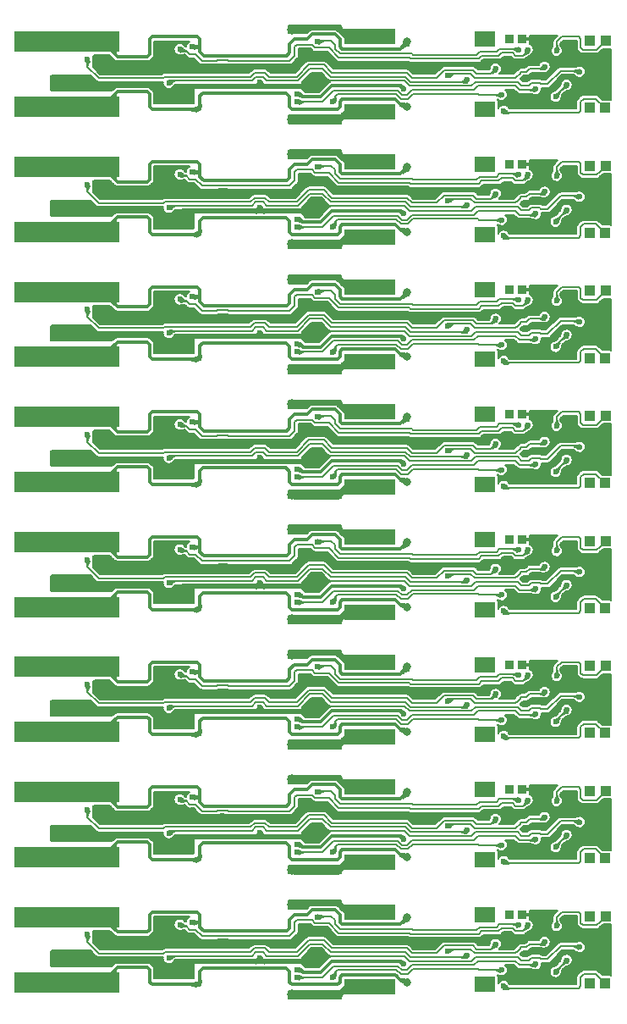
<source format=gbl>
%TF.GenerationSoftware,KiCad,Pcbnew,(5.1.9)-1*%
%TF.CreationDate,2021-05-10T22:47:09+09:00*%
%TF.ProjectId,motordecoder2,6d6f746f-7264-4656-936f-646572322e6b,rev?*%
%TF.SameCoordinates,PX66ff300PY81390e0*%
%TF.FileFunction,Copper,L2,Bot*%
%TF.FilePolarity,Positive*%
%FSLAX46Y46*%
G04 Gerber Fmt 4.6, Leading zero omitted, Abs format (unit mm)*
G04 Created by KiCad (PCBNEW (5.1.9)-1) date 2021-05-10 22:47:09*
%MOMM*%
%LPD*%
G01*
G04 APERTURE LIST*
%TA.AperFunction,ComponentPad*%
%ADD10R,2.000000X1.500000*%
%TD*%
%TA.AperFunction,ComponentPad*%
%ADD11R,1.000000X1.000000*%
%TD*%
%TA.AperFunction,SMDPad,CuDef*%
%ADD12R,6.500000X2.000000*%
%TD*%
%TA.AperFunction,ComponentPad*%
%ADD13R,2.000000X2.000000*%
%TD*%
%TA.AperFunction,SMDPad,CuDef*%
%ADD14R,2.000000X1.500000*%
%TD*%
%TA.AperFunction,ComponentPad*%
%ADD15R,1.500000X1.500000*%
%TD*%
%TA.AperFunction,ComponentPad*%
%ADD16R,0.950000X0.950000*%
%TD*%
%TA.AperFunction,ViaPad*%
%ADD17C,1.000000*%
%TD*%
%TA.AperFunction,ViaPad*%
%ADD18C,0.600000*%
%TD*%
%TA.AperFunction,ViaPad*%
%ADD19C,0.800000*%
%TD*%
%TA.AperFunction,Conductor*%
%ADD20C,0.500000*%
%TD*%
%TA.AperFunction,Conductor*%
%ADD21C,0.400000*%
%TD*%
%TA.AperFunction,Conductor*%
%ADD22C,0.300000*%
%TD*%
%TA.AperFunction,Conductor*%
%ADD23C,0.250000*%
%TD*%
%TA.AperFunction,Conductor*%
%ADD24C,0.200000*%
%TD*%
%TA.AperFunction,Conductor*%
%ADD25C,0.180000*%
%TD*%
%TA.AperFunction,Conductor*%
%ADD26C,0.100000*%
%TD*%
%TA.AperFunction,Conductor*%
%ADD27C,0.025400*%
%TD*%
G04 APERTURE END LIST*
D10*
%TO.P,P4,1*%
%TO.N,RAIL-*%
X54000000Y1750000D03*
%TD*%
%TO.P,P4,1*%
%TO.N,RAIL-*%
X54000000Y14250000D03*
%TD*%
%TO.P,P4,1*%
%TO.N,RAIL-*%
X54000000Y26750000D03*
%TD*%
%TO.P,P4,1*%
%TO.N,RAIL-*%
X54000000Y39250000D03*
%TD*%
%TO.P,P4,1*%
%TO.N,RAIL-*%
X54000000Y51750000D03*
%TD*%
%TO.P,P4,1*%
%TO.N,RAIL-*%
X54000000Y64250000D03*
%TD*%
%TO.P,P4,1*%
%TO.N,RAIL-*%
X54000000Y76750000D03*
%TD*%
%TO.P,P2,1*%
%TO.N,RAIL+*%
X54000000Y8750000D03*
%TD*%
%TO.P,P2,1*%
%TO.N,RAIL+*%
X54000000Y21250000D03*
%TD*%
%TO.P,P2,1*%
%TO.N,RAIL+*%
X54000000Y33750000D03*
%TD*%
%TO.P,P2,1*%
%TO.N,RAIL+*%
X54000000Y46250000D03*
%TD*%
%TO.P,P2,1*%
%TO.N,RAIL+*%
X54000000Y58750000D03*
%TD*%
%TO.P,P2,1*%
%TO.N,RAIL+*%
X54000000Y71250000D03*
%TD*%
%TO.P,P2,1*%
%TO.N,RAIL+*%
X54000000Y83750000D03*
%TD*%
D11*
%TO.P,J18,1*%
%TO.N,Net-(J18-Pad1)*%
X64500000Y8600000D03*
%TD*%
%TO.P,J18,1*%
%TO.N,Net-(J18-Pad1)*%
X64500000Y21100000D03*
%TD*%
%TO.P,J18,1*%
%TO.N,Net-(J18-Pad1)*%
X64500000Y33600000D03*
%TD*%
%TO.P,J18,1*%
%TO.N,Net-(J18-Pad1)*%
X64500000Y46100000D03*
%TD*%
%TO.P,J18,1*%
%TO.N,Net-(J18-Pad1)*%
X64500000Y58600000D03*
%TD*%
%TO.P,J18,1*%
%TO.N,Net-(J18-Pad1)*%
X64500000Y71100000D03*
%TD*%
%TO.P,J18,1*%
%TO.N,Net-(J18-Pad1)*%
X64500000Y83600000D03*
%TD*%
%TO.P,J14,1*%
%TO.N,Net-(J14-Pad1)*%
X64500000Y1900000D03*
%TD*%
%TO.P,J14,1*%
%TO.N,Net-(J14-Pad1)*%
X64500000Y14400000D03*
%TD*%
%TO.P,J14,1*%
%TO.N,Net-(J14-Pad1)*%
X64500000Y26900000D03*
%TD*%
%TO.P,J14,1*%
%TO.N,Net-(J14-Pad1)*%
X64500000Y39400000D03*
%TD*%
%TO.P,J14,1*%
%TO.N,Net-(J14-Pad1)*%
X64500000Y51900000D03*
%TD*%
%TO.P,J14,1*%
%TO.N,Net-(J14-Pad1)*%
X64500000Y64400000D03*
%TD*%
%TO.P,J14,1*%
%TO.N,Net-(J14-Pad1)*%
X64500000Y76900000D03*
%TD*%
D12*
%TO.P,P3,1*%
%TO.N,RAIL-*%
X14250000Y2000000D03*
D13*
X8000000Y2000000D03*
X10000000Y2000000D03*
%TD*%
D12*
%TO.P,P3,1*%
%TO.N,RAIL-*%
X14250000Y14500000D03*
D13*
X8000000Y14500000D03*
X10000000Y14500000D03*
%TD*%
D12*
%TO.P,P3,1*%
%TO.N,RAIL-*%
X14250000Y27000000D03*
D13*
X8000000Y27000000D03*
X10000000Y27000000D03*
%TD*%
D12*
%TO.P,P3,1*%
%TO.N,RAIL-*%
X14250000Y39500000D03*
D13*
X8000000Y39500000D03*
X10000000Y39500000D03*
%TD*%
D12*
%TO.P,P3,1*%
%TO.N,RAIL-*%
X14250000Y52000000D03*
D13*
X8000000Y52000000D03*
X10000000Y52000000D03*
%TD*%
D12*
%TO.P,P3,1*%
%TO.N,RAIL-*%
X14250000Y64500000D03*
D13*
X8000000Y64500000D03*
X10000000Y64500000D03*
%TD*%
D12*
%TO.P,P3,1*%
%TO.N,RAIL-*%
X14250000Y77000000D03*
D13*
X8000000Y77000000D03*
X10000000Y77000000D03*
%TD*%
D11*
%TO.P,J16,1*%
%TO.N,Net-(J16-Pad1)*%
X66100000Y8600000D03*
%TD*%
%TO.P,J16,1*%
%TO.N,Net-(J16-Pad1)*%
X66100000Y21100000D03*
%TD*%
%TO.P,J16,1*%
%TO.N,Net-(J16-Pad1)*%
X66100000Y33600000D03*
%TD*%
%TO.P,J16,1*%
%TO.N,Net-(J16-Pad1)*%
X66100000Y46100000D03*
%TD*%
%TO.P,J16,1*%
%TO.N,Net-(J16-Pad1)*%
X66100000Y58600000D03*
%TD*%
%TO.P,J16,1*%
%TO.N,Net-(J16-Pad1)*%
X66100000Y71100000D03*
%TD*%
%TO.P,J16,1*%
%TO.N,Net-(J16-Pad1)*%
X66100000Y83600000D03*
%TD*%
D13*
%TO.P,P1,1*%
%TO.N,RAIL+*%
X10000000Y8500000D03*
X8000000Y8500000D03*
D12*
X14250000Y8500000D03*
%TD*%
D13*
%TO.P,P1,1*%
%TO.N,RAIL+*%
X10000000Y21000000D03*
X8000000Y21000000D03*
D12*
X14250000Y21000000D03*
%TD*%
D13*
%TO.P,P1,1*%
%TO.N,RAIL+*%
X10000000Y33500000D03*
X8000000Y33500000D03*
D12*
X14250000Y33500000D03*
%TD*%
D13*
%TO.P,P1,1*%
%TO.N,RAIL+*%
X10000000Y46000000D03*
X8000000Y46000000D03*
D12*
X14250000Y46000000D03*
%TD*%
D13*
%TO.P,P1,1*%
%TO.N,RAIL+*%
X10000000Y58500000D03*
X8000000Y58500000D03*
D12*
X14250000Y58500000D03*
%TD*%
D13*
%TO.P,P1,1*%
%TO.N,RAIL+*%
X10000000Y71000000D03*
X8000000Y71000000D03*
D12*
X14250000Y71000000D03*
%TD*%
D13*
%TO.P,P1,1*%
%TO.N,RAIL+*%
X10000000Y83500000D03*
X8000000Y83500000D03*
D12*
X14250000Y83500000D03*
%TD*%
D11*
%TO.P,J12,1*%
%TO.N,Net-(J12-Pad1)*%
X66000000Y1900000D03*
%TD*%
%TO.P,J12,1*%
%TO.N,Net-(J12-Pad1)*%
X66000000Y14400000D03*
%TD*%
%TO.P,J12,1*%
%TO.N,Net-(J12-Pad1)*%
X66000000Y26900000D03*
%TD*%
%TO.P,J12,1*%
%TO.N,Net-(J12-Pad1)*%
X66000000Y39400000D03*
%TD*%
%TO.P,J12,1*%
%TO.N,Net-(J12-Pad1)*%
X66000000Y51900000D03*
%TD*%
%TO.P,J12,1*%
%TO.N,Net-(J12-Pad1)*%
X66000000Y64400000D03*
%TD*%
%TO.P,J12,1*%
%TO.N,Net-(J12-Pad1)*%
X66000000Y76900000D03*
%TD*%
D14*
%TO.P,P5,1*%
%TO.N,MOTOR+*%
X42500000Y9000000D03*
D15*
X44250000Y9000000D03*
X40750000Y9000000D03*
%TD*%
D14*
%TO.P,P5,1*%
%TO.N,MOTOR+*%
X42500000Y21500000D03*
D15*
X44250000Y21500000D03*
X40750000Y21500000D03*
%TD*%
D14*
%TO.P,P5,1*%
%TO.N,MOTOR+*%
X42500000Y34000000D03*
D15*
X44250000Y34000000D03*
X40750000Y34000000D03*
%TD*%
D14*
%TO.P,P5,1*%
%TO.N,MOTOR+*%
X42500000Y46500000D03*
D15*
X44250000Y46500000D03*
X40750000Y46500000D03*
%TD*%
D14*
%TO.P,P5,1*%
%TO.N,MOTOR+*%
X42500000Y59000000D03*
D15*
X44250000Y59000000D03*
X40750000Y59000000D03*
%TD*%
D14*
%TO.P,P5,1*%
%TO.N,MOTOR+*%
X42500000Y71500000D03*
D15*
X44250000Y71500000D03*
X40750000Y71500000D03*
%TD*%
D14*
%TO.P,P5,1*%
%TO.N,MOTOR+*%
X42500000Y84000000D03*
D15*
X44250000Y84000000D03*
X40750000Y84000000D03*
%TD*%
%TO.P,P6,1*%
%TO.N,MOTOR-*%
X40750000Y1500000D03*
X44250000Y1500000D03*
D14*
X42500000Y1500000D03*
%TD*%
D15*
%TO.P,P6,1*%
%TO.N,MOTOR-*%
X40750000Y14000000D03*
X44250000Y14000000D03*
D14*
X42500000Y14000000D03*
%TD*%
D15*
%TO.P,P6,1*%
%TO.N,MOTOR-*%
X40750000Y26500000D03*
X44250000Y26500000D03*
D14*
X42500000Y26500000D03*
%TD*%
D15*
%TO.P,P6,1*%
%TO.N,MOTOR-*%
X40750000Y39000000D03*
X44250000Y39000000D03*
D14*
X42500000Y39000000D03*
%TD*%
D15*
%TO.P,P6,1*%
%TO.N,MOTOR-*%
X40750000Y51500000D03*
X44250000Y51500000D03*
D14*
X42500000Y51500000D03*
%TD*%
D15*
%TO.P,P6,1*%
%TO.N,MOTOR-*%
X40750000Y64000000D03*
X44250000Y64000000D03*
D14*
X42500000Y64000000D03*
%TD*%
D15*
%TO.P,P6,1*%
%TO.N,MOTOR-*%
X40750000Y76500000D03*
X44250000Y76500000D03*
D14*
X42500000Y76500000D03*
%TD*%
D16*
%TO.P,P9,2*%
%TO.N,GND*%
X57735000Y8750000D03*
%TO.P,P9,1*%
%TO.N,UPDI*%
X56465000Y8750000D03*
%TD*%
%TO.P,P9,2*%
%TO.N,GND*%
X57735000Y21250000D03*
%TO.P,P9,1*%
%TO.N,UPDI*%
X56465000Y21250000D03*
%TD*%
%TO.P,P9,2*%
%TO.N,GND*%
X57735000Y33750000D03*
%TO.P,P9,1*%
%TO.N,UPDI*%
X56465000Y33750000D03*
%TD*%
%TO.P,P9,2*%
%TO.N,GND*%
X57735000Y46250000D03*
%TO.P,P9,1*%
%TO.N,UPDI*%
X56465000Y46250000D03*
%TD*%
%TO.P,P9,2*%
%TO.N,GND*%
X57735000Y58750000D03*
%TO.P,P9,1*%
%TO.N,UPDI*%
X56465000Y58750000D03*
%TD*%
%TO.P,P9,2*%
%TO.N,GND*%
X57735000Y71250000D03*
%TO.P,P9,1*%
%TO.N,UPDI*%
X56465000Y71250000D03*
%TD*%
%TO.P,P9,2*%
%TO.N,GND*%
X57735000Y83750000D03*
%TO.P,P9,1*%
%TO.N,UPDI*%
X56465000Y83750000D03*
%TD*%
D15*
%TO.P,P5,1*%
%TO.N,MOTOR+*%
X40750000Y96500000D03*
X44250000Y96500000D03*
D14*
X42500000Y96500000D03*
%TD*%
%TO.P,P6,1*%
%TO.N,MOTOR-*%
X42500000Y89000000D03*
D15*
X44250000Y89000000D03*
X40750000Y89000000D03*
%TD*%
D16*
%TO.P,P9,1*%
%TO.N,UPDI*%
X56465000Y96250000D03*
%TO.P,P9,2*%
%TO.N,GND*%
X57735000Y96250000D03*
%TD*%
D10*
%TO.P,P2,1*%
%TO.N,RAIL+*%
X54000000Y96250000D03*
%TD*%
%TO.P,P4,1*%
%TO.N,RAIL-*%
X54000000Y89250000D03*
%TD*%
D11*
%TO.P,J12,1*%
%TO.N,Net-(J12-Pad1)*%
X66000000Y89400000D03*
%TD*%
%TO.P,J14,1*%
%TO.N,Net-(J14-Pad1)*%
X64500000Y89400000D03*
%TD*%
%TO.P,J16,1*%
%TO.N,Net-(J16-Pad1)*%
X66100000Y96100000D03*
%TD*%
%TO.P,J18,1*%
%TO.N,Net-(J18-Pad1)*%
X64500000Y96100000D03*
%TD*%
D12*
%TO.P,P1,1*%
%TO.N,RAIL+*%
X14250000Y96000000D03*
D13*
X8000000Y96000000D03*
X10000000Y96000000D03*
%TD*%
%TO.P,P3,1*%
%TO.N,RAIL-*%
X10000000Y89500000D03*
X8000000Y89500000D03*
D12*
X14250000Y89500000D03*
%TD*%
D17*
%TO.N,MOTOR+*%
X34750000Y97250000D03*
X34750000Y84750000D03*
X34750000Y72250000D03*
X34750000Y59750000D03*
X34750000Y47250000D03*
X34750000Y34750000D03*
X34750000Y22250000D03*
X34750000Y9750000D03*
%TO.N,MOTOR-*%
X34750000Y88250000D03*
X34750000Y75750000D03*
X34750000Y63250000D03*
X34750000Y50750000D03*
X34750000Y38250000D03*
X34750000Y25750000D03*
X34750000Y13250000D03*
X34750000Y750000D03*
D18*
%TO.N,RAIL+*%
X24750000Y95500000D03*
D19*
X46250000Y96000000D03*
X46250000Y83500000D03*
X46250000Y71000000D03*
X46250000Y58500000D03*
X46250000Y46000000D03*
X46250000Y33500000D03*
X46250000Y21000000D03*
X46250000Y8500000D03*
D18*
X24750000Y83000000D03*
X24750000Y70500000D03*
X24750000Y58000000D03*
X24750000Y45500000D03*
X24750000Y33000000D03*
X24750000Y20500000D03*
X24750000Y8000000D03*
D19*
%TO.N,RAIL-*%
X46250000Y89500000D03*
D18*
X25250000Y89250000D03*
X25250000Y76750000D03*
X25250000Y64250000D03*
X25250000Y51750000D03*
X25250000Y39250000D03*
X25250000Y26750000D03*
X25250000Y14250000D03*
X25250000Y1750000D03*
D19*
X46250000Y77000000D03*
X46250000Y64500000D03*
X46250000Y52000000D03*
X46250000Y39500000D03*
X46250000Y27000000D03*
X46250000Y14500000D03*
X46250000Y2000000D03*
D18*
%TO.N,+12V*%
X18250000Y91750000D03*
D19*
X11250000Y91500000D03*
X11250000Y92250000D03*
D18*
X13250000Y91500000D03*
X31500000Y91940000D03*
D17*
X37750000Y92000000D03*
D18*
X37000000Y92600000D03*
X63500000Y93000000D03*
X63500000Y80500000D03*
X63500000Y68000000D03*
X63500000Y55500000D03*
X63500000Y43000000D03*
X63500000Y30500000D03*
X63500000Y18000000D03*
X63500000Y5500000D03*
D19*
X11250000Y79750000D03*
X11250000Y67250000D03*
X11250000Y54750000D03*
X11250000Y42250000D03*
X11250000Y29750000D03*
X11250000Y17250000D03*
X11250000Y4750000D03*
X11250000Y79000000D03*
X11250000Y66500000D03*
X11250000Y54000000D03*
X11250000Y41500000D03*
X11250000Y29000000D03*
X11250000Y16500000D03*
X11250000Y4000000D03*
D18*
X13250000Y79000000D03*
X13250000Y66500000D03*
X13250000Y54000000D03*
X13250000Y41500000D03*
X13250000Y29000000D03*
X13250000Y16500000D03*
X13250000Y4000000D03*
X31500000Y79440000D03*
X31500000Y66940000D03*
X31500000Y54440000D03*
X31500000Y41940000D03*
X31500000Y29440000D03*
X31500000Y16940000D03*
X31500000Y4440000D03*
D17*
X37750000Y79500000D03*
X37750000Y67000000D03*
X37750000Y54500000D03*
X37750000Y42000000D03*
X37750000Y29500000D03*
X37750000Y17000000D03*
X37750000Y4500000D03*
D18*
X37000000Y80100000D03*
X37000000Y67600000D03*
X37000000Y55100000D03*
X37000000Y42600000D03*
X37000000Y30100000D03*
X37000000Y17600000D03*
X37000000Y5100000D03*
X18250000Y79250000D03*
X18250000Y66750000D03*
X18250000Y54250000D03*
X18250000Y41750000D03*
X18250000Y29250000D03*
X18250000Y16750000D03*
X18250000Y4250000D03*
%TO.N,GND*%
X25000000Y93250000D03*
X17000000Y93000000D03*
X27750000Y93600000D03*
D19*
X35100000Y93500000D03*
D18*
X42600000Y93700000D03*
X46500000Y93600000D03*
D19*
X48400000Y93500000D03*
D18*
X57000000Y93300000D03*
X58000000Y92300000D03*
D19*
X15250000Y94250000D03*
D18*
X62900000Y94300000D03*
X56100000Y89900000D03*
X65600000Y91400000D03*
X16500000Y94250000D03*
D19*
X35100000Y81000000D03*
X35100000Y68500000D03*
X35100000Y56000000D03*
X35100000Y43500000D03*
X35100000Y31000000D03*
X35100000Y18500000D03*
X35100000Y6000000D03*
D18*
X46500000Y81100000D03*
X46500000Y68600000D03*
X46500000Y56100000D03*
X46500000Y43600000D03*
X46500000Y31100000D03*
X46500000Y18600000D03*
X46500000Y6100000D03*
X17000000Y80500000D03*
X17000000Y68000000D03*
X17000000Y55500000D03*
X17000000Y43000000D03*
X17000000Y30500000D03*
X17000000Y18000000D03*
X17000000Y5500000D03*
D19*
X48400000Y81000000D03*
X48400000Y68500000D03*
X48400000Y56000000D03*
X48400000Y43500000D03*
X48400000Y31000000D03*
X48400000Y18500000D03*
X48400000Y6000000D03*
D18*
X25000000Y80750000D03*
X25000000Y68250000D03*
X25000000Y55750000D03*
X25000000Y43250000D03*
X25000000Y30750000D03*
X25000000Y18250000D03*
X25000000Y5750000D03*
X27750000Y81100000D03*
X27750000Y68600000D03*
X27750000Y56100000D03*
X27750000Y43600000D03*
X27750000Y31100000D03*
X27750000Y18600000D03*
X27750000Y6100000D03*
X42600000Y81200000D03*
X42600000Y68700000D03*
X42600000Y56200000D03*
X42600000Y43700000D03*
X42600000Y31200000D03*
X42600000Y18700000D03*
X42600000Y6200000D03*
X57000000Y80800000D03*
X57000000Y68300000D03*
X57000000Y55800000D03*
X57000000Y43300000D03*
X57000000Y30800000D03*
X57000000Y18300000D03*
X57000000Y5800000D03*
X58000000Y79800000D03*
X58000000Y67300000D03*
X58000000Y54800000D03*
X58000000Y42300000D03*
X58000000Y29800000D03*
X58000000Y17300000D03*
X58000000Y4800000D03*
X56100000Y77400000D03*
X56100000Y64900000D03*
X56100000Y52400000D03*
X56100000Y39900000D03*
X56100000Y27400000D03*
X56100000Y14900000D03*
X56100000Y2400000D03*
X62900000Y81800000D03*
X62900000Y69300000D03*
X62900000Y56800000D03*
X62900000Y44300000D03*
X62900000Y31800000D03*
X62900000Y19300000D03*
X62900000Y6800000D03*
D19*
X15250000Y81750000D03*
X15250000Y69250000D03*
X15250000Y56750000D03*
X15250000Y44250000D03*
X15250000Y31750000D03*
X15250000Y19250000D03*
X15250000Y6750000D03*
D18*
X16500000Y81750000D03*
X16500000Y69250000D03*
X16500000Y56750000D03*
X16500000Y44250000D03*
X16500000Y31750000D03*
X16500000Y19250000D03*
X16500000Y6750000D03*
X65600000Y78900000D03*
X65600000Y66400000D03*
X65600000Y53900000D03*
X65600000Y41400000D03*
X65600000Y28900000D03*
X65600000Y16400000D03*
X65600000Y3900000D03*
%TO.N,+5V*%
X35250000Y90760003D03*
X45900000Y91300000D03*
X35250000Y78260003D03*
X35250000Y65760003D03*
X35250000Y53260003D03*
X35250000Y40760003D03*
X35250000Y28260003D03*
X35250000Y15760003D03*
X35250000Y3260003D03*
X45900000Y78800000D03*
X45900000Y66300000D03*
X45900000Y53800000D03*
X45900000Y41300000D03*
X45900000Y28800000D03*
X45900000Y16300000D03*
X45900000Y3800000D03*
%TO.N,Net-(J12-Pad1)*%
X55900000Y89100000D03*
X55900000Y76600000D03*
X55900000Y64100000D03*
X55900000Y51600000D03*
X55900000Y39100000D03*
X55900000Y26600000D03*
X55900000Y14100000D03*
X55900000Y1600000D03*
%TO.N,Net-(J16-Pad1)*%
X61200000Y95100000D03*
X61200000Y82600000D03*
X61200000Y70100000D03*
X61200000Y57600000D03*
X61200000Y45100000D03*
X61200000Y32600000D03*
X61200000Y20100000D03*
X61200000Y7600000D03*
%TO.N,REV*%
X37250000Y96000000D03*
X57400000Y95200000D03*
X57400000Y82700000D03*
X57400000Y70200000D03*
X57400000Y57700000D03*
X57400000Y45200000D03*
X57400000Y32700000D03*
X57400000Y20200000D03*
X57400000Y7700000D03*
X37250000Y83500000D03*
X37250000Y71000000D03*
X37250000Y58500000D03*
X37250000Y46000000D03*
X37250000Y33500000D03*
X37250000Y21000000D03*
X37250000Y8500000D03*
%TO.N,FWD*%
X38750000Y89994281D03*
X55700000Y90700000D03*
X38750000Y77494281D03*
X38750000Y64994281D03*
X38750000Y52494281D03*
X38750000Y39994281D03*
X38750000Y27494281D03*
X38750000Y14994281D03*
X38750000Y2494281D03*
X55700000Y78200000D03*
X55700000Y65700000D03*
X55700000Y53200000D03*
X55700000Y40700000D03*
X55700000Y28200000D03*
X55700000Y15700000D03*
X55700000Y3200000D03*
%TO.N,ABC+*%
X52200000Y92200000D03*
X22400000Y91900000D03*
X52200000Y79700000D03*
X52200000Y67200000D03*
X52200000Y54700000D03*
X52200000Y42200000D03*
X52200000Y29700000D03*
X52200000Y17200000D03*
X52200000Y4700000D03*
X22400000Y79400000D03*
X22400000Y66900000D03*
X22400000Y54400000D03*
X22400000Y41900000D03*
X22400000Y29400000D03*
X22400000Y16900000D03*
X22400000Y4400000D03*
%TO.N,ABC-*%
X23500000Y95250000D03*
X58300000Y95200000D03*
X23500000Y82750000D03*
X23500000Y70250000D03*
X23500000Y57750000D03*
X23500000Y45250000D03*
X23500000Y32750000D03*
X23500000Y20250000D03*
X23500000Y7750000D03*
X58300000Y82700000D03*
X58300000Y70200000D03*
X58300000Y57700000D03*
X58300000Y45200000D03*
X58300000Y32700000D03*
X58300000Y20200000D03*
X58300000Y7700000D03*
%TO.N,PWM*%
X50300000Y92600000D03*
X60000000Y93500000D03*
X50300000Y80100000D03*
X50300000Y67600000D03*
X50300000Y55100000D03*
X50300000Y42600000D03*
X50300000Y30100000D03*
X50300000Y17600000D03*
X50300000Y5100000D03*
X60000000Y81000000D03*
X60000000Y68500000D03*
X60000000Y56000000D03*
X60000000Y43500000D03*
X60000000Y31000000D03*
X60000000Y18500000D03*
X60000000Y6000000D03*
%TO.N,Func1*%
X14250000Y94250000D03*
X55100000Y93300000D03*
X55100000Y80800000D03*
X55100000Y68300000D03*
X55100000Y55800000D03*
X55100000Y43300000D03*
X55100000Y30800000D03*
X55100000Y18300000D03*
X55100000Y5800000D03*
X14250000Y81750000D03*
X14250000Y69250000D03*
X14250000Y56750000D03*
X14250000Y44250000D03*
X14250000Y31750000D03*
X14250000Y19250000D03*
X14250000Y6750000D03*
%TO.N,Func7*%
X62201501Y91700000D03*
X61101506Y90503424D03*
X61101506Y78003424D03*
X61101506Y65503424D03*
X61101506Y53003424D03*
X61101506Y40503424D03*
X61101506Y28003424D03*
X61101506Y15503424D03*
X61101506Y3003424D03*
X62201501Y79200000D03*
X62201501Y66700000D03*
X62201501Y54200000D03*
X62201501Y41700000D03*
X62201501Y29200000D03*
X62201501Y16700000D03*
X62201501Y4200000D03*
%TO.N,Net-(Q6-Pad5)*%
X35250000Y90000000D03*
X59100000Y91300000D03*
X35250000Y77500000D03*
X35250000Y65000000D03*
X35250000Y52500000D03*
X35250000Y40000000D03*
X35250000Y27500000D03*
X35250000Y15000000D03*
X35250000Y2500000D03*
X59100000Y78800000D03*
X59100000Y66300000D03*
X59100000Y53800000D03*
X59100000Y41300000D03*
X59100000Y28800000D03*
X59100000Y16300000D03*
X59100000Y3800000D03*
%TD*%
D20*
%TO.N,MOTOR+*%
X42500000Y96500000D02*
X44250000Y96500000D01*
X40750000Y96500000D02*
X42500000Y96500000D01*
D21*
X40250000Y97000000D02*
X40750000Y96500000D01*
X39750000Y97000000D02*
X40250000Y97000000D01*
X40250000Y96500000D02*
X40750000Y96500000D01*
X34750000Y97250000D02*
X35000000Y97500000D01*
X35000000Y97500000D02*
X39250000Y97500000D01*
X39250000Y97500000D02*
X40250000Y96500000D01*
X39750000Y84500000D02*
X40250000Y84500000D01*
X39750000Y72000000D02*
X40250000Y72000000D01*
X39750000Y59500000D02*
X40250000Y59500000D01*
X39750000Y47000000D02*
X40250000Y47000000D01*
X39750000Y34500000D02*
X40250000Y34500000D01*
X39750000Y22000000D02*
X40250000Y22000000D01*
X39750000Y9500000D02*
X40250000Y9500000D01*
D20*
X40750000Y84000000D02*
X42500000Y84000000D01*
X40750000Y71500000D02*
X42500000Y71500000D01*
X40750000Y59000000D02*
X42500000Y59000000D01*
X40750000Y46500000D02*
X42500000Y46500000D01*
X40750000Y34000000D02*
X42500000Y34000000D01*
X40750000Y21500000D02*
X42500000Y21500000D01*
X40750000Y9000000D02*
X42500000Y9000000D01*
X42500000Y84000000D02*
X44250000Y84000000D01*
X42500000Y71500000D02*
X44250000Y71500000D01*
X42500000Y59000000D02*
X44250000Y59000000D01*
X42500000Y46500000D02*
X44250000Y46500000D01*
X42500000Y34000000D02*
X44250000Y34000000D01*
X42500000Y21500000D02*
X44250000Y21500000D01*
X42500000Y9000000D02*
X44250000Y9000000D01*
D21*
X40250000Y84500000D02*
X40750000Y84000000D01*
X40250000Y72000000D02*
X40750000Y71500000D01*
X40250000Y59500000D02*
X40750000Y59000000D01*
X40250000Y47000000D02*
X40750000Y46500000D01*
X40250000Y34500000D02*
X40750000Y34000000D01*
X40250000Y22000000D02*
X40750000Y21500000D01*
X40250000Y9500000D02*
X40750000Y9000000D01*
X34750000Y84750000D02*
X35000000Y85000000D01*
X34750000Y72250000D02*
X35000000Y72500000D01*
X34750000Y59750000D02*
X35000000Y60000000D01*
X34750000Y47250000D02*
X35000000Y47500000D01*
X34750000Y34750000D02*
X35000000Y35000000D01*
X34750000Y22250000D02*
X35000000Y22500000D01*
X34750000Y9750000D02*
X35000000Y10000000D01*
X39250000Y85000000D02*
X40250000Y84000000D01*
X39250000Y72500000D02*
X40250000Y71500000D01*
X39250000Y60000000D02*
X40250000Y59000000D01*
X39250000Y47500000D02*
X40250000Y46500000D01*
X39250000Y35000000D02*
X40250000Y34000000D01*
X39250000Y22500000D02*
X40250000Y21500000D01*
X39250000Y10000000D02*
X40250000Y9000000D01*
X40250000Y84000000D02*
X40750000Y84000000D01*
X40250000Y71500000D02*
X40750000Y71500000D01*
X40250000Y59000000D02*
X40750000Y59000000D01*
X40250000Y46500000D02*
X40750000Y46500000D01*
X40250000Y34000000D02*
X40750000Y34000000D01*
X40250000Y21500000D02*
X40750000Y21500000D01*
X40250000Y9000000D02*
X40750000Y9000000D01*
X35000000Y85000000D02*
X39250000Y85000000D01*
X35000000Y72500000D02*
X39250000Y72500000D01*
X35000000Y60000000D02*
X39250000Y60000000D01*
X35000000Y47500000D02*
X39250000Y47500000D01*
X35000000Y35000000D02*
X39250000Y35000000D01*
X35000000Y22500000D02*
X39250000Y22500000D01*
X35000000Y10000000D02*
X39250000Y10000000D01*
D22*
%TO.N,MOTOR-*%
X39700000Y88500000D02*
X40300000Y88500000D01*
D21*
X42500000Y89000000D02*
X44250000Y89000000D01*
X40750000Y89000000D02*
X42500000Y89000000D01*
X42500000Y89000000D02*
X40250000Y89000000D01*
X35000000Y88000000D02*
X34750000Y88250000D01*
X39250000Y88000000D02*
X35000000Y88000000D01*
X40250000Y89000000D02*
X39250000Y88000000D01*
X40250000Y76500000D02*
X39250000Y75500000D01*
X40250000Y64000000D02*
X39250000Y63000000D01*
X40250000Y51500000D02*
X39250000Y50500000D01*
X40250000Y39000000D02*
X39250000Y38000000D01*
X40250000Y26500000D02*
X39250000Y25500000D01*
X40250000Y14000000D02*
X39250000Y13000000D01*
X40250000Y1500000D02*
X39250000Y500000D01*
D22*
X39700000Y76000000D02*
X40300000Y76000000D01*
X39700000Y63500000D02*
X40300000Y63500000D01*
X39700000Y51000000D02*
X40300000Y51000000D01*
X39700000Y38500000D02*
X40300000Y38500000D01*
X39700000Y26000000D02*
X40300000Y26000000D01*
X39700000Y13500000D02*
X40300000Y13500000D01*
X39700000Y1000000D02*
X40300000Y1000000D01*
D21*
X42500000Y76500000D02*
X40250000Y76500000D01*
X42500000Y64000000D02*
X40250000Y64000000D01*
X42500000Y51500000D02*
X40250000Y51500000D01*
X42500000Y39000000D02*
X40250000Y39000000D01*
X42500000Y26500000D02*
X40250000Y26500000D01*
X42500000Y14000000D02*
X40250000Y14000000D01*
X42500000Y1500000D02*
X40250000Y1500000D01*
X35000000Y75500000D02*
X34750000Y75750000D01*
X35000000Y63000000D02*
X34750000Y63250000D01*
X35000000Y50500000D02*
X34750000Y50750000D01*
X35000000Y38000000D02*
X34750000Y38250000D01*
X35000000Y25500000D02*
X34750000Y25750000D01*
X35000000Y13000000D02*
X34750000Y13250000D01*
X35000000Y500000D02*
X34750000Y750000D01*
X39250000Y75500000D02*
X35000000Y75500000D01*
X39250000Y63000000D02*
X35000000Y63000000D01*
X39250000Y50500000D02*
X35000000Y50500000D01*
X39250000Y38000000D02*
X35000000Y38000000D01*
X39250000Y25500000D02*
X35000000Y25500000D01*
X39250000Y13000000D02*
X35000000Y13000000D01*
X39250000Y500000D02*
X35000000Y500000D01*
X42500000Y76500000D02*
X44250000Y76500000D01*
X42500000Y64000000D02*
X44250000Y64000000D01*
X42500000Y51500000D02*
X44250000Y51500000D01*
X42500000Y39000000D02*
X44250000Y39000000D01*
X42500000Y26500000D02*
X44250000Y26500000D01*
X42500000Y14000000D02*
X44250000Y14000000D01*
X42500000Y1500000D02*
X44250000Y1500000D01*
X40750000Y76500000D02*
X42500000Y76500000D01*
X40750000Y64000000D02*
X42500000Y64000000D01*
X40750000Y51500000D02*
X42500000Y51500000D01*
X40750000Y39000000D02*
X42500000Y39000000D01*
X40750000Y26500000D02*
X42500000Y26500000D01*
X40750000Y14000000D02*
X42500000Y14000000D01*
X40750000Y1500000D02*
X42500000Y1500000D01*
D22*
%TO.N,RAIL+*%
X17000000Y94750000D02*
X17000000Y95000000D01*
D20*
X10000000Y96000000D02*
X14500000Y96000000D01*
D22*
X14500000Y96000000D02*
X16490869Y96000000D01*
X25490869Y95000000D02*
X25500000Y94990869D01*
X24750000Y95500000D02*
X25490869Y95500000D01*
X34500000Y94900000D02*
X34200000Y94600000D01*
X34500000Y95750000D02*
X34500000Y94900000D01*
X35000000Y96250000D02*
X34500000Y95750000D01*
X34200000Y94600000D02*
X25890869Y94600000D01*
X36750000Y96750000D02*
X36250000Y96250000D01*
X39000000Y96750000D02*
X36750000Y96750000D01*
X39500000Y96250000D02*
X39000000Y96750000D01*
X39500000Y95500000D02*
X39500000Y96250000D01*
X25890869Y94600000D02*
X25500000Y94990869D01*
X36250000Y96250000D02*
X35000000Y96250000D01*
X39700000Y95300000D02*
X39500000Y95500000D01*
X45200000Y95300000D02*
X39700000Y95300000D01*
X45550000Y95300000D02*
X46250000Y96000000D01*
X45200000Y95300000D02*
X45550000Y95300000D01*
X25250000Y96500000D02*
X25500000Y96250000D01*
X20750000Y96500000D02*
X25250000Y96500000D01*
X20500000Y96250000D02*
X20750000Y96500000D01*
X20500000Y94750000D02*
X20500000Y96250000D01*
X20250000Y94500000D02*
X20500000Y94750000D01*
X25500000Y96250000D02*
X25500000Y94990869D01*
X17250000Y94500000D02*
X20250000Y94500000D01*
X15750000Y96000000D02*
X17250000Y94500000D01*
X14500000Y83500000D02*
X16490869Y83500000D01*
X14500000Y71000000D02*
X16490869Y71000000D01*
X14500000Y58500000D02*
X16490869Y58500000D01*
X14500000Y46000000D02*
X16490869Y46000000D01*
X14500000Y33500000D02*
X16490869Y33500000D01*
X14500000Y21000000D02*
X16490869Y21000000D01*
X14500000Y8500000D02*
X16490869Y8500000D01*
X34500000Y83250000D02*
X34500000Y82400000D01*
X34500000Y70750000D02*
X34500000Y69900000D01*
X34500000Y58250000D02*
X34500000Y57400000D01*
X34500000Y45750000D02*
X34500000Y44900000D01*
X34500000Y33250000D02*
X34500000Y32400000D01*
X34500000Y20750000D02*
X34500000Y19900000D01*
X34500000Y8250000D02*
X34500000Y7400000D01*
X25490869Y82500000D02*
X25500000Y82490869D01*
X25490869Y70000000D02*
X25500000Y69990869D01*
X25490869Y57500000D02*
X25500000Y57490869D01*
X25490869Y45000000D02*
X25500000Y44990869D01*
X25490869Y32500000D02*
X25500000Y32490869D01*
X25490869Y20000000D02*
X25500000Y19990869D01*
X25490869Y7500000D02*
X25500000Y7490869D01*
X39500000Y83000000D02*
X39500000Y83750000D01*
X39500000Y70500000D02*
X39500000Y71250000D01*
X39500000Y58000000D02*
X39500000Y58750000D01*
X39500000Y45500000D02*
X39500000Y46250000D01*
X39500000Y33000000D02*
X39500000Y33750000D01*
X39500000Y20500000D02*
X39500000Y21250000D01*
X39500000Y8000000D02*
X39500000Y8750000D01*
X36250000Y83750000D02*
X35000000Y83750000D01*
X36250000Y71250000D02*
X35000000Y71250000D01*
X36250000Y58750000D02*
X35000000Y58750000D01*
X36250000Y46250000D02*
X35000000Y46250000D01*
X36250000Y33750000D02*
X35000000Y33750000D01*
X36250000Y21250000D02*
X35000000Y21250000D01*
X36250000Y8750000D02*
X35000000Y8750000D01*
X45200000Y82800000D02*
X39700000Y82800000D01*
X45200000Y70300000D02*
X39700000Y70300000D01*
X45200000Y57800000D02*
X39700000Y57800000D01*
X45200000Y45300000D02*
X39700000Y45300000D01*
X45200000Y32800000D02*
X39700000Y32800000D01*
X45200000Y20300000D02*
X39700000Y20300000D01*
X45200000Y7800000D02*
X39700000Y7800000D01*
X36750000Y84250000D02*
X36250000Y83750000D01*
X36750000Y71750000D02*
X36250000Y71250000D01*
X36750000Y59250000D02*
X36250000Y58750000D01*
X36750000Y46750000D02*
X36250000Y46250000D01*
X36750000Y34250000D02*
X36250000Y33750000D01*
X36750000Y21750000D02*
X36250000Y21250000D01*
X36750000Y9250000D02*
X36250000Y8750000D01*
D20*
X10000000Y83500000D02*
X14500000Y83500000D01*
X10000000Y71000000D02*
X14500000Y71000000D01*
X10000000Y58500000D02*
X14500000Y58500000D01*
X10000000Y46000000D02*
X14500000Y46000000D01*
X10000000Y33500000D02*
X14500000Y33500000D01*
X10000000Y21000000D02*
X14500000Y21000000D01*
X10000000Y8500000D02*
X14500000Y8500000D01*
D22*
X17000000Y82250000D02*
X17000000Y82500000D01*
X17000000Y69750000D02*
X17000000Y70000000D01*
X17000000Y57250000D02*
X17000000Y57500000D01*
X17000000Y44750000D02*
X17000000Y45000000D01*
X17000000Y32250000D02*
X17000000Y32500000D01*
X17000000Y19750000D02*
X17000000Y20000000D01*
X17000000Y7250000D02*
X17000000Y7500000D01*
X24750000Y83000000D02*
X25490869Y83000000D01*
X24750000Y70500000D02*
X25490869Y70500000D01*
X24750000Y58000000D02*
X25490869Y58000000D01*
X24750000Y45500000D02*
X25490869Y45500000D01*
X24750000Y33000000D02*
X25490869Y33000000D01*
X24750000Y20500000D02*
X25490869Y20500000D01*
X24750000Y8000000D02*
X25490869Y8000000D01*
X39000000Y84250000D02*
X36750000Y84250000D01*
X39000000Y71750000D02*
X36750000Y71750000D01*
X39000000Y59250000D02*
X36750000Y59250000D01*
X39000000Y46750000D02*
X36750000Y46750000D01*
X39000000Y34250000D02*
X36750000Y34250000D01*
X39000000Y21750000D02*
X36750000Y21750000D01*
X39000000Y9250000D02*
X36750000Y9250000D01*
X25890869Y82100000D02*
X25500000Y82490869D01*
X25890869Y69600000D02*
X25500000Y69990869D01*
X25890869Y57100000D02*
X25500000Y57490869D01*
X25890869Y44600000D02*
X25500000Y44990869D01*
X25890869Y32100000D02*
X25500000Y32490869D01*
X25890869Y19600000D02*
X25500000Y19990869D01*
X25890869Y7100000D02*
X25500000Y7490869D01*
X39700000Y82800000D02*
X39500000Y83000000D01*
X39700000Y70300000D02*
X39500000Y70500000D01*
X39700000Y57800000D02*
X39500000Y58000000D01*
X39700000Y45300000D02*
X39500000Y45500000D01*
X39700000Y32800000D02*
X39500000Y33000000D01*
X39700000Y20300000D02*
X39500000Y20500000D01*
X39700000Y7800000D02*
X39500000Y8000000D01*
X39500000Y83750000D02*
X39000000Y84250000D01*
X39500000Y71250000D02*
X39000000Y71750000D01*
X39500000Y58750000D02*
X39000000Y59250000D01*
X39500000Y46250000D02*
X39000000Y46750000D01*
X39500000Y33750000D02*
X39000000Y34250000D01*
X39500000Y21250000D02*
X39000000Y21750000D01*
X39500000Y8750000D02*
X39000000Y9250000D01*
X45550000Y82800000D02*
X46250000Y83500000D01*
X45550000Y70300000D02*
X46250000Y71000000D01*
X45550000Y57800000D02*
X46250000Y58500000D01*
X45550000Y45300000D02*
X46250000Y46000000D01*
X45550000Y32800000D02*
X46250000Y33500000D01*
X45550000Y20300000D02*
X46250000Y21000000D01*
X45550000Y7800000D02*
X46250000Y8500000D01*
X45200000Y82800000D02*
X45550000Y82800000D01*
X45200000Y70300000D02*
X45550000Y70300000D01*
X45200000Y57800000D02*
X45550000Y57800000D01*
X45200000Y45300000D02*
X45550000Y45300000D01*
X45200000Y32800000D02*
X45550000Y32800000D01*
X45200000Y20300000D02*
X45550000Y20300000D01*
X45200000Y7800000D02*
X45550000Y7800000D01*
X34200000Y82100000D02*
X25890869Y82100000D01*
X34200000Y69600000D02*
X25890869Y69600000D01*
X34200000Y57100000D02*
X25890869Y57100000D01*
X34200000Y44600000D02*
X25890869Y44600000D01*
X34200000Y32100000D02*
X25890869Y32100000D01*
X34200000Y19600000D02*
X25890869Y19600000D01*
X34200000Y7100000D02*
X25890869Y7100000D01*
X20750000Y84000000D02*
X25250000Y84000000D01*
X20750000Y71500000D02*
X25250000Y71500000D01*
X20750000Y59000000D02*
X25250000Y59000000D01*
X20750000Y46500000D02*
X25250000Y46500000D01*
X20750000Y34000000D02*
X25250000Y34000000D01*
X20750000Y21500000D02*
X25250000Y21500000D01*
X20750000Y9000000D02*
X25250000Y9000000D01*
X20500000Y83750000D02*
X20750000Y84000000D01*
X20500000Y71250000D02*
X20750000Y71500000D01*
X20500000Y58750000D02*
X20750000Y59000000D01*
X20500000Y46250000D02*
X20750000Y46500000D01*
X20500000Y33750000D02*
X20750000Y34000000D01*
X20500000Y21250000D02*
X20750000Y21500000D01*
X20500000Y8750000D02*
X20750000Y9000000D01*
X20500000Y82250000D02*
X20500000Y83750000D01*
X20500000Y69750000D02*
X20500000Y71250000D01*
X20500000Y57250000D02*
X20500000Y58750000D01*
X20500000Y44750000D02*
X20500000Y46250000D01*
X20500000Y32250000D02*
X20500000Y33750000D01*
X20500000Y19750000D02*
X20500000Y21250000D01*
X20500000Y7250000D02*
X20500000Y8750000D01*
X25250000Y84000000D02*
X25500000Y83750000D01*
X25250000Y71500000D02*
X25500000Y71250000D01*
X25250000Y59000000D02*
X25500000Y58750000D01*
X25250000Y46500000D02*
X25500000Y46250000D01*
X25250000Y34000000D02*
X25500000Y33750000D01*
X25250000Y21500000D02*
X25500000Y21250000D01*
X25250000Y9000000D02*
X25500000Y8750000D01*
X20250000Y82000000D02*
X20500000Y82250000D01*
X20250000Y69500000D02*
X20500000Y69750000D01*
X20250000Y57000000D02*
X20500000Y57250000D01*
X20250000Y44500000D02*
X20500000Y44750000D01*
X20250000Y32000000D02*
X20500000Y32250000D01*
X20250000Y19500000D02*
X20500000Y19750000D01*
X20250000Y7000000D02*
X20500000Y7250000D01*
X25500000Y83750000D02*
X25500000Y82490869D01*
X25500000Y71250000D02*
X25500000Y69990869D01*
X25500000Y58750000D02*
X25500000Y57490869D01*
X25500000Y46250000D02*
X25500000Y44990869D01*
X25500000Y33750000D02*
X25500000Y32490869D01*
X25500000Y21250000D02*
X25500000Y19990869D01*
X25500000Y8750000D02*
X25500000Y7490869D01*
X34500000Y82400000D02*
X34200000Y82100000D01*
X34500000Y69900000D02*
X34200000Y69600000D01*
X34500000Y57400000D02*
X34200000Y57100000D01*
X34500000Y44900000D02*
X34200000Y44600000D01*
X34500000Y32400000D02*
X34200000Y32100000D01*
X34500000Y19900000D02*
X34200000Y19600000D01*
X34500000Y7400000D02*
X34200000Y7100000D01*
X17250000Y82000000D02*
X20250000Y82000000D01*
X17250000Y69500000D02*
X20250000Y69500000D01*
X17250000Y57000000D02*
X20250000Y57000000D01*
X17250000Y44500000D02*
X20250000Y44500000D01*
X17250000Y32000000D02*
X20250000Y32000000D01*
X17250000Y19500000D02*
X20250000Y19500000D01*
X17250000Y7000000D02*
X20250000Y7000000D01*
X35000000Y83750000D02*
X34500000Y83250000D01*
X35000000Y71250000D02*
X34500000Y70750000D01*
X35000000Y58750000D02*
X34500000Y58250000D01*
X35000000Y46250000D02*
X34500000Y45750000D01*
X35000000Y33750000D02*
X34500000Y33250000D01*
X35000000Y21250000D02*
X34500000Y20750000D01*
X35000000Y8750000D02*
X34500000Y8250000D01*
X15750000Y83500000D02*
X17250000Y82000000D01*
X15750000Y71000000D02*
X17250000Y69500000D01*
X15750000Y58500000D02*
X17250000Y57000000D01*
X15750000Y46000000D02*
X17250000Y44500000D01*
X15750000Y33500000D02*
X17250000Y32000000D01*
X15750000Y21000000D02*
X17250000Y19500000D01*
X15750000Y8500000D02*
X17250000Y7000000D01*
%TO.N,RAIL-*%
X17000000Y90750000D02*
X17000000Y90500000D01*
D20*
X10000000Y89500000D02*
X14500000Y89500000D01*
D22*
X45050000Y90250000D02*
X45200000Y90100000D01*
X14500000Y89500000D02*
X16250000Y89500000D01*
X17250000Y91000000D02*
X20250000Y91000000D01*
X34500000Y90550000D02*
X34500000Y89500000D01*
X25250000Y89250000D02*
X25500000Y89500000D01*
X20750000Y89250000D02*
X25250000Y89250000D01*
X34500000Y89500000D02*
X34750000Y89250000D01*
X25500000Y89500000D02*
X25500000Y90600000D01*
X34150000Y90900000D02*
X34500000Y90550000D01*
X20250000Y91000000D02*
X20500000Y90750000D01*
X20500000Y90750000D02*
X20500000Y89500000D01*
X25800000Y90900000D02*
X34150000Y90900000D01*
X39500000Y89500000D02*
X39500000Y90000000D01*
X39750000Y90250000D02*
X45050000Y90250000D01*
X25500000Y90600000D02*
X25800000Y90900000D01*
X15750000Y89500000D02*
X17250000Y91000000D01*
X34750000Y89250000D02*
X39250000Y89250000D01*
X39250000Y89250000D02*
X39500000Y89500000D01*
X39500000Y90000000D02*
X39750000Y90250000D01*
X20500000Y89500000D02*
X20750000Y89250000D01*
X46000000Y89750000D02*
X46250000Y89500000D01*
X45550000Y89750000D02*
X46000000Y89750000D01*
X45050000Y90250000D02*
X45550000Y89750000D01*
X45550000Y77250000D02*
X46000000Y77250000D01*
X45550000Y64750000D02*
X46000000Y64750000D01*
X45550000Y52250000D02*
X46000000Y52250000D01*
X45550000Y39750000D02*
X46000000Y39750000D01*
X45550000Y27250000D02*
X46000000Y27250000D01*
X45550000Y14750000D02*
X46000000Y14750000D01*
X45550000Y2250000D02*
X46000000Y2250000D01*
X25250000Y76750000D02*
X25500000Y77000000D01*
X25250000Y64250000D02*
X25500000Y64500000D01*
X25250000Y51750000D02*
X25500000Y52000000D01*
X25250000Y39250000D02*
X25500000Y39500000D01*
X25250000Y26750000D02*
X25500000Y27000000D01*
X25250000Y14250000D02*
X25500000Y14500000D01*
X25250000Y1750000D02*
X25500000Y2000000D01*
X15750000Y77000000D02*
X17250000Y78500000D01*
X15750000Y64500000D02*
X17250000Y66000000D01*
X15750000Y52000000D02*
X17250000Y53500000D01*
X15750000Y39500000D02*
X17250000Y41000000D01*
X15750000Y27000000D02*
X17250000Y28500000D01*
X15750000Y14500000D02*
X17250000Y16000000D01*
X15750000Y2000000D02*
X17250000Y3500000D01*
X39250000Y76750000D02*
X39500000Y77000000D01*
X39250000Y64250000D02*
X39500000Y64500000D01*
X39250000Y51750000D02*
X39500000Y52000000D01*
X39250000Y39250000D02*
X39500000Y39500000D01*
X39250000Y26750000D02*
X39500000Y27000000D01*
X39250000Y14250000D02*
X39500000Y14500000D01*
X39250000Y1750000D02*
X39500000Y2000000D01*
D20*
X10000000Y77000000D02*
X14500000Y77000000D01*
X10000000Y64500000D02*
X14500000Y64500000D01*
X10000000Y52000000D02*
X14500000Y52000000D01*
X10000000Y39500000D02*
X14500000Y39500000D01*
X10000000Y27000000D02*
X14500000Y27000000D01*
X10000000Y14500000D02*
X14500000Y14500000D01*
X10000000Y2000000D02*
X14500000Y2000000D01*
D22*
X45050000Y77750000D02*
X45550000Y77250000D01*
X45050000Y65250000D02*
X45550000Y64750000D01*
X45050000Y52750000D02*
X45550000Y52250000D01*
X45050000Y40250000D02*
X45550000Y39750000D01*
X45050000Y27750000D02*
X45550000Y27250000D01*
X45050000Y15250000D02*
X45550000Y14750000D01*
X45050000Y2750000D02*
X45550000Y2250000D01*
X34150000Y78400000D02*
X34500000Y78050000D01*
X34150000Y65900000D02*
X34500000Y65550000D01*
X34150000Y53400000D02*
X34500000Y53050000D01*
X34150000Y40900000D02*
X34500000Y40550000D01*
X34150000Y28400000D02*
X34500000Y28050000D01*
X34150000Y15900000D02*
X34500000Y15550000D01*
X34150000Y3400000D02*
X34500000Y3050000D01*
X20250000Y78500000D02*
X20500000Y78250000D01*
X20250000Y66000000D02*
X20500000Y65750000D01*
X20250000Y53500000D02*
X20500000Y53250000D01*
X20250000Y41000000D02*
X20500000Y40750000D01*
X20250000Y28500000D02*
X20500000Y28250000D01*
X20250000Y16000000D02*
X20500000Y15750000D01*
X20250000Y3500000D02*
X20500000Y3250000D01*
X39750000Y77750000D02*
X45050000Y77750000D01*
X39750000Y65250000D02*
X45050000Y65250000D01*
X39750000Y52750000D02*
X45050000Y52750000D01*
X39750000Y40250000D02*
X45050000Y40250000D01*
X39750000Y27750000D02*
X45050000Y27750000D01*
X39750000Y15250000D02*
X45050000Y15250000D01*
X39750000Y2750000D02*
X45050000Y2750000D01*
X25500000Y78100000D02*
X25800000Y78400000D01*
X25500000Y65600000D02*
X25800000Y65900000D01*
X25500000Y53100000D02*
X25800000Y53400000D01*
X25500000Y40600000D02*
X25800000Y40900000D01*
X25500000Y28100000D02*
X25800000Y28400000D01*
X25500000Y15600000D02*
X25800000Y15900000D01*
X25500000Y3100000D02*
X25800000Y3400000D01*
X17000000Y78250000D02*
X17000000Y78000000D01*
X17000000Y65750000D02*
X17000000Y65500000D01*
X17000000Y53250000D02*
X17000000Y53000000D01*
X17000000Y40750000D02*
X17000000Y40500000D01*
X17000000Y28250000D02*
X17000000Y28000000D01*
X17000000Y15750000D02*
X17000000Y15500000D01*
X17000000Y3250000D02*
X17000000Y3000000D01*
X17250000Y78500000D02*
X20250000Y78500000D01*
X17250000Y66000000D02*
X20250000Y66000000D01*
X17250000Y53500000D02*
X20250000Y53500000D01*
X17250000Y41000000D02*
X20250000Y41000000D01*
X17250000Y28500000D02*
X20250000Y28500000D01*
X17250000Y16000000D02*
X20250000Y16000000D01*
X17250000Y3500000D02*
X20250000Y3500000D01*
X39500000Y77000000D02*
X39500000Y77500000D01*
X39500000Y64500000D02*
X39500000Y65000000D01*
X39500000Y52000000D02*
X39500000Y52500000D01*
X39500000Y39500000D02*
X39500000Y40000000D01*
X39500000Y27000000D02*
X39500000Y27500000D01*
X39500000Y14500000D02*
X39500000Y15000000D01*
X39500000Y2000000D02*
X39500000Y2500000D01*
X25800000Y78400000D02*
X34150000Y78400000D01*
X25800000Y65900000D02*
X34150000Y65900000D01*
X25800000Y53400000D02*
X34150000Y53400000D01*
X25800000Y40900000D02*
X34150000Y40900000D01*
X25800000Y28400000D02*
X34150000Y28400000D01*
X25800000Y15900000D02*
X34150000Y15900000D01*
X25800000Y3400000D02*
X34150000Y3400000D01*
X34500000Y77000000D02*
X34750000Y76750000D01*
X34500000Y64500000D02*
X34750000Y64250000D01*
X34500000Y52000000D02*
X34750000Y51750000D01*
X34500000Y39500000D02*
X34750000Y39250000D01*
X34500000Y27000000D02*
X34750000Y26750000D01*
X34500000Y14500000D02*
X34750000Y14250000D01*
X34500000Y2000000D02*
X34750000Y1750000D01*
X34750000Y76750000D02*
X39250000Y76750000D01*
X34750000Y64250000D02*
X39250000Y64250000D01*
X34750000Y51750000D02*
X39250000Y51750000D01*
X34750000Y39250000D02*
X39250000Y39250000D01*
X34750000Y26750000D02*
X39250000Y26750000D01*
X34750000Y14250000D02*
X39250000Y14250000D01*
X34750000Y1750000D02*
X39250000Y1750000D01*
X39500000Y77500000D02*
X39750000Y77750000D01*
X39500000Y65000000D02*
X39750000Y65250000D01*
X39500000Y52500000D02*
X39750000Y52750000D01*
X39500000Y40000000D02*
X39750000Y40250000D01*
X39500000Y27500000D02*
X39750000Y27750000D01*
X39500000Y15000000D02*
X39750000Y15250000D01*
X39500000Y2500000D02*
X39750000Y2750000D01*
X14500000Y77000000D02*
X16250000Y77000000D01*
X14500000Y64500000D02*
X16250000Y64500000D01*
X14500000Y52000000D02*
X16250000Y52000000D01*
X14500000Y39500000D02*
X16250000Y39500000D01*
X14500000Y27000000D02*
X16250000Y27000000D01*
X14500000Y14500000D02*
X16250000Y14500000D01*
X14500000Y2000000D02*
X16250000Y2000000D01*
X34500000Y78050000D02*
X34500000Y77000000D01*
X34500000Y65550000D02*
X34500000Y64500000D01*
X34500000Y53050000D02*
X34500000Y52000000D01*
X34500000Y40550000D02*
X34500000Y39500000D01*
X34500000Y28050000D02*
X34500000Y27000000D01*
X34500000Y15550000D02*
X34500000Y14500000D01*
X34500000Y3050000D02*
X34500000Y2000000D01*
X20500000Y77000000D02*
X20750000Y76750000D01*
X20500000Y64500000D02*
X20750000Y64250000D01*
X20500000Y52000000D02*
X20750000Y51750000D01*
X20500000Y39500000D02*
X20750000Y39250000D01*
X20500000Y27000000D02*
X20750000Y26750000D01*
X20500000Y14500000D02*
X20750000Y14250000D01*
X20500000Y2000000D02*
X20750000Y1750000D01*
X25500000Y77000000D02*
X25500000Y78100000D01*
X25500000Y64500000D02*
X25500000Y65600000D01*
X25500000Y52000000D02*
X25500000Y53100000D01*
X25500000Y39500000D02*
X25500000Y40600000D01*
X25500000Y27000000D02*
X25500000Y28100000D01*
X25500000Y14500000D02*
X25500000Y15600000D01*
X25500000Y2000000D02*
X25500000Y3100000D01*
X45050000Y77750000D02*
X45200000Y77600000D01*
X45050000Y65250000D02*
X45200000Y65100000D01*
X45050000Y52750000D02*
X45200000Y52600000D01*
X45050000Y40250000D02*
X45200000Y40100000D01*
X45050000Y27750000D02*
X45200000Y27600000D01*
X45050000Y15250000D02*
X45200000Y15100000D01*
X45050000Y2750000D02*
X45200000Y2600000D01*
X20750000Y76750000D02*
X25250000Y76750000D01*
X20750000Y64250000D02*
X25250000Y64250000D01*
X20750000Y51750000D02*
X25250000Y51750000D01*
X20750000Y39250000D02*
X25250000Y39250000D01*
X20750000Y26750000D02*
X25250000Y26750000D01*
X20750000Y14250000D02*
X25250000Y14250000D01*
X20750000Y1750000D02*
X25250000Y1750000D01*
X20500000Y78250000D02*
X20500000Y77000000D01*
X20500000Y65750000D02*
X20500000Y64500000D01*
X20500000Y53250000D02*
X20500000Y52000000D01*
X20500000Y40750000D02*
X20500000Y39500000D01*
X20500000Y28250000D02*
X20500000Y27000000D01*
X20500000Y15750000D02*
X20500000Y14500000D01*
X20500000Y3250000D02*
X20500000Y2000000D01*
X46000000Y77250000D02*
X46250000Y77000000D01*
X46000000Y64750000D02*
X46250000Y64500000D01*
X46000000Y52250000D02*
X46250000Y52000000D01*
X46000000Y39750000D02*
X46250000Y39500000D01*
X46000000Y27250000D02*
X46250000Y27000000D01*
X46000000Y14750000D02*
X46250000Y14500000D01*
X46000000Y2250000D02*
X46250000Y2000000D01*
D20*
%TO.N,+12V*%
X23750000Y91500000D02*
X23800000Y91550000D01*
X36500000Y92000000D02*
X36150000Y92000000D01*
X36150000Y92000000D02*
X35700000Y91550000D01*
D23*
X31500000Y91750000D02*
X31700000Y91550000D01*
X31500000Y91940000D02*
X31500000Y91750000D01*
D20*
X31200000Y91550000D02*
X31700000Y91550000D01*
D24*
X38100000Y92000000D02*
X37000000Y92000000D01*
X38400000Y92000000D02*
X38100000Y92000000D01*
X38500000Y92100000D02*
X38400000Y92000000D01*
X37850000Y92100000D02*
X37750000Y92000000D01*
X38500000Y92100000D02*
X37850000Y92100000D01*
X37000000Y92200000D02*
X37200000Y92000000D01*
X37000000Y92600000D02*
X37000000Y92200000D01*
D20*
X37200000Y92000000D02*
X37750000Y92000000D01*
X36500000Y92000000D02*
X37200000Y92000000D01*
D24*
X46000000Y92100000D02*
X38500000Y92100000D01*
X46500000Y91600000D02*
X46000000Y92100000D01*
D25*
X50500000Y91600000D02*
X50800000Y91600000D01*
D24*
X50800000Y91600000D02*
X50400000Y91600000D01*
X50400000Y91600000D02*
X46500000Y91600000D01*
X50500000Y91600000D02*
X50400000Y91600000D01*
X16750000Y91750000D02*
X16500000Y91500000D01*
X21000000Y91500000D02*
X20750000Y91750000D01*
D25*
X63200000Y93100000D02*
X63400000Y92900000D01*
D24*
X20750000Y91750000D02*
X17750000Y91750000D01*
X17750000Y91750000D02*
X16750000Y91750000D01*
X61600000Y93100000D02*
X63400000Y93100000D01*
X60300000Y91800000D02*
X61600000Y93100000D01*
X59600000Y91800000D02*
X60300000Y91800000D01*
X63400000Y93100000D02*
X63500000Y93000000D01*
X59500000Y91900000D02*
X59600000Y91800000D01*
X58700000Y91900000D02*
X59500000Y91900000D01*
X58450000Y91650000D02*
X58700000Y91900000D01*
X57650000Y91650000D02*
X58450000Y91650000D01*
X53100000Y92000000D02*
X57300000Y92000000D01*
X57300000Y92000000D02*
X57650000Y91650000D01*
X52700000Y91600000D02*
X53100000Y92000000D01*
X50800000Y91600000D02*
X52700000Y91600000D01*
D21*
X31890000Y91550000D02*
X32050000Y91550000D01*
X31500000Y91940000D02*
X31890000Y91550000D01*
D20*
X32050000Y91550000D02*
X35700000Y91550000D01*
X31700000Y91550000D02*
X32050000Y91550000D01*
D21*
X31110000Y91550000D02*
X30950000Y91550000D01*
X31500000Y91940000D02*
X31110000Y91550000D01*
D20*
X30950000Y91550000D02*
X31200000Y91550000D01*
X23800000Y91550000D02*
X30950000Y91550000D01*
X31200000Y79050000D02*
X31700000Y79050000D01*
X31200000Y66550000D02*
X31700000Y66550000D01*
X31200000Y54050000D02*
X31700000Y54050000D01*
X31200000Y41550000D02*
X31700000Y41550000D01*
X31200000Y29050000D02*
X31700000Y29050000D01*
X31200000Y16550000D02*
X31700000Y16550000D01*
X31200000Y4050000D02*
X31700000Y4050000D01*
X37200000Y79500000D02*
X37750000Y79500000D01*
X37200000Y67000000D02*
X37750000Y67000000D01*
X37200000Y54500000D02*
X37750000Y54500000D01*
X37200000Y42000000D02*
X37750000Y42000000D01*
X37200000Y29500000D02*
X37750000Y29500000D01*
X37200000Y17000000D02*
X37750000Y17000000D01*
X37200000Y4500000D02*
X37750000Y4500000D01*
D24*
X38100000Y79500000D02*
X37000000Y79500000D01*
X38100000Y67000000D02*
X37000000Y67000000D01*
X38100000Y54500000D02*
X37000000Y54500000D01*
X38100000Y42000000D02*
X37000000Y42000000D01*
X38100000Y29500000D02*
X37000000Y29500000D01*
X38100000Y17000000D02*
X37000000Y17000000D01*
X38100000Y4500000D02*
X37000000Y4500000D01*
X38500000Y79600000D02*
X38400000Y79500000D01*
X38500000Y67100000D02*
X38400000Y67000000D01*
X38500000Y54600000D02*
X38400000Y54500000D01*
X38500000Y42100000D02*
X38400000Y42000000D01*
X38500000Y29600000D02*
X38400000Y29500000D01*
X38500000Y17100000D02*
X38400000Y17000000D01*
X38500000Y4600000D02*
X38400000Y4500000D01*
D23*
X31500000Y79250000D02*
X31700000Y79050000D01*
X31500000Y66750000D02*
X31700000Y66550000D01*
X31500000Y54250000D02*
X31700000Y54050000D01*
X31500000Y41750000D02*
X31700000Y41550000D01*
X31500000Y29250000D02*
X31700000Y29050000D01*
X31500000Y16750000D02*
X31700000Y16550000D01*
X31500000Y4250000D02*
X31700000Y4050000D01*
D24*
X37000000Y79700000D02*
X37200000Y79500000D01*
X37000000Y67200000D02*
X37200000Y67000000D01*
X37000000Y54700000D02*
X37200000Y54500000D01*
X37000000Y42200000D02*
X37200000Y42000000D01*
X37000000Y29700000D02*
X37200000Y29500000D01*
X37000000Y17200000D02*
X37200000Y17000000D01*
X37000000Y4700000D02*
X37200000Y4500000D01*
X46500000Y79100000D02*
X46000000Y79600000D01*
X46500000Y66600000D02*
X46000000Y67100000D01*
X46500000Y54100000D02*
X46000000Y54600000D01*
X46500000Y41600000D02*
X46000000Y42100000D01*
X46500000Y29100000D02*
X46000000Y29600000D01*
X46500000Y16600000D02*
X46000000Y17100000D01*
X46500000Y4100000D02*
X46000000Y4600000D01*
D25*
X50500000Y79100000D02*
X50800000Y79100000D01*
X50500000Y66600000D02*
X50800000Y66600000D01*
X50500000Y54100000D02*
X50800000Y54100000D01*
X50500000Y41600000D02*
X50800000Y41600000D01*
X50500000Y29100000D02*
X50800000Y29100000D01*
X50500000Y16600000D02*
X50800000Y16600000D01*
X50500000Y4100000D02*
X50800000Y4100000D01*
D24*
X16750000Y79250000D02*
X16500000Y79000000D01*
X16750000Y66750000D02*
X16500000Y66500000D01*
X16750000Y54250000D02*
X16500000Y54000000D01*
X16750000Y41750000D02*
X16500000Y41500000D01*
X16750000Y29250000D02*
X16500000Y29000000D01*
X16750000Y16750000D02*
X16500000Y16500000D01*
X16750000Y4250000D02*
X16500000Y4000000D01*
X20750000Y79250000D02*
X17750000Y79250000D01*
X20750000Y66750000D02*
X17750000Y66750000D01*
X20750000Y54250000D02*
X17750000Y54250000D01*
X20750000Y41750000D02*
X17750000Y41750000D01*
X20750000Y29250000D02*
X17750000Y29250000D01*
X20750000Y16750000D02*
X17750000Y16750000D01*
X20750000Y4250000D02*
X17750000Y4250000D01*
X17750000Y79250000D02*
X16750000Y79250000D01*
X17750000Y66750000D02*
X16750000Y66750000D01*
X17750000Y54250000D02*
X16750000Y54250000D01*
X17750000Y41750000D02*
X16750000Y41750000D01*
X17750000Y29250000D02*
X16750000Y29250000D01*
X17750000Y16750000D02*
X16750000Y16750000D01*
X17750000Y4250000D02*
X16750000Y4250000D01*
D20*
X36150000Y79500000D02*
X35700000Y79050000D01*
X36150000Y67000000D02*
X35700000Y66550000D01*
X36150000Y54500000D02*
X35700000Y54050000D01*
X36150000Y42000000D02*
X35700000Y41550000D01*
X36150000Y29500000D02*
X35700000Y29050000D01*
X36150000Y17000000D02*
X35700000Y16550000D01*
X36150000Y4500000D02*
X35700000Y4050000D01*
X36500000Y79500000D02*
X37200000Y79500000D01*
X36500000Y67000000D02*
X37200000Y67000000D01*
X36500000Y54500000D02*
X37200000Y54500000D01*
X36500000Y42000000D02*
X37200000Y42000000D01*
X36500000Y29500000D02*
X37200000Y29500000D01*
X36500000Y17000000D02*
X37200000Y17000000D01*
X36500000Y4500000D02*
X37200000Y4500000D01*
D24*
X46000000Y79600000D02*
X38500000Y79600000D01*
X46000000Y67100000D02*
X38500000Y67100000D01*
X46000000Y54600000D02*
X38500000Y54600000D01*
X46000000Y42100000D02*
X38500000Y42100000D01*
X46000000Y29600000D02*
X38500000Y29600000D01*
X46000000Y17100000D02*
X38500000Y17100000D01*
X46000000Y4600000D02*
X38500000Y4600000D01*
X50500000Y79100000D02*
X50400000Y79100000D01*
X50500000Y66600000D02*
X50400000Y66600000D01*
X50500000Y54100000D02*
X50400000Y54100000D01*
X50500000Y41600000D02*
X50400000Y41600000D01*
X50500000Y29100000D02*
X50400000Y29100000D01*
X50500000Y16600000D02*
X50400000Y16600000D01*
X50500000Y4100000D02*
X50400000Y4100000D01*
D25*
X63200000Y80600000D02*
X63400000Y80400000D01*
X63200000Y68100000D02*
X63400000Y67900000D01*
X63200000Y55600000D02*
X63400000Y55400000D01*
X63200000Y43100000D02*
X63400000Y42900000D01*
X63200000Y30600000D02*
X63400000Y30400000D01*
X63200000Y18100000D02*
X63400000Y17900000D01*
X63200000Y5600000D02*
X63400000Y5400000D01*
D24*
X38500000Y79600000D02*
X37850000Y79600000D01*
X38500000Y67100000D02*
X37850000Y67100000D01*
X38500000Y54600000D02*
X37850000Y54600000D01*
X38500000Y42100000D02*
X37850000Y42100000D01*
X38500000Y29600000D02*
X37850000Y29600000D01*
X38500000Y17100000D02*
X37850000Y17100000D01*
X38500000Y4600000D02*
X37850000Y4600000D01*
X21000000Y79000000D02*
X20750000Y79250000D01*
X21000000Y66500000D02*
X20750000Y66750000D01*
X21000000Y54000000D02*
X20750000Y54250000D01*
X21000000Y41500000D02*
X20750000Y41750000D01*
X21000000Y29000000D02*
X20750000Y29250000D01*
X21000000Y16500000D02*
X20750000Y16750000D01*
X21000000Y4000000D02*
X20750000Y4250000D01*
D20*
X23750000Y79000000D02*
X23800000Y79050000D01*
X23750000Y66500000D02*
X23800000Y66550000D01*
X23750000Y54000000D02*
X23800000Y54050000D01*
X23750000Y41500000D02*
X23800000Y41550000D01*
X23750000Y29000000D02*
X23800000Y29050000D01*
X23750000Y16500000D02*
X23800000Y16550000D01*
X23750000Y4000000D02*
X23800000Y4050000D01*
D24*
X50800000Y79100000D02*
X50400000Y79100000D01*
X50800000Y66600000D02*
X50400000Y66600000D01*
X50800000Y54100000D02*
X50400000Y54100000D01*
X50800000Y41600000D02*
X50400000Y41600000D01*
X50800000Y29100000D02*
X50400000Y29100000D01*
X50800000Y16600000D02*
X50400000Y16600000D01*
X50800000Y4100000D02*
X50400000Y4100000D01*
X38400000Y79500000D02*
X38100000Y79500000D01*
X38400000Y67000000D02*
X38100000Y67000000D01*
X38400000Y54500000D02*
X38100000Y54500000D01*
X38400000Y42000000D02*
X38100000Y42000000D01*
X38400000Y29500000D02*
X38100000Y29500000D01*
X38400000Y17000000D02*
X38100000Y17000000D01*
X38400000Y4500000D02*
X38100000Y4500000D01*
D23*
X31500000Y79440000D02*
X31500000Y79250000D01*
X31500000Y66940000D02*
X31500000Y66750000D01*
X31500000Y54440000D02*
X31500000Y54250000D01*
X31500000Y41940000D02*
X31500000Y41750000D01*
X31500000Y29440000D02*
X31500000Y29250000D01*
X31500000Y16940000D02*
X31500000Y16750000D01*
X31500000Y4440000D02*
X31500000Y4250000D01*
D24*
X37000000Y80100000D02*
X37000000Y79700000D01*
X37000000Y67600000D02*
X37000000Y67200000D01*
X37000000Y55100000D02*
X37000000Y54700000D01*
X37000000Y42600000D02*
X37000000Y42200000D01*
X37000000Y30100000D02*
X37000000Y29700000D01*
X37000000Y17600000D02*
X37000000Y17200000D01*
X37000000Y5100000D02*
X37000000Y4700000D01*
X37850000Y79600000D02*
X37750000Y79500000D01*
X37850000Y67100000D02*
X37750000Y67000000D01*
X37850000Y54600000D02*
X37750000Y54500000D01*
X37850000Y42100000D02*
X37750000Y42000000D01*
X37850000Y29600000D02*
X37750000Y29500000D01*
X37850000Y17100000D02*
X37750000Y17000000D01*
X37850000Y4600000D02*
X37750000Y4500000D01*
X50400000Y79100000D02*
X46500000Y79100000D01*
X50400000Y66600000D02*
X46500000Y66600000D01*
X50400000Y54100000D02*
X46500000Y54100000D01*
X50400000Y41600000D02*
X46500000Y41600000D01*
X50400000Y29100000D02*
X46500000Y29100000D01*
X50400000Y16600000D02*
X46500000Y16600000D01*
X50400000Y4100000D02*
X46500000Y4100000D01*
D20*
X36500000Y79500000D02*
X36150000Y79500000D01*
X36500000Y67000000D02*
X36150000Y67000000D01*
X36500000Y54500000D02*
X36150000Y54500000D01*
X36500000Y42000000D02*
X36150000Y42000000D01*
X36500000Y29500000D02*
X36150000Y29500000D01*
X36500000Y17000000D02*
X36150000Y17000000D01*
X36500000Y4500000D02*
X36150000Y4500000D01*
D21*
X31500000Y79440000D02*
X31890000Y79050000D01*
X31500000Y66940000D02*
X31890000Y66550000D01*
X31500000Y54440000D02*
X31890000Y54050000D01*
X31500000Y41940000D02*
X31890000Y41550000D01*
X31500000Y29440000D02*
X31890000Y29050000D01*
X31500000Y16940000D02*
X31890000Y16550000D01*
X31500000Y4440000D02*
X31890000Y4050000D01*
X31110000Y79050000D02*
X30950000Y79050000D01*
X31110000Y66550000D02*
X30950000Y66550000D01*
X31110000Y54050000D02*
X30950000Y54050000D01*
X31110000Y41550000D02*
X30950000Y41550000D01*
X31110000Y29050000D02*
X30950000Y29050000D01*
X31110000Y16550000D02*
X30950000Y16550000D01*
X31110000Y4050000D02*
X30950000Y4050000D01*
D24*
X57300000Y79500000D02*
X57650000Y79150000D01*
X57300000Y67000000D02*
X57650000Y66650000D01*
X57300000Y54500000D02*
X57650000Y54150000D01*
X57300000Y42000000D02*
X57650000Y41650000D01*
X57300000Y29500000D02*
X57650000Y29150000D01*
X57300000Y17000000D02*
X57650000Y16650000D01*
X57300000Y4500000D02*
X57650000Y4150000D01*
D20*
X30950000Y79050000D02*
X31200000Y79050000D01*
X30950000Y66550000D02*
X31200000Y66550000D01*
X30950000Y54050000D02*
X31200000Y54050000D01*
X30950000Y41550000D02*
X31200000Y41550000D01*
X30950000Y29050000D02*
X31200000Y29050000D01*
X30950000Y16550000D02*
X31200000Y16550000D01*
X30950000Y4050000D02*
X31200000Y4050000D01*
D24*
X59500000Y79400000D02*
X59600000Y79300000D01*
X59500000Y66900000D02*
X59600000Y66800000D01*
X59500000Y54400000D02*
X59600000Y54300000D01*
X59500000Y41900000D02*
X59600000Y41800000D01*
X59500000Y29400000D02*
X59600000Y29300000D01*
X59500000Y16900000D02*
X59600000Y16800000D01*
X59500000Y4400000D02*
X59600000Y4300000D01*
D21*
X31500000Y79440000D02*
X31110000Y79050000D01*
X31500000Y66940000D02*
X31110000Y66550000D01*
X31500000Y54440000D02*
X31110000Y54050000D01*
X31500000Y41940000D02*
X31110000Y41550000D01*
X31500000Y29440000D02*
X31110000Y29050000D01*
X31500000Y16940000D02*
X31110000Y16550000D01*
X31500000Y4440000D02*
X31110000Y4050000D01*
D24*
X61600000Y80600000D02*
X63400000Y80600000D01*
X61600000Y68100000D02*
X63400000Y68100000D01*
X61600000Y55600000D02*
X63400000Y55600000D01*
X61600000Y43100000D02*
X63400000Y43100000D01*
X61600000Y30600000D02*
X63400000Y30600000D01*
X61600000Y18100000D02*
X63400000Y18100000D01*
X61600000Y5600000D02*
X63400000Y5600000D01*
X58450000Y79150000D02*
X58700000Y79400000D01*
X58450000Y66650000D02*
X58700000Y66900000D01*
X58450000Y54150000D02*
X58700000Y54400000D01*
X58450000Y41650000D02*
X58700000Y41900000D01*
X58450000Y29150000D02*
X58700000Y29400000D01*
X58450000Y16650000D02*
X58700000Y16900000D01*
X58450000Y4150000D02*
X58700000Y4400000D01*
D21*
X31890000Y79050000D02*
X32050000Y79050000D01*
X31890000Y66550000D02*
X32050000Y66550000D01*
X31890000Y54050000D02*
X32050000Y54050000D01*
X31890000Y41550000D02*
X32050000Y41550000D01*
X31890000Y29050000D02*
X32050000Y29050000D01*
X31890000Y16550000D02*
X32050000Y16550000D01*
X31890000Y4050000D02*
X32050000Y4050000D01*
D24*
X60300000Y79300000D02*
X61600000Y80600000D01*
X60300000Y66800000D02*
X61600000Y68100000D01*
X60300000Y54300000D02*
X61600000Y55600000D01*
X60300000Y41800000D02*
X61600000Y43100000D01*
X60300000Y29300000D02*
X61600000Y30600000D01*
X60300000Y16800000D02*
X61600000Y18100000D01*
X60300000Y4300000D02*
X61600000Y5600000D01*
X57650000Y79150000D02*
X58450000Y79150000D01*
X57650000Y66650000D02*
X58450000Y66650000D01*
X57650000Y54150000D02*
X58450000Y54150000D01*
X57650000Y41650000D02*
X58450000Y41650000D01*
X57650000Y29150000D02*
X58450000Y29150000D01*
X57650000Y16650000D02*
X58450000Y16650000D01*
X57650000Y4150000D02*
X58450000Y4150000D01*
X52700000Y79100000D02*
X53100000Y79500000D01*
X52700000Y66600000D02*
X53100000Y67000000D01*
X52700000Y54100000D02*
X53100000Y54500000D01*
X52700000Y41600000D02*
X53100000Y42000000D01*
X52700000Y29100000D02*
X53100000Y29500000D01*
X52700000Y16600000D02*
X53100000Y17000000D01*
X52700000Y4100000D02*
X53100000Y4500000D01*
D20*
X31700000Y79050000D02*
X32050000Y79050000D01*
X31700000Y66550000D02*
X32050000Y66550000D01*
X31700000Y54050000D02*
X32050000Y54050000D01*
X31700000Y41550000D02*
X32050000Y41550000D01*
X31700000Y29050000D02*
X32050000Y29050000D01*
X31700000Y16550000D02*
X32050000Y16550000D01*
X31700000Y4050000D02*
X32050000Y4050000D01*
X23800000Y79050000D02*
X30950000Y79050000D01*
X23800000Y66550000D02*
X30950000Y66550000D01*
X23800000Y54050000D02*
X30950000Y54050000D01*
X23800000Y41550000D02*
X30950000Y41550000D01*
X23800000Y29050000D02*
X30950000Y29050000D01*
X23800000Y16550000D02*
X30950000Y16550000D01*
X23800000Y4050000D02*
X30950000Y4050000D01*
D24*
X63400000Y80600000D02*
X63500000Y80500000D01*
X63400000Y68100000D02*
X63500000Y68000000D01*
X63400000Y55600000D02*
X63500000Y55500000D01*
X63400000Y43100000D02*
X63500000Y43000000D01*
X63400000Y30600000D02*
X63500000Y30500000D01*
X63400000Y18100000D02*
X63500000Y18000000D01*
X63400000Y5600000D02*
X63500000Y5500000D01*
X59600000Y79300000D02*
X60300000Y79300000D01*
X59600000Y66800000D02*
X60300000Y66800000D01*
X59600000Y54300000D02*
X60300000Y54300000D01*
X59600000Y41800000D02*
X60300000Y41800000D01*
X59600000Y29300000D02*
X60300000Y29300000D01*
X59600000Y16800000D02*
X60300000Y16800000D01*
X59600000Y4300000D02*
X60300000Y4300000D01*
D20*
X32050000Y79050000D02*
X35700000Y79050000D01*
X32050000Y66550000D02*
X35700000Y66550000D01*
X32050000Y54050000D02*
X35700000Y54050000D01*
X32050000Y41550000D02*
X35700000Y41550000D01*
X32050000Y29050000D02*
X35700000Y29050000D01*
X32050000Y16550000D02*
X35700000Y16550000D01*
X32050000Y4050000D02*
X35700000Y4050000D01*
D24*
X50800000Y79100000D02*
X52700000Y79100000D01*
X50800000Y66600000D02*
X52700000Y66600000D01*
X50800000Y54100000D02*
X52700000Y54100000D01*
X50800000Y41600000D02*
X52700000Y41600000D01*
X50800000Y29100000D02*
X52700000Y29100000D01*
X50800000Y16600000D02*
X52700000Y16600000D01*
X50800000Y4100000D02*
X52700000Y4100000D01*
X53100000Y79500000D02*
X57300000Y79500000D01*
X53100000Y67000000D02*
X57300000Y67000000D01*
X53100000Y54500000D02*
X57300000Y54500000D01*
X53100000Y42000000D02*
X57300000Y42000000D01*
X53100000Y29500000D02*
X57300000Y29500000D01*
X53100000Y17000000D02*
X57300000Y17000000D01*
X53100000Y4500000D02*
X57300000Y4500000D01*
X58700000Y79400000D02*
X59500000Y79400000D01*
X58700000Y66900000D02*
X59500000Y66900000D01*
X58700000Y54400000D02*
X59500000Y54400000D01*
X58700000Y41900000D02*
X59500000Y41900000D01*
X58700000Y29400000D02*
X59500000Y29400000D01*
X58700000Y16900000D02*
X59500000Y16900000D01*
X58700000Y4400000D02*
X59500000Y4400000D01*
D23*
%TO.N,GND*%
X42800000Y93500000D02*
X42600000Y93700000D01*
X46500000Y93500000D02*
X42800000Y93500000D01*
D22*
X57735000Y96250000D02*
X58500000Y96250000D01*
D24*
X57100000Y93300000D02*
X57800000Y94000000D01*
X57800000Y94000000D02*
X58750000Y94000000D01*
X58750000Y94000000D02*
X59250000Y94500000D01*
X59250000Y94500000D02*
X60500000Y94500000D01*
X60500000Y94500000D02*
X60750000Y94250000D01*
X53750000Y93750000D02*
X48650000Y93750000D01*
X48650000Y93750000D02*
X48400000Y93500000D01*
X54000000Y94000000D02*
X53750000Y93750000D01*
X56400000Y94000000D02*
X54000000Y94000000D01*
X57100000Y93300000D02*
X56400000Y94000000D01*
D23*
X46500000Y81000000D02*
X42800000Y81000000D01*
X46500000Y68500000D02*
X42800000Y68500000D01*
X46500000Y56000000D02*
X42800000Y56000000D01*
X46500000Y43500000D02*
X42800000Y43500000D01*
X46500000Y31000000D02*
X42800000Y31000000D01*
X46500000Y18500000D02*
X42800000Y18500000D01*
X46500000Y6000000D02*
X42800000Y6000000D01*
D22*
X57735000Y83750000D02*
X58500000Y83750000D01*
X57735000Y71250000D02*
X58500000Y71250000D01*
X57735000Y58750000D02*
X58500000Y58750000D01*
X57735000Y46250000D02*
X58500000Y46250000D01*
X57735000Y33750000D02*
X58500000Y33750000D01*
X57735000Y21250000D02*
X58500000Y21250000D01*
X57735000Y8750000D02*
X58500000Y8750000D01*
D23*
X42800000Y81000000D02*
X42600000Y81200000D01*
X42800000Y68500000D02*
X42600000Y68700000D01*
X42800000Y56000000D02*
X42600000Y56200000D01*
X42800000Y43500000D02*
X42600000Y43700000D01*
X42800000Y31000000D02*
X42600000Y31200000D01*
X42800000Y18500000D02*
X42600000Y18700000D01*
X42800000Y6000000D02*
X42600000Y6200000D01*
D24*
X48650000Y81250000D02*
X48400000Y81000000D01*
X48650000Y68750000D02*
X48400000Y68500000D01*
X48650000Y56250000D02*
X48400000Y56000000D01*
X48650000Y43750000D02*
X48400000Y43500000D01*
X48650000Y31250000D02*
X48400000Y31000000D01*
X48650000Y18750000D02*
X48400000Y18500000D01*
X48650000Y6250000D02*
X48400000Y6000000D01*
X53750000Y81250000D02*
X48650000Y81250000D01*
X53750000Y68750000D02*
X48650000Y68750000D01*
X53750000Y56250000D02*
X48650000Y56250000D01*
X53750000Y43750000D02*
X48650000Y43750000D01*
X53750000Y31250000D02*
X48650000Y31250000D01*
X53750000Y18750000D02*
X48650000Y18750000D01*
X53750000Y6250000D02*
X48650000Y6250000D01*
X57100000Y80800000D02*
X57800000Y81500000D01*
X57100000Y68300000D02*
X57800000Y69000000D01*
X57100000Y55800000D02*
X57800000Y56500000D01*
X57100000Y43300000D02*
X57800000Y44000000D01*
X57100000Y30800000D02*
X57800000Y31500000D01*
X57100000Y18300000D02*
X57800000Y19000000D01*
X57100000Y5800000D02*
X57800000Y6500000D01*
X58750000Y81500000D02*
X59250000Y82000000D01*
X58750000Y69000000D02*
X59250000Y69500000D01*
X58750000Y56500000D02*
X59250000Y57000000D01*
X58750000Y44000000D02*
X59250000Y44500000D01*
X58750000Y31500000D02*
X59250000Y32000000D01*
X58750000Y19000000D02*
X59250000Y19500000D01*
X58750000Y6500000D02*
X59250000Y7000000D01*
X56400000Y81500000D02*
X54000000Y81500000D01*
X56400000Y69000000D02*
X54000000Y69000000D01*
X56400000Y56500000D02*
X54000000Y56500000D01*
X56400000Y44000000D02*
X54000000Y44000000D01*
X56400000Y31500000D02*
X54000000Y31500000D01*
X56400000Y19000000D02*
X54000000Y19000000D01*
X56400000Y6500000D02*
X54000000Y6500000D01*
X59250000Y82000000D02*
X60500000Y82000000D01*
X59250000Y69500000D02*
X60500000Y69500000D01*
X59250000Y57000000D02*
X60500000Y57000000D01*
X59250000Y44500000D02*
X60500000Y44500000D01*
X59250000Y32000000D02*
X60500000Y32000000D01*
X59250000Y19500000D02*
X60500000Y19500000D01*
X59250000Y7000000D02*
X60500000Y7000000D01*
X57100000Y80800000D02*
X56400000Y81500000D01*
X57100000Y68300000D02*
X56400000Y69000000D01*
X57100000Y55800000D02*
X56400000Y56500000D01*
X57100000Y43300000D02*
X56400000Y44000000D01*
X57100000Y30800000D02*
X56400000Y31500000D01*
X57100000Y18300000D02*
X56400000Y19000000D01*
X57100000Y5800000D02*
X56400000Y6500000D01*
X60500000Y82000000D02*
X60750000Y81750000D01*
X60500000Y69500000D02*
X60750000Y69250000D01*
X60500000Y57000000D02*
X60750000Y56750000D01*
X60500000Y44500000D02*
X60750000Y44250000D01*
X60500000Y32000000D02*
X60750000Y31750000D01*
X60500000Y19500000D02*
X60750000Y19250000D01*
X60500000Y7000000D02*
X60750000Y6750000D01*
X57800000Y81500000D02*
X58750000Y81500000D01*
X57800000Y69000000D02*
X58750000Y69000000D01*
X57800000Y56500000D02*
X58750000Y56500000D01*
X57800000Y44000000D02*
X58750000Y44000000D01*
X57800000Y31500000D02*
X58750000Y31500000D01*
X57800000Y19000000D02*
X58750000Y19000000D01*
X57800000Y6500000D02*
X58750000Y6500000D01*
X54000000Y81500000D02*
X53750000Y81250000D01*
X54000000Y69000000D02*
X53750000Y68750000D01*
X54000000Y56500000D02*
X53750000Y56250000D01*
X54000000Y44000000D02*
X53750000Y43750000D01*
X54000000Y31500000D02*
X53750000Y31250000D01*
X54000000Y19000000D02*
X53750000Y18750000D01*
X54000000Y6500000D02*
X53750000Y6250000D01*
D22*
%TO.N,+5V*%
X38700000Y91600000D02*
X45600000Y91600000D01*
X37600000Y90500000D02*
X38700000Y91600000D01*
X45600000Y91600000D02*
X45900000Y91300000D01*
X35800000Y90500000D02*
X37600000Y90500000D01*
X35539997Y90760003D02*
X35800000Y90500000D01*
X35250000Y90760003D02*
X35539997Y90760003D01*
X38700000Y79100000D02*
X45600000Y79100000D01*
X38700000Y66600000D02*
X45600000Y66600000D01*
X38700000Y54100000D02*
X45600000Y54100000D01*
X38700000Y41600000D02*
X45600000Y41600000D01*
X38700000Y29100000D02*
X45600000Y29100000D01*
X38700000Y16600000D02*
X45600000Y16600000D01*
X38700000Y4100000D02*
X45600000Y4100000D01*
X35539997Y78260003D02*
X35800000Y78000000D01*
X35539997Y65760003D02*
X35800000Y65500000D01*
X35539997Y53260003D02*
X35800000Y53000000D01*
X35539997Y40760003D02*
X35800000Y40500000D01*
X35539997Y28260003D02*
X35800000Y28000000D01*
X35539997Y15760003D02*
X35800000Y15500000D01*
X35539997Y3260003D02*
X35800000Y3000000D01*
X45600000Y79100000D02*
X45900000Y78800000D01*
X45600000Y66600000D02*
X45900000Y66300000D01*
X45600000Y54100000D02*
X45900000Y53800000D01*
X45600000Y41600000D02*
X45900000Y41300000D01*
X45600000Y29100000D02*
X45900000Y28800000D01*
X45600000Y16600000D02*
X45900000Y16300000D01*
X45600000Y4100000D02*
X45900000Y3800000D01*
X35800000Y78000000D02*
X37600000Y78000000D01*
X35800000Y65500000D02*
X37600000Y65500000D01*
X35800000Y53000000D02*
X37600000Y53000000D01*
X35800000Y40500000D02*
X37600000Y40500000D01*
X35800000Y28000000D02*
X37600000Y28000000D01*
X35800000Y15500000D02*
X37600000Y15500000D01*
X35800000Y3000000D02*
X37600000Y3000000D01*
X37600000Y78000000D02*
X38700000Y79100000D01*
X37600000Y65500000D02*
X38700000Y66600000D01*
X37600000Y53000000D02*
X38700000Y54100000D01*
X37600000Y40500000D02*
X38700000Y41600000D01*
X37600000Y28000000D02*
X38700000Y29100000D01*
X37600000Y15500000D02*
X38700000Y16600000D01*
X37600000Y3000000D02*
X38700000Y4100000D01*
X35250000Y78260003D02*
X35539997Y78260003D01*
X35250000Y65760003D02*
X35539997Y65760003D01*
X35250000Y53260003D02*
X35539997Y53260003D01*
X35250000Y40760003D02*
X35539997Y40760003D01*
X35250000Y28260003D02*
X35539997Y28260003D01*
X35250000Y15760003D02*
X35539997Y15760003D01*
X35250000Y3260003D02*
X35539997Y3260003D01*
D24*
%TO.N,Net-(J12-Pad1)*%
X55900000Y89100000D02*
X56100000Y88900000D01*
X56100000Y88900000D02*
X62900000Y88900000D01*
X63900000Y90300000D02*
X65100000Y90300000D01*
X63600000Y90000000D02*
X63900000Y90300000D01*
X65100000Y90300000D02*
X66000000Y89400000D01*
X63600000Y89100000D02*
X63600000Y90000000D01*
X63400000Y88900000D02*
X63600000Y89100000D01*
X62900000Y88900000D02*
X63400000Y88900000D01*
X63600000Y76600000D02*
X63600000Y77500000D01*
X63600000Y64100000D02*
X63600000Y65000000D01*
X63600000Y51600000D02*
X63600000Y52500000D01*
X63600000Y39100000D02*
X63600000Y40000000D01*
X63600000Y26600000D02*
X63600000Y27500000D01*
X63600000Y14100000D02*
X63600000Y15000000D01*
X63600000Y1600000D02*
X63600000Y2500000D01*
X63400000Y76400000D02*
X63600000Y76600000D01*
X63400000Y63900000D02*
X63600000Y64100000D01*
X63400000Y51400000D02*
X63600000Y51600000D01*
X63400000Y38900000D02*
X63600000Y39100000D01*
X63400000Y26400000D02*
X63600000Y26600000D01*
X63400000Y13900000D02*
X63600000Y14100000D01*
X63400000Y1400000D02*
X63600000Y1600000D01*
X55900000Y76600000D02*
X56100000Y76400000D01*
X55900000Y64100000D02*
X56100000Y63900000D01*
X55900000Y51600000D02*
X56100000Y51400000D01*
X55900000Y39100000D02*
X56100000Y38900000D01*
X55900000Y26600000D02*
X56100000Y26400000D01*
X55900000Y14100000D02*
X56100000Y13900000D01*
X55900000Y1600000D02*
X56100000Y1400000D01*
X56100000Y76400000D02*
X62900000Y76400000D01*
X56100000Y63900000D02*
X62900000Y63900000D01*
X56100000Y51400000D02*
X62900000Y51400000D01*
X56100000Y38900000D02*
X62900000Y38900000D01*
X56100000Y26400000D02*
X62900000Y26400000D01*
X56100000Y13900000D02*
X62900000Y13900000D01*
X56100000Y1400000D02*
X62900000Y1400000D01*
X63900000Y77800000D02*
X65100000Y77800000D01*
X63900000Y65300000D02*
X65100000Y65300000D01*
X63900000Y52800000D02*
X65100000Y52800000D01*
X63900000Y40300000D02*
X65100000Y40300000D01*
X63900000Y27800000D02*
X65100000Y27800000D01*
X63900000Y15300000D02*
X65100000Y15300000D01*
X63900000Y2800000D02*
X65100000Y2800000D01*
X63600000Y77500000D02*
X63900000Y77800000D01*
X63600000Y65000000D02*
X63900000Y65300000D01*
X63600000Y52500000D02*
X63900000Y52800000D01*
X63600000Y40000000D02*
X63900000Y40300000D01*
X63600000Y27500000D02*
X63900000Y27800000D01*
X63600000Y15000000D02*
X63900000Y15300000D01*
X63600000Y2500000D02*
X63900000Y2800000D01*
X62900000Y76400000D02*
X63400000Y76400000D01*
X62900000Y63900000D02*
X63400000Y63900000D01*
X62900000Y51400000D02*
X63400000Y51400000D01*
X62900000Y38900000D02*
X63400000Y38900000D01*
X62900000Y26400000D02*
X63400000Y26400000D01*
X62900000Y13900000D02*
X63400000Y13900000D01*
X62900000Y1400000D02*
X63400000Y1400000D01*
X65100000Y77800000D02*
X66000000Y76900000D01*
X65100000Y65300000D02*
X66000000Y64400000D01*
X65100000Y52800000D02*
X66000000Y51900000D01*
X65100000Y40300000D02*
X66000000Y39400000D01*
X65100000Y27800000D02*
X66000000Y26900000D01*
X65100000Y15300000D02*
X66000000Y14400000D01*
X65100000Y2800000D02*
X66000000Y1900000D01*
D25*
%TO.N,Net-(J16-Pad1)*%
X65500000Y95500000D02*
X66100000Y96100000D01*
X65200000Y95200000D02*
X65500000Y95500000D01*
X63800000Y95200000D02*
X65200000Y95200000D01*
X63600000Y96300000D02*
X63600000Y95400000D01*
X63400000Y96500000D02*
X63600000Y96300000D01*
X63600000Y95400000D02*
X63800000Y95200000D01*
X61200000Y96000000D02*
X61700000Y96500000D01*
X61200000Y95100000D02*
X61200000Y96000000D01*
X61700000Y96500000D02*
X63400000Y96500000D01*
X65500000Y83000000D02*
X66100000Y83600000D01*
X65500000Y70500000D02*
X66100000Y71100000D01*
X65500000Y58000000D02*
X66100000Y58600000D01*
X65500000Y45500000D02*
X66100000Y46100000D01*
X65500000Y33000000D02*
X66100000Y33600000D01*
X65500000Y20500000D02*
X66100000Y21100000D01*
X65500000Y8000000D02*
X66100000Y8600000D01*
X65200000Y82700000D02*
X65500000Y83000000D01*
X65200000Y70200000D02*
X65500000Y70500000D01*
X65200000Y57700000D02*
X65500000Y58000000D01*
X65200000Y45200000D02*
X65500000Y45500000D01*
X65200000Y32700000D02*
X65500000Y33000000D01*
X65200000Y20200000D02*
X65500000Y20500000D01*
X65200000Y7700000D02*
X65500000Y8000000D01*
X63800000Y82700000D02*
X65200000Y82700000D01*
X63800000Y70200000D02*
X65200000Y70200000D01*
X63800000Y57700000D02*
X65200000Y57700000D01*
X63800000Y45200000D02*
X65200000Y45200000D01*
X63800000Y32700000D02*
X65200000Y32700000D01*
X63800000Y20200000D02*
X65200000Y20200000D01*
X63800000Y7700000D02*
X65200000Y7700000D01*
X63600000Y83800000D02*
X63600000Y82900000D01*
X63600000Y71300000D02*
X63600000Y70400000D01*
X63600000Y58800000D02*
X63600000Y57900000D01*
X63600000Y46300000D02*
X63600000Y45400000D01*
X63600000Y33800000D02*
X63600000Y32900000D01*
X63600000Y21300000D02*
X63600000Y20400000D01*
X63600000Y8800000D02*
X63600000Y7900000D01*
X63400000Y84000000D02*
X63600000Y83800000D01*
X63400000Y71500000D02*
X63600000Y71300000D01*
X63400000Y59000000D02*
X63600000Y58800000D01*
X63400000Y46500000D02*
X63600000Y46300000D01*
X63400000Y34000000D02*
X63600000Y33800000D01*
X63400000Y21500000D02*
X63600000Y21300000D01*
X63400000Y9000000D02*
X63600000Y8800000D01*
X61200000Y83500000D02*
X61700000Y84000000D01*
X61200000Y71000000D02*
X61700000Y71500000D01*
X61200000Y58500000D02*
X61700000Y59000000D01*
X61200000Y46000000D02*
X61700000Y46500000D01*
X61200000Y33500000D02*
X61700000Y34000000D01*
X61200000Y21000000D02*
X61700000Y21500000D01*
X61200000Y8500000D02*
X61700000Y9000000D01*
X63600000Y82900000D02*
X63800000Y82700000D01*
X63600000Y70400000D02*
X63800000Y70200000D01*
X63600000Y57900000D02*
X63800000Y57700000D01*
X63600000Y45400000D02*
X63800000Y45200000D01*
X63600000Y32900000D02*
X63800000Y32700000D01*
X63600000Y20400000D02*
X63800000Y20200000D01*
X63600000Y7900000D02*
X63800000Y7700000D01*
X61700000Y84000000D02*
X63400000Y84000000D01*
X61700000Y71500000D02*
X63400000Y71500000D01*
X61700000Y59000000D02*
X63400000Y59000000D01*
X61700000Y46500000D02*
X63400000Y46500000D01*
X61700000Y34000000D02*
X63400000Y34000000D01*
X61700000Y21500000D02*
X63400000Y21500000D01*
X61700000Y9000000D02*
X63400000Y9000000D01*
X61200000Y82600000D02*
X61200000Y83500000D01*
X61200000Y70100000D02*
X61200000Y71000000D01*
X61200000Y57600000D02*
X61200000Y58500000D01*
X61200000Y45100000D02*
X61200000Y46000000D01*
X61200000Y32600000D02*
X61200000Y33500000D01*
X61200000Y20100000D02*
X61200000Y21000000D01*
X61200000Y7600000D02*
X61200000Y8500000D01*
%TO.N,REV*%
X57500000Y95100000D02*
X57500000Y95200000D01*
X55500000Y95300000D02*
X57400000Y95300000D01*
X46700000Y94800000D02*
X46800010Y94699990D01*
X37350000Y96100000D02*
X38600000Y96100000D01*
X37250000Y96000000D02*
X37350000Y96100000D01*
X39000000Y95700000D02*
X39000000Y95300000D01*
X46800010Y94699990D02*
X47499990Y94699990D01*
X39000000Y95300000D02*
X39500000Y94800000D01*
X47500000Y94700000D02*
X53200000Y94700000D01*
X55200000Y95000000D02*
X55500000Y95300000D01*
X39500000Y94800000D02*
X46700000Y94800000D01*
X38600000Y96100000D02*
X39000000Y95700000D01*
X53200000Y94700000D02*
X53500000Y95000000D01*
X47499990Y94699990D02*
X47500000Y94700000D01*
X57400000Y95300000D02*
X57500000Y95200000D01*
X53500000Y95000000D02*
X55200000Y95000000D01*
X39000000Y83200000D02*
X39000000Y82800000D01*
X39000000Y70700000D02*
X39000000Y70300000D01*
X39000000Y58200000D02*
X39000000Y57800000D01*
X39000000Y45700000D02*
X39000000Y45300000D01*
X39000000Y33200000D02*
X39000000Y32800000D01*
X39000000Y20700000D02*
X39000000Y20300000D01*
X39000000Y8200000D02*
X39000000Y7800000D01*
X47500000Y82200000D02*
X53200000Y82200000D01*
X47500000Y69700000D02*
X53200000Y69700000D01*
X47500000Y57200000D02*
X53200000Y57200000D01*
X47500000Y44700000D02*
X53200000Y44700000D01*
X47500000Y32200000D02*
X53200000Y32200000D01*
X47500000Y19700000D02*
X53200000Y19700000D01*
X47500000Y7200000D02*
X53200000Y7200000D01*
X55200000Y82500000D02*
X55500000Y82800000D01*
X55200000Y70000000D02*
X55500000Y70300000D01*
X55200000Y57500000D02*
X55500000Y57800000D01*
X55200000Y45000000D02*
X55500000Y45300000D01*
X55200000Y32500000D02*
X55500000Y32800000D01*
X55200000Y20000000D02*
X55500000Y20300000D01*
X55200000Y7500000D02*
X55500000Y7800000D01*
X39500000Y82300000D02*
X46700000Y82300000D01*
X39500000Y69800000D02*
X46700000Y69800000D01*
X39500000Y57300000D02*
X46700000Y57300000D01*
X39500000Y44800000D02*
X46700000Y44800000D01*
X39500000Y32300000D02*
X46700000Y32300000D01*
X39500000Y19800000D02*
X46700000Y19800000D01*
X39500000Y7300000D02*
X46700000Y7300000D01*
X57400000Y82800000D02*
X57500000Y82700000D01*
X57400000Y70300000D02*
X57500000Y70200000D01*
X57400000Y57800000D02*
X57500000Y57700000D01*
X57400000Y45300000D02*
X57500000Y45200000D01*
X57400000Y32800000D02*
X57500000Y32700000D01*
X57400000Y20300000D02*
X57500000Y20200000D01*
X57400000Y7800000D02*
X57500000Y7700000D01*
X53500000Y82500000D02*
X55200000Y82500000D01*
X53500000Y70000000D02*
X55200000Y70000000D01*
X53500000Y57500000D02*
X55200000Y57500000D01*
X53500000Y45000000D02*
X55200000Y45000000D01*
X53500000Y32500000D02*
X55200000Y32500000D01*
X53500000Y20000000D02*
X55200000Y20000000D01*
X53500000Y7500000D02*
X55200000Y7500000D01*
X38600000Y83600000D02*
X39000000Y83200000D01*
X38600000Y71100000D02*
X39000000Y70700000D01*
X38600000Y58600000D02*
X39000000Y58200000D01*
X38600000Y46100000D02*
X39000000Y45700000D01*
X38600000Y33600000D02*
X39000000Y33200000D01*
X38600000Y21100000D02*
X39000000Y20700000D01*
X38600000Y8600000D02*
X39000000Y8200000D01*
X37350000Y83600000D02*
X38600000Y83600000D01*
X37350000Y71100000D02*
X38600000Y71100000D01*
X37350000Y58600000D02*
X38600000Y58600000D01*
X37350000Y46100000D02*
X38600000Y46100000D01*
X37350000Y33600000D02*
X38600000Y33600000D01*
X37350000Y21100000D02*
X38600000Y21100000D01*
X37350000Y8600000D02*
X38600000Y8600000D01*
X55500000Y82800000D02*
X57400000Y82800000D01*
X55500000Y70300000D02*
X57400000Y70300000D01*
X55500000Y57800000D02*
X57400000Y57800000D01*
X55500000Y45300000D02*
X57400000Y45300000D01*
X55500000Y32800000D02*
X57400000Y32800000D01*
X55500000Y20300000D02*
X57400000Y20300000D01*
X55500000Y7800000D02*
X57400000Y7800000D01*
X53200000Y82200000D02*
X53500000Y82500000D01*
X53200000Y69700000D02*
X53500000Y70000000D01*
X53200000Y57200000D02*
X53500000Y57500000D01*
X53200000Y44700000D02*
X53500000Y45000000D01*
X53200000Y32200000D02*
X53500000Y32500000D01*
X53200000Y19700000D02*
X53500000Y20000000D01*
X53200000Y7200000D02*
X53500000Y7500000D01*
X47499990Y82199990D02*
X47500000Y82200000D01*
X47499990Y69699990D02*
X47500000Y69700000D01*
X47499990Y57199990D02*
X47500000Y57200000D01*
X47499990Y44699990D02*
X47500000Y44700000D01*
X47499990Y32199990D02*
X47500000Y32200000D01*
X47499990Y19699990D02*
X47500000Y19700000D01*
X47499990Y7199990D02*
X47500000Y7200000D01*
X46700000Y82300000D02*
X46800010Y82199990D01*
X46700000Y69800000D02*
X46800010Y69699990D01*
X46700000Y57300000D02*
X46800010Y57199990D01*
X46700000Y44800000D02*
X46800010Y44699990D01*
X46700000Y32300000D02*
X46800010Y32199990D01*
X46700000Y19800000D02*
X46800010Y19699990D01*
X46700000Y7300000D02*
X46800010Y7199990D01*
X39000000Y82800000D02*
X39500000Y82300000D01*
X39000000Y70300000D02*
X39500000Y69800000D01*
X39000000Y57800000D02*
X39500000Y57300000D01*
X39000000Y45300000D02*
X39500000Y44800000D01*
X39000000Y32800000D02*
X39500000Y32300000D01*
X39000000Y20300000D02*
X39500000Y19800000D01*
X39000000Y7800000D02*
X39500000Y7300000D01*
X37250000Y83500000D02*
X37350000Y83600000D01*
X37250000Y71000000D02*
X37350000Y71100000D01*
X37250000Y58500000D02*
X37350000Y58600000D01*
X37250000Y46000000D02*
X37350000Y46100000D01*
X37250000Y33500000D02*
X37350000Y33600000D01*
X37250000Y21000000D02*
X37350000Y21100000D01*
X37250000Y8500000D02*
X37350000Y8600000D01*
X57500000Y82600000D02*
X57500000Y82700000D01*
X57500000Y70100000D02*
X57500000Y70200000D01*
X57500000Y57600000D02*
X57500000Y57700000D01*
X57500000Y45100000D02*
X57500000Y45200000D01*
X57500000Y32600000D02*
X57500000Y32700000D01*
X57500000Y20100000D02*
X57500000Y20200000D01*
X57500000Y7600000D02*
X57500000Y7700000D01*
X46800010Y82199990D02*
X47499990Y82199990D01*
X46800010Y69699990D02*
X47499990Y69699990D01*
X46800010Y57199990D02*
X47499990Y57199990D01*
X46800010Y44699990D02*
X47499990Y44699990D01*
X46800010Y32199990D02*
X47499990Y32199990D01*
X46800010Y19699990D02*
X47499990Y19699990D01*
X46800010Y7199990D02*
X47499990Y7199990D01*
%TO.N,FWD*%
X39250000Y90750000D02*
X39000000Y90500000D01*
X39000000Y90244281D02*
X38750000Y89994281D01*
X39000000Y90500000D02*
X39000000Y90244281D01*
X41500000Y90750000D02*
X41250000Y90750000D01*
X40750000Y90750000D02*
X39250000Y90750000D01*
X41500000Y90750000D02*
X40750000Y90750000D01*
X55500000Y90700000D02*
X55600000Y90600000D01*
X53400000Y90700000D02*
X55500000Y90700000D01*
X46800000Y90800000D02*
X53300000Y90800000D01*
X46300000Y90300000D02*
X46800000Y90800000D01*
X45600000Y90300000D02*
X46300000Y90300000D01*
X45150000Y90750000D02*
X45600000Y90300000D01*
X53300000Y90800000D02*
X53400000Y90700000D01*
X41500000Y90750000D02*
X45150000Y90750000D01*
X39000000Y78000000D02*
X39000000Y77744281D01*
X39000000Y65500000D02*
X39000000Y65244281D01*
X39000000Y53000000D02*
X39000000Y52744281D01*
X39000000Y40500000D02*
X39000000Y40244281D01*
X39000000Y28000000D02*
X39000000Y27744281D01*
X39000000Y15500000D02*
X39000000Y15244281D01*
X39000000Y3000000D02*
X39000000Y2744281D01*
X39000000Y77744281D02*
X38750000Y77494281D01*
X39000000Y65244281D02*
X38750000Y64994281D01*
X39000000Y52744281D02*
X38750000Y52494281D01*
X39000000Y40244281D02*
X38750000Y39994281D01*
X39000000Y27744281D02*
X38750000Y27494281D01*
X39000000Y15244281D02*
X38750000Y14994281D01*
X39000000Y2744281D02*
X38750000Y2494281D01*
X39250000Y78250000D02*
X39000000Y78000000D01*
X39250000Y65750000D02*
X39000000Y65500000D01*
X39250000Y53250000D02*
X39000000Y53000000D01*
X39250000Y40750000D02*
X39000000Y40500000D01*
X39250000Y28250000D02*
X39000000Y28000000D01*
X39250000Y15750000D02*
X39000000Y15500000D01*
X39250000Y3250000D02*
X39000000Y3000000D01*
X55500000Y78200000D02*
X55600000Y78100000D01*
X55500000Y65700000D02*
X55600000Y65600000D01*
X55500000Y53200000D02*
X55600000Y53100000D01*
X55500000Y40700000D02*
X55600000Y40600000D01*
X55500000Y28200000D02*
X55600000Y28100000D01*
X55500000Y15700000D02*
X55600000Y15600000D01*
X55500000Y3200000D02*
X55600000Y3100000D01*
X41500000Y78250000D02*
X45150000Y78250000D01*
X41500000Y65750000D02*
X45150000Y65750000D01*
X41500000Y53250000D02*
X45150000Y53250000D01*
X41500000Y40750000D02*
X45150000Y40750000D01*
X41500000Y28250000D02*
X45150000Y28250000D01*
X41500000Y15750000D02*
X45150000Y15750000D01*
X41500000Y3250000D02*
X45150000Y3250000D01*
X45600000Y77800000D02*
X46300000Y77800000D01*
X45600000Y65300000D02*
X46300000Y65300000D01*
X45600000Y52800000D02*
X46300000Y52800000D01*
X45600000Y40300000D02*
X46300000Y40300000D01*
X45600000Y27800000D02*
X46300000Y27800000D01*
X45600000Y15300000D02*
X46300000Y15300000D01*
X45600000Y2800000D02*
X46300000Y2800000D01*
X46800000Y78300000D02*
X53300000Y78300000D01*
X46800000Y65800000D02*
X53300000Y65800000D01*
X46800000Y53300000D02*
X53300000Y53300000D01*
X46800000Y40800000D02*
X53300000Y40800000D01*
X46800000Y28300000D02*
X53300000Y28300000D01*
X46800000Y15800000D02*
X53300000Y15800000D01*
X46800000Y3300000D02*
X53300000Y3300000D01*
X40750000Y78250000D02*
X39250000Y78250000D01*
X40750000Y65750000D02*
X39250000Y65750000D01*
X40750000Y53250000D02*
X39250000Y53250000D01*
X40750000Y40750000D02*
X39250000Y40750000D01*
X40750000Y28250000D02*
X39250000Y28250000D01*
X40750000Y15750000D02*
X39250000Y15750000D01*
X40750000Y3250000D02*
X39250000Y3250000D01*
X53300000Y78300000D02*
X53400000Y78200000D01*
X53300000Y65800000D02*
X53400000Y65700000D01*
X53300000Y53300000D02*
X53400000Y53200000D01*
X53300000Y40800000D02*
X53400000Y40700000D01*
X53300000Y28300000D02*
X53400000Y28200000D01*
X53300000Y15800000D02*
X53400000Y15700000D01*
X53300000Y3300000D02*
X53400000Y3200000D01*
X41500000Y78250000D02*
X40750000Y78250000D01*
X41500000Y65750000D02*
X40750000Y65750000D01*
X41500000Y53250000D02*
X40750000Y53250000D01*
X41500000Y40750000D02*
X40750000Y40750000D01*
X41500000Y28250000D02*
X40750000Y28250000D01*
X41500000Y15750000D02*
X40750000Y15750000D01*
X41500000Y3250000D02*
X40750000Y3250000D01*
X53400000Y78200000D02*
X55500000Y78200000D01*
X53400000Y65700000D02*
X55500000Y65700000D01*
X53400000Y53200000D02*
X55500000Y53200000D01*
X53400000Y40700000D02*
X55500000Y40700000D01*
X53400000Y28200000D02*
X55500000Y28200000D01*
X53400000Y15700000D02*
X55500000Y15700000D01*
X53400000Y3200000D02*
X55500000Y3200000D01*
X41500000Y78250000D02*
X41250000Y78250000D01*
X41500000Y65750000D02*
X41250000Y65750000D01*
X41500000Y53250000D02*
X41250000Y53250000D01*
X41500000Y40750000D02*
X41250000Y40750000D01*
X41500000Y28250000D02*
X41250000Y28250000D01*
X41500000Y15750000D02*
X41250000Y15750000D01*
X41500000Y3250000D02*
X41250000Y3250000D01*
X46300000Y77800000D02*
X46800000Y78300000D01*
X46300000Y65300000D02*
X46800000Y65800000D01*
X46300000Y52800000D02*
X46800000Y53300000D01*
X46300000Y40300000D02*
X46800000Y40800000D01*
X46300000Y27800000D02*
X46800000Y28300000D01*
X46300000Y15300000D02*
X46800000Y15800000D01*
X46300000Y2800000D02*
X46800000Y3300000D01*
X45150000Y78250000D02*
X45600000Y77800000D01*
X45150000Y65750000D02*
X45600000Y65300000D01*
X45150000Y53250000D02*
X45600000Y52800000D01*
X45150000Y40750000D02*
X45600000Y40300000D01*
X45150000Y28250000D02*
X45600000Y27800000D01*
X45150000Y15750000D02*
X45600000Y15300000D01*
X45150000Y3250000D02*
X45600000Y2800000D01*
%TO.N,ABC+*%
X52000000Y92000000D02*
X52200000Y92200000D01*
X36500000Y93300000D02*
X37800000Y93300000D01*
X35300000Y92100000D02*
X36500000Y93300000D01*
X32200000Y92100000D02*
X35300000Y92100000D01*
X31800000Y92500000D02*
X32200000Y92100000D01*
X46100000Y92500000D02*
X46600000Y92000000D01*
X38600000Y92500000D02*
X46100000Y92500000D01*
X37800000Y93300000D02*
X38600000Y92500000D01*
X30700000Y92100000D02*
X31100000Y92500000D01*
X46600000Y92000000D02*
X52000000Y92000000D01*
X22600000Y92100000D02*
X30700000Y92100000D01*
X31100000Y92500000D02*
X31800000Y92500000D01*
X22400000Y91900000D02*
X22600000Y92100000D01*
X37800000Y80800000D02*
X38600000Y80000000D01*
X37800000Y68300000D02*
X38600000Y67500000D01*
X37800000Y55800000D02*
X38600000Y55000000D01*
X37800000Y43300000D02*
X38600000Y42500000D01*
X37800000Y30800000D02*
X38600000Y30000000D01*
X37800000Y18300000D02*
X38600000Y17500000D01*
X37800000Y5800000D02*
X38600000Y5000000D01*
X46600000Y79500000D02*
X52000000Y79500000D01*
X46600000Y67000000D02*
X52000000Y67000000D01*
X46600000Y54500000D02*
X52000000Y54500000D01*
X46600000Y42000000D02*
X52000000Y42000000D01*
X46600000Y29500000D02*
X52000000Y29500000D01*
X46600000Y17000000D02*
X52000000Y17000000D01*
X46600000Y4500000D02*
X52000000Y4500000D01*
X30700000Y79600000D02*
X31100000Y80000000D01*
X30700000Y67100000D02*
X31100000Y67500000D01*
X30700000Y54600000D02*
X31100000Y55000000D01*
X30700000Y42100000D02*
X31100000Y42500000D01*
X30700000Y29600000D02*
X31100000Y30000000D01*
X30700000Y17100000D02*
X31100000Y17500000D01*
X30700000Y4600000D02*
X31100000Y5000000D01*
X52000000Y79500000D02*
X52200000Y79700000D01*
X52000000Y67000000D02*
X52200000Y67200000D01*
X52000000Y54500000D02*
X52200000Y54700000D01*
X52000000Y42000000D02*
X52200000Y42200000D01*
X52000000Y29500000D02*
X52200000Y29700000D01*
X52000000Y17000000D02*
X52200000Y17200000D01*
X52000000Y4500000D02*
X52200000Y4700000D01*
X32200000Y79600000D02*
X35300000Y79600000D01*
X32200000Y67100000D02*
X35300000Y67100000D01*
X32200000Y54600000D02*
X35300000Y54600000D01*
X32200000Y42100000D02*
X35300000Y42100000D01*
X32200000Y29600000D02*
X35300000Y29600000D01*
X32200000Y17100000D02*
X35300000Y17100000D01*
X32200000Y4600000D02*
X35300000Y4600000D01*
X46100000Y80000000D02*
X46600000Y79500000D01*
X46100000Y67500000D02*
X46600000Y67000000D01*
X46100000Y55000000D02*
X46600000Y54500000D01*
X46100000Y42500000D02*
X46600000Y42000000D01*
X46100000Y30000000D02*
X46600000Y29500000D01*
X46100000Y17500000D02*
X46600000Y17000000D01*
X46100000Y5000000D02*
X46600000Y4500000D01*
X31800000Y80000000D02*
X32200000Y79600000D01*
X31800000Y67500000D02*
X32200000Y67100000D01*
X31800000Y55000000D02*
X32200000Y54600000D01*
X31800000Y42500000D02*
X32200000Y42100000D01*
X31800000Y30000000D02*
X32200000Y29600000D01*
X31800000Y17500000D02*
X32200000Y17100000D01*
X31800000Y5000000D02*
X32200000Y4600000D01*
X22400000Y79400000D02*
X22600000Y79600000D01*
X22400000Y66900000D02*
X22600000Y67100000D01*
X22400000Y54400000D02*
X22600000Y54600000D01*
X22400000Y41900000D02*
X22600000Y42100000D01*
X22400000Y29400000D02*
X22600000Y29600000D01*
X22400000Y16900000D02*
X22600000Y17100000D01*
X22400000Y4400000D02*
X22600000Y4600000D01*
X22600000Y79600000D02*
X30700000Y79600000D01*
X22600000Y67100000D02*
X30700000Y67100000D01*
X22600000Y54600000D02*
X30700000Y54600000D01*
X22600000Y42100000D02*
X30700000Y42100000D01*
X22600000Y29600000D02*
X30700000Y29600000D01*
X22600000Y17100000D02*
X30700000Y17100000D01*
X22600000Y4600000D02*
X30700000Y4600000D01*
X31100000Y80000000D02*
X31800000Y80000000D01*
X31100000Y67500000D02*
X31800000Y67500000D01*
X31100000Y55000000D02*
X31800000Y55000000D01*
X31100000Y42500000D02*
X31800000Y42500000D01*
X31100000Y30000000D02*
X31800000Y30000000D01*
X31100000Y17500000D02*
X31800000Y17500000D01*
X31100000Y5000000D02*
X31800000Y5000000D01*
X38600000Y80000000D02*
X46100000Y80000000D01*
X38600000Y67500000D02*
X46100000Y67500000D01*
X38600000Y55000000D02*
X46100000Y55000000D01*
X38600000Y42500000D02*
X46100000Y42500000D01*
X38600000Y30000000D02*
X46100000Y30000000D01*
X38600000Y17500000D02*
X46100000Y17500000D01*
X38600000Y5000000D02*
X46100000Y5000000D01*
X35300000Y79600000D02*
X36500000Y80800000D01*
X35300000Y67100000D02*
X36500000Y68300000D01*
X35300000Y54600000D02*
X36500000Y55800000D01*
X35300000Y42100000D02*
X36500000Y43300000D01*
X35300000Y29600000D02*
X36500000Y30800000D01*
X35300000Y17100000D02*
X36500000Y18300000D01*
X35300000Y4600000D02*
X36500000Y5800000D01*
X36500000Y80800000D02*
X37800000Y80800000D01*
X36500000Y68300000D02*
X37800000Y68300000D01*
X36500000Y55800000D02*
X37800000Y55800000D01*
X36500000Y43300000D02*
X37800000Y43300000D01*
X36500000Y30800000D02*
X37800000Y30800000D01*
X36500000Y18300000D02*
X37800000Y18300000D01*
X36500000Y5800000D02*
X37800000Y5800000D01*
%TO.N,ABC-*%
X57800000Y94600000D02*
X58300000Y95100000D01*
X55700000Y94900000D02*
X56800000Y94900000D01*
X55400000Y94600000D02*
X55700000Y94900000D01*
X57100000Y94600000D02*
X57800000Y94600000D01*
X53700000Y94600000D02*
X55400000Y94600000D01*
X53400000Y94300000D02*
X53700000Y94600000D01*
X58300000Y95100000D02*
X58300000Y95200000D01*
X46600000Y94300000D02*
X53400000Y94300000D01*
X39400000Y94400000D02*
X46500000Y94400000D01*
X36735998Y95700000D02*
X37035998Y95400000D01*
X35200000Y95700000D02*
X36735998Y95700000D01*
X23625000Y95125000D02*
X24125000Y95125000D01*
X46500000Y94400000D02*
X46600000Y94300000D01*
X24125000Y95125000D02*
X24500000Y94750000D01*
X35000000Y94600000D02*
X35000000Y95500000D01*
X25050000Y94750000D02*
X25700000Y94100000D01*
X24500000Y94750000D02*
X25050000Y94750000D01*
X25700000Y94100000D02*
X27150000Y94100000D01*
X56800000Y94900000D02*
X57100000Y94600000D01*
X23500000Y95250000D02*
X23625000Y95125000D01*
X27150000Y94100000D02*
X27200001Y94150001D01*
X28400000Y94100000D02*
X34500000Y94100000D01*
X27200001Y94150001D02*
X28349999Y94150001D01*
X28349999Y94150001D02*
X28400000Y94100000D01*
X34500000Y94100000D02*
X35000000Y94600000D01*
X38400000Y95400000D02*
X39400000Y94400000D01*
X37035998Y95400000D02*
X38400000Y95400000D01*
X35000000Y95500000D02*
X35200000Y95700000D01*
X38400000Y82900000D02*
X39400000Y81900000D01*
X38400000Y70400000D02*
X39400000Y69400000D01*
X38400000Y57900000D02*
X39400000Y56900000D01*
X38400000Y45400000D02*
X39400000Y44400000D01*
X38400000Y32900000D02*
X39400000Y31900000D01*
X38400000Y20400000D02*
X39400000Y19400000D01*
X38400000Y7900000D02*
X39400000Y6900000D01*
X23625000Y82625000D02*
X24125000Y82625000D01*
X23625000Y70125000D02*
X24125000Y70125000D01*
X23625000Y57625000D02*
X24125000Y57625000D01*
X23625000Y45125000D02*
X24125000Y45125000D01*
X23625000Y32625000D02*
X24125000Y32625000D01*
X23625000Y20125000D02*
X24125000Y20125000D01*
X23625000Y7625000D02*
X24125000Y7625000D01*
X39400000Y81900000D02*
X46500000Y81900000D01*
X39400000Y69400000D02*
X46500000Y69400000D01*
X39400000Y56900000D02*
X46500000Y56900000D01*
X39400000Y44400000D02*
X46500000Y44400000D01*
X39400000Y31900000D02*
X46500000Y31900000D01*
X39400000Y19400000D02*
X46500000Y19400000D01*
X39400000Y6900000D02*
X46500000Y6900000D01*
X57100000Y82100000D02*
X57800000Y82100000D01*
X57100000Y69600000D02*
X57800000Y69600000D01*
X57100000Y57100000D02*
X57800000Y57100000D01*
X57100000Y44600000D02*
X57800000Y44600000D01*
X57100000Y32100000D02*
X57800000Y32100000D01*
X57100000Y19600000D02*
X57800000Y19600000D01*
X57100000Y7100000D02*
X57800000Y7100000D01*
X36735998Y83200000D02*
X37035998Y82900000D01*
X36735998Y70700000D02*
X37035998Y70400000D01*
X36735998Y58200000D02*
X37035998Y57900000D01*
X36735998Y45700000D02*
X37035998Y45400000D01*
X36735998Y33200000D02*
X37035998Y32900000D01*
X36735998Y20700000D02*
X37035998Y20400000D01*
X36735998Y8200000D02*
X37035998Y7900000D01*
X53700000Y82100000D02*
X55400000Y82100000D01*
X53700000Y69600000D02*
X55400000Y69600000D01*
X53700000Y57100000D02*
X55400000Y57100000D01*
X53700000Y44600000D02*
X55400000Y44600000D01*
X53700000Y32100000D02*
X55400000Y32100000D01*
X53700000Y19600000D02*
X55400000Y19600000D01*
X53700000Y7100000D02*
X55400000Y7100000D01*
X57800000Y82100000D02*
X58300000Y82600000D01*
X57800000Y69600000D02*
X58300000Y70100000D01*
X57800000Y57100000D02*
X58300000Y57600000D01*
X57800000Y44600000D02*
X58300000Y45100000D01*
X57800000Y32100000D02*
X58300000Y32600000D01*
X57800000Y19600000D02*
X58300000Y20100000D01*
X57800000Y7100000D02*
X58300000Y7600000D01*
X53400000Y81800000D02*
X53700000Y82100000D01*
X53400000Y69300000D02*
X53700000Y69600000D01*
X53400000Y56800000D02*
X53700000Y57100000D01*
X53400000Y44300000D02*
X53700000Y44600000D01*
X53400000Y31800000D02*
X53700000Y32100000D01*
X53400000Y19300000D02*
X53700000Y19600000D01*
X53400000Y6800000D02*
X53700000Y7100000D01*
X46500000Y81900000D02*
X46600000Y81800000D01*
X46500000Y69400000D02*
X46600000Y69300000D01*
X46500000Y56900000D02*
X46600000Y56800000D01*
X46500000Y44400000D02*
X46600000Y44300000D01*
X46500000Y31900000D02*
X46600000Y31800000D01*
X46500000Y19400000D02*
X46600000Y19300000D01*
X46500000Y6900000D02*
X46600000Y6800000D01*
X25700000Y81600000D02*
X27150000Y81600000D01*
X25700000Y69100000D02*
X27150000Y69100000D01*
X25700000Y56600000D02*
X27150000Y56600000D01*
X25700000Y44100000D02*
X27150000Y44100000D01*
X25700000Y31600000D02*
X27150000Y31600000D01*
X25700000Y19100000D02*
X27150000Y19100000D01*
X25700000Y6600000D02*
X27150000Y6600000D01*
X24500000Y82250000D02*
X25050000Y82250000D01*
X24500000Y69750000D02*
X25050000Y69750000D01*
X24500000Y57250000D02*
X25050000Y57250000D01*
X24500000Y44750000D02*
X25050000Y44750000D01*
X24500000Y32250000D02*
X25050000Y32250000D01*
X24500000Y19750000D02*
X25050000Y19750000D01*
X24500000Y7250000D02*
X25050000Y7250000D01*
X23500000Y82750000D02*
X23625000Y82625000D01*
X23500000Y70250000D02*
X23625000Y70125000D01*
X23500000Y57750000D02*
X23625000Y57625000D01*
X23500000Y45250000D02*
X23625000Y45125000D01*
X23500000Y32750000D02*
X23625000Y32625000D01*
X23500000Y20250000D02*
X23625000Y20125000D01*
X23500000Y7750000D02*
X23625000Y7625000D01*
X27200001Y81650001D02*
X28349999Y81650001D01*
X27200001Y69150001D02*
X28349999Y69150001D01*
X27200001Y56650001D02*
X28349999Y56650001D01*
X27200001Y44150001D02*
X28349999Y44150001D01*
X27200001Y31650001D02*
X28349999Y31650001D01*
X27200001Y19150001D02*
X28349999Y19150001D01*
X27200001Y6650001D02*
X28349999Y6650001D01*
X55700000Y82400000D02*
X56800000Y82400000D01*
X55700000Y69900000D02*
X56800000Y69900000D01*
X55700000Y57400000D02*
X56800000Y57400000D01*
X55700000Y44900000D02*
X56800000Y44900000D01*
X55700000Y32400000D02*
X56800000Y32400000D01*
X55700000Y19900000D02*
X56800000Y19900000D01*
X55700000Y7400000D02*
X56800000Y7400000D01*
X46600000Y81800000D02*
X53400000Y81800000D01*
X46600000Y69300000D02*
X53400000Y69300000D01*
X46600000Y56800000D02*
X53400000Y56800000D01*
X46600000Y44300000D02*
X53400000Y44300000D01*
X46600000Y31800000D02*
X53400000Y31800000D01*
X46600000Y19300000D02*
X53400000Y19300000D01*
X46600000Y6800000D02*
X53400000Y6800000D01*
X56800000Y82400000D02*
X57100000Y82100000D01*
X56800000Y69900000D02*
X57100000Y69600000D01*
X56800000Y57400000D02*
X57100000Y57100000D01*
X56800000Y44900000D02*
X57100000Y44600000D01*
X56800000Y32400000D02*
X57100000Y32100000D01*
X56800000Y19900000D02*
X57100000Y19600000D01*
X56800000Y7400000D02*
X57100000Y7100000D01*
X55400000Y82100000D02*
X55700000Y82400000D01*
X55400000Y69600000D02*
X55700000Y69900000D01*
X55400000Y57100000D02*
X55700000Y57400000D01*
X55400000Y44600000D02*
X55700000Y44900000D01*
X55400000Y32100000D02*
X55700000Y32400000D01*
X55400000Y19600000D02*
X55700000Y19900000D01*
X55400000Y7100000D02*
X55700000Y7400000D01*
X35000000Y82100000D02*
X35000000Y83000000D01*
X35000000Y69600000D02*
X35000000Y70500000D01*
X35000000Y57100000D02*
X35000000Y58000000D01*
X35000000Y44600000D02*
X35000000Y45500000D01*
X35000000Y32100000D02*
X35000000Y33000000D01*
X35000000Y19600000D02*
X35000000Y20500000D01*
X35000000Y7100000D02*
X35000000Y8000000D01*
X28349999Y81650001D02*
X28400000Y81600000D01*
X28349999Y69150001D02*
X28400000Y69100000D01*
X28349999Y56650001D02*
X28400000Y56600000D01*
X28349999Y44150001D02*
X28400000Y44100000D01*
X28349999Y31650001D02*
X28400000Y31600000D01*
X28349999Y19150001D02*
X28400000Y19100000D01*
X28349999Y6650001D02*
X28400000Y6600000D01*
X58300000Y82600000D02*
X58300000Y82700000D01*
X58300000Y70100000D02*
X58300000Y70200000D01*
X58300000Y57600000D02*
X58300000Y57700000D01*
X58300000Y45100000D02*
X58300000Y45200000D01*
X58300000Y32600000D02*
X58300000Y32700000D01*
X58300000Y20100000D02*
X58300000Y20200000D01*
X58300000Y7600000D02*
X58300000Y7700000D01*
X34500000Y81600000D02*
X35000000Y82100000D01*
X34500000Y69100000D02*
X35000000Y69600000D01*
X34500000Y56600000D02*
X35000000Y57100000D01*
X34500000Y44100000D02*
X35000000Y44600000D01*
X34500000Y31600000D02*
X35000000Y32100000D01*
X34500000Y19100000D02*
X35000000Y19600000D01*
X34500000Y6600000D02*
X35000000Y7100000D01*
X25050000Y82250000D02*
X25700000Y81600000D01*
X25050000Y69750000D02*
X25700000Y69100000D01*
X25050000Y57250000D02*
X25700000Y56600000D01*
X25050000Y44750000D02*
X25700000Y44100000D01*
X25050000Y32250000D02*
X25700000Y31600000D01*
X25050000Y19750000D02*
X25700000Y19100000D01*
X25050000Y7250000D02*
X25700000Y6600000D01*
X35200000Y83200000D02*
X36735998Y83200000D01*
X35200000Y70700000D02*
X36735998Y70700000D01*
X35200000Y58200000D02*
X36735998Y58200000D01*
X35200000Y45700000D02*
X36735998Y45700000D01*
X35200000Y33200000D02*
X36735998Y33200000D01*
X35200000Y20700000D02*
X36735998Y20700000D01*
X35200000Y8200000D02*
X36735998Y8200000D01*
X27150000Y81600000D02*
X27200001Y81650001D01*
X27150000Y69100000D02*
X27200001Y69150001D01*
X27150000Y56600000D02*
X27200001Y56650001D01*
X27150000Y44100000D02*
X27200001Y44150001D01*
X27150000Y31600000D02*
X27200001Y31650001D01*
X27150000Y19100000D02*
X27200001Y19150001D01*
X27150000Y6600000D02*
X27200001Y6650001D01*
X24125000Y82625000D02*
X24500000Y82250000D01*
X24125000Y70125000D02*
X24500000Y69750000D01*
X24125000Y57625000D02*
X24500000Y57250000D01*
X24125000Y45125000D02*
X24500000Y44750000D01*
X24125000Y32625000D02*
X24500000Y32250000D01*
X24125000Y20125000D02*
X24500000Y19750000D01*
X24125000Y7625000D02*
X24500000Y7250000D01*
X28400000Y81600000D02*
X34500000Y81600000D01*
X28400000Y69100000D02*
X34500000Y69100000D01*
X28400000Y56600000D02*
X34500000Y56600000D01*
X28400000Y44100000D02*
X34500000Y44100000D01*
X28400000Y31600000D02*
X34500000Y31600000D01*
X28400000Y19100000D02*
X34500000Y19100000D01*
X28400000Y6600000D02*
X34500000Y6600000D01*
X37035998Y82900000D02*
X38400000Y82900000D01*
X37035998Y70400000D02*
X38400000Y70400000D01*
X37035998Y57900000D02*
X38400000Y57900000D01*
X37035998Y45400000D02*
X38400000Y45400000D01*
X37035998Y32900000D02*
X38400000Y32900000D01*
X37035998Y20400000D02*
X38400000Y20400000D01*
X37035998Y7900000D02*
X38400000Y7900000D01*
X35000000Y83000000D02*
X35200000Y83200000D01*
X35000000Y70500000D02*
X35200000Y70700000D01*
X35000000Y58000000D02*
X35200000Y58200000D01*
X35000000Y45500000D02*
X35200000Y45700000D01*
X35000000Y33000000D02*
X35200000Y33200000D01*
X35000000Y20500000D02*
X35200000Y20700000D01*
X35000000Y8000000D02*
X35200000Y8200000D01*
%TO.N,PWM*%
X57450000Y92750000D02*
X57400000Y92700000D01*
X59800000Y93300000D02*
X60000000Y93500000D01*
X57700000Y93000000D02*
X57450000Y92750000D01*
X58200000Y93000000D02*
X57700000Y93000000D01*
X58500000Y93300000D02*
X58200000Y93000000D01*
X59700000Y93300000D02*
X59900000Y93500000D01*
X60000000Y93300000D02*
X59400000Y93300000D01*
X59400000Y93300000D02*
X58500000Y93300000D01*
X57300000Y92600000D02*
X57450000Y92750000D01*
X57100000Y92400000D02*
X57300000Y92600000D01*
X53000000Y92400000D02*
X57100000Y92400000D01*
X52600000Y92800000D02*
X53000000Y92400000D01*
X50500000Y92800000D02*
X52600000Y92800000D01*
X50300000Y92600000D02*
X50500000Y92800000D01*
X57300000Y80100000D02*
X57450000Y80250000D01*
X57300000Y67600000D02*
X57450000Y67750000D01*
X57300000Y55100000D02*
X57450000Y55250000D01*
X57300000Y42600000D02*
X57450000Y42750000D01*
X57300000Y30100000D02*
X57450000Y30250000D01*
X57300000Y17600000D02*
X57450000Y17750000D01*
X57300000Y5100000D02*
X57450000Y5250000D01*
X57100000Y79900000D02*
X57300000Y80100000D01*
X57100000Y67400000D02*
X57300000Y67600000D01*
X57100000Y54900000D02*
X57300000Y55100000D01*
X57100000Y42400000D02*
X57300000Y42600000D01*
X57100000Y29900000D02*
X57300000Y30100000D01*
X57100000Y17400000D02*
X57300000Y17600000D01*
X57100000Y4900000D02*
X57300000Y5100000D01*
X50300000Y80100000D02*
X50500000Y80300000D01*
X50300000Y67600000D02*
X50500000Y67800000D01*
X50300000Y55100000D02*
X50500000Y55300000D01*
X50300000Y42600000D02*
X50500000Y42800000D01*
X50300000Y30100000D02*
X50500000Y30300000D01*
X50300000Y17600000D02*
X50500000Y17800000D01*
X50300000Y5100000D02*
X50500000Y5300000D01*
X59700000Y80800000D02*
X59900000Y81000000D01*
X59700000Y68300000D02*
X59900000Y68500000D01*
X59700000Y55800000D02*
X59900000Y56000000D01*
X59700000Y43300000D02*
X59900000Y43500000D01*
X59700000Y30800000D02*
X59900000Y31000000D01*
X59700000Y18300000D02*
X59900000Y18500000D01*
X59700000Y5800000D02*
X59900000Y6000000D01*
X58200000Y80500000D02*
X57700000Y80500000D01*
X58200000Y68000000D02*
X57700000Y68000000D01*
X58200000Y55500000D02*
X57700000Y55500000D01*
X58200000Y43000000D02*
X57700000Y43000000D01*
X58200000Y30500000D02*
X57700000Y30500000D01*
X58200000Y18000000D02*
X57700000Y18000000D01*
X58200000Y5500000D02*
X57700000Y5500000D01*
X52600000Y80300000D02*
X53000000Y79900000D01*
X52600000Y67800000D02*
X53000000Y67400000D01*
X52600000Y55300000D02*
X53000000Y54900000D01*
X52600000Y42800000D02*
X53000000Y42400000D01*
X52600000Y30300000D02*
X53000000Y29900000D01*
X52600000Y17800000D02*
X53000000Y17400000D01*
X52600000Y5300000D02*
X53000000Y4900000D01*
X60000000Y80800000D02*
X59400000Y80800000D01*
X60000000Y68300000D02*
X59400000Y68300000D01*
X60000000Y55800000D02*
X59400000Y55800000D01*
X60000000Y43300000D02*
X59400000Y43300000D01*
X60000000Y30800000D02*
X59400000Y30800000D01*
X60000000Y18300000D02*
X59400000Y18300000D01*
X60000000Y5800000D02*
X59400000Y5800000D01*
X59800000Y80800000D02*
X60000000Y81000000D01*
X59800000Y68300000D02*
X60000000Y68500000D01*
X59800000Y55800000D02*
X60000000Y56000000D01*
X59800000Y43300000D02*
X60000000Y43500000D01*
X59800000Y30800000D02*
X60000000Y31000000D01*
X59800000Y18300000D02*
X60000000Y18500000D01*
X59800000Y5800000D02*
X60000000Y6000000D01*
X50500000Y80300000D02*
X52600000Y80300000D01*
X50500000Y67800000D02*
X52600000Y67800000D01*
X50500000Y55300000D02*
X52600000Y55300000D01*
X50500000Y42800000D02*
X52600000Y42800000D01*
X50500000Y30300000D02*
X52600000Y30300000D01*
X50500000Y17800000D02*
X52600000Y17800000D01*
X50500000Y5300000D02*
X52600000Y5300000D01*
X57450000Y80250000D02*
X57400000Y80200000D01*
X57450000Y67750000D02*
X57400000Y67700000D01*
X57450000Y55250000D02*
X57400000Y55200000D01*
X57450000Y42750000D02*
X57400000Y42700000D01*
X57450000Y30250000D02*
X57400000Y30200000D01*
X57450000Y17750000D02*
X57400000Y17700000D01*
X57450000Y5250000D02*
X57400000Y5200000D01*
X59400000Y80800000D02*
X58500000Y80800000D01*
X59400000Y68300000D02*
X58500000Y68300000D01*
X59400000Y55800000D02*
X58500000Y55800000D01*
X59400000Y43300000D02*
X58500000Y43300000D01*
X59400000Y30800000D02*
X58500000Y30800000D01*
X59400000Y18300000D02*
X58500000Y18300000D01*
X59400000Y5800000D02*
X58500000Y5800000D01*
X53000000Y79900000D02*
X57100000Y79900000D01*
X53000000Y67400000D02*
X57100000Y67400000D01*
X53000000Y54900000D02*
X57100000Y54900000D01*
X53000000Y42400000D02*
X57100000Y42400000D01*
X53000000Y29900000D02*
X57100000Y29900000D01*
X53000000Y17400000D02*
X57100000Y17400000D01*
X53000000Y4900000D02*
X57100000Y4900000D01*
X58500000Y80800000D02*
X58200000Y80500000D01*
X58500000Y68300000D02*
X58200000Y68000000D01*
X58500000Y55800000D02*
X58200000Y55500000D01*
X58500000Y43300000D02*
X58200000Y43000000D01*
X58500000Y30800000D02*
X58200000Y30500000D01*
X58500000Y18300000D02*
X58200000Y18000000D01*
X58500000Y5800000D02*
X58200000Y5500000D01*
X57700000Y80500000D02*
X57450000Y80250000D01*
X57700000Y68000000D02*
X57450000Y67750000D01*
X57700000Y55500000D02*
X57450000Y55250000D01*
X57700000Y43000000D02*
X57450000Y42750000D01*
X57700000Y30500000D02*
X57450000Y30250000D01*
X57700000Y18000000D02*
X57450000Y17750000D01*
X57700000Y5500000D02*
X57450000Y5250000D01*
%TO.N,Func1*%
X53200000Y92800000D02*
X54600000Y92800000D01*
X49950001Y93150001D02*
X52849999Y93150001D01*
X49200000Y92400000D02*
X49950001Y93150001D01*
X46700000Y92400000D02*
X49200000Y92400000D01*
X46200000Y92900000D02*
X46700000Y92400000D01*
X14250000Y94250000D02*
X14250000Y93500000D01*
X14250000Y93500000D02*
X15375000Y92375000D01*
X30600000Y92500000D02*
X31000000Y92900000D01*
X15375000Y92375000D02*
X21875000Y92375000D01*
X21875000Y92375000D02*
X22000000Y92500000D01*
X22000000Y92500000D02*
X30600000Y92500000D01*
X31000000Y92900000D02*
X32000000Y92900000D01*
X54600000Y92800000D02*
X55100000Y93300000D01*
X32400000Y92500000D02*
X35200000Y92500000D01*
X32000000Y92900000D02*
X32400000Y92500000D01*
X35200000Y92500000D02*
X36400000Y93700000D01*
X36400000Y93700000D02*
X37900000Y93700000D01*
X52849999Y93150001D02*
X53200000Y92800000D01*
X37900000Y93700000D02*
X38700000Y92900000D01*
X38700000Y92900000D02*
X46200000Y92900000D01*
X38700000Y80400000D02*
X46200000Y80400000D01*
X38700000Y67900000D02*
X46200000Y67900000D01*
X38700000Y55400000D02*
X46200000Y55400000D01*
X38700000Y42900000D02*
X46200000Y42900000D01*
X38700000Y30400000D02*
X46200000Y30400000D01*
X38700000Y17900000D02*
X46200000Y17900000D01*
X38700000Y5400000D02*
X46200000Y5400000D01*
X46200000Y80400000D02*
X46700000Y79900000D01*
X46200000Y67900000D02*
X46700000Y67400000D01*
X46200000Y55400000D02*
X46700000Y54900000D01*
X46200000Y42900000D02*
X46700000Y42400000D01*
X46200000Y30400000D02*
X46700000Y29900000D01*
X46200000Y17900000D02*
X46700000Y17400000D01*
X46200000Y5400000D02*
X46700000Y4900000D01*
X46700000Y79900000D02*
X49200000Y79900000D01*
X46700000Y67400000D02*
X49200000Y67400000D01*
X46700000Y54900000D02*
X49200000Y54900000D01*
X46700000Y42400000D02*
X49200000Y42400000D01*
X46700000Y29900000D02*
X49200000Y29900000D01*
X46700000Y17400000D02*
X49200000Y17400000D01*
X46700000Y4900000D02*
X49200000Y4900000D01*
X15375000Y79875000D02*
X21875000Y79875000D01*
X15375000Y67375000D02*
X21875000Y67375000D01*
X15375000Y54875000D02*
X21875000Y54875000D01*
X15375000Y42375000D02*
X21875000Y42375000D01*
X15375000Y29875000D02*
X21875000Y29875000D01*
X15375000Y17375000D02*
X21875000Y17375000D01*
X15375000Y4875000D02*
X21875000Y4875000D01*
X54600000Y80300000D02*
X55100000Y80800000D01*
X54600000Y67800000D02*
X55100000Y68300000D01*
X54600000Y55300000D02*
X55100000Y55800000D01*
X54600000Y42800000D02*
X55100000Y43300000D01*
X54600000Y30300000D02*
X55100000Y30800000D01*
X54600000Y17800000D02*
X55100000Y18300000D01*
X54600000Y5300000D02*
X55100000Y5800000D01*
X22000000Y80000000D02*
X30600000Y80000000D01*
X22000000Y67500000D02*
X30600000Y67500000D01*
X22000000Y55000000D02*
X30600000Y55000000D01*
X22000000Y42500000D02*
X30600000Y42500000D01*
X22000000Y30000000D02*
X30600000Y30000000D01*
X22000000Y17500000D02*
X30600000Y17500000D01*
X22000000Y5000000D02*
X30600000Y5000000D01*
X14250000Y81000000D02*
X15375000Y79875000D01*
X14250000Y68500000D02*
X15375000Y67375000D01*
X14250000Y56000000D02*
X15375000Y54875000D01*
X14250000Y43500000D02*
X15375000Y42375000D01*
X14250000Y31000000D02*
X15375000Y29875000D01*
X14250000Y18500000D02*
X15375000Y17375000D01*
X14250000Y6000000D02*
X15375000Y4875000D01*
X32000000Y80400000D02*
X32400000Y80000000D01*
X32000000Y67900000D02*
X32400000Y67500000D01*
X32000000Y55400000D02*
X32400000Y55000000D01*
X32000000Y42900000D02*
X32400000Y42500000D01*
X32000000Y30400000D02*
X32400000Y30000000D01*
X32000000Y17900000D02*
X32400000Y17500000D01*
X32000000Y5400000D02*
X32400000Y5000000D01*
X14250000Y81750000D02*
X14250000Y81000000D01*
X14250000Y69250000D02*
X14250000Y68500000D01*
X14250000Y56750000D02*
X14250000Y56000000D01*
X14250000Y44250000D02*
X14250000Y43500000D01*
X14250000Y31750000D02*
X14250000Y31000000D01*
X14250000Y19250000D02*
X14250000Y18500000D01*
X14250000Y6750000D02*
X14250000Y6000000D01*
X35200000Y80000000D02*
X36400000Y81200000D01*
X35200000Y67500000D02*
X36400000Y68700000D01*
X35200000Y55000000D02*
X36400000Y56200000D01*
X35200000Y42500000D02*
X36400000Y43700000D01*
X35200000Y30000000D02*
X36400000Y31200000D01*
X35200000Y17500000D02*
X36400000Y18700000D01*
X35200000Y5000000D02*
X36400000Y6200000D01*
X52849999Y80650001D02*
X53200000Y80300000D01*
X52849999Y68150001D02*
X53200000Y67800000D01*
X52849999Y55650001D02*
X53200000Y55300000D01*
X52849999Y43150001D02*
X53200000Y42800000D01*
X52849999Y30650001D02*
X53200000Y30300000D01*
X52849999Y18150001D02*
X53200000Y17800000D01*
X52849999Y5650001D02*
X53200000Y5300000D01*
X21875000Y79875000D02*
X22000000Y80000000D01*
X21875000Y67375000D02*
X22000000Y67500000D01*
X21875000Y54875000D02*
X22000000Y55000000D01*
X21875000Y42375000D02*
X22000000Y42500000D01*
X21875000Y29875000D02*
X22000000Y30000000D01*
X21875000Y17375000D02*
X22000000Y17500000D01*
X21875000Y4875000D02*
X22000000Y5000000D01*
X37900000Y81200000D02*
X38700000Y80400000D01*
X37900000Y68700000D02*
X38700000Y67900000D01*
X37900000Y56200000D02*
X38700000Y55400000D01*
X37900000Y43700000D02*
X38700000Y42900000D01*
X37900000Y31200000D02*
X38700000Y30400000D01*
X37900000Y18700000D02*
X38700000Y17900000D01*
X37900000Y6200000D02*
X38700000Y5400000D01*
X31000000Y80400000D02*
X32000000Y80400000D01*
X31000000Y67900000D02*
X32000000Y67900000D01*
X31000000Y55400000D02*
X32000000Y55400000D01*
X31000000Y42900000D02*
X32000000Y42900000D01*
X31000000Y30400000D02*
X32000000Y30400000D01*
X31000000Y17900000D02*
X32000000Y17900000D01*
X31000000Y5400000D02*
X32000000Y5400000D01*
X49950001Y80650001D02*
X52849999Y80650001D01*
X49950001Y68150001D02*
X52849999Y68150001D01*
X49950001Y55650001D02*
X52849999Y55650001D01*
X49950001Y43150001D02*
X52849999Y43150001D01*
X49950001Y30650001D02*
X52849999Y30650001D01*
X49950001Y18150001D02*
X52849999Y18150001D01*
X49950001Y5650001D02*
X52849999Y5650001D01*
X49200000Y79900000D02*
X49950001Y80650001D01*
X49200000Y67400000D02*
X49950001Y68150001D01*
X49200000Y54900000D02*
X49950001Y55650001D01*
X49200000Y42400000D02*
X49950001Y43150001D01*
X49200000Y29900000D02*
X49950001Y30650001D01*
X49200000Y17400000D02*
X49950001Y18150001D01*
X49200000Y4900000D02*
X49950001Y5650001D01*
X30600000Y80000000D02*
X31000000Y80400000D01*
X30600000Y67500000D02*
X31000000Y67900000D01*
X30600000Y55000000D02*
X31000000Y55400000D01*
X30600000Y42500000D02*
X31000000Y42900000D01*
X30600000Y30000000D02*
X31000000Y30400000D01*
X30600000Y17500000D02*
X31000000Y17900000D01*
X30600000Y5000000D02*
X31000000Y5400000D01*
X36400000Y81200000D02*
X37900000Y81200000D01*
X36400000Y68700000D02*
X37900000Y68700000D01*
X36400000Y56200000D02*
X37900000Y56200000D01*
X36400000Y43700000D02*
X37900000Y43700000D01*
X36400000Y31200000D02*
X37900000Y31200000D01*
X36400000Y18700000D02*
X37900000Y18700000D01*
X36400000Y6200000D02*
X37900000Y6200000D01*
X53200000Y80300000D02*
X54600000Y80300000D01*
X53200000Y67800000D02*
X54600000Y67800000D01*
X53200000Y55300000D02*
X54600000Y55300000D01*
X53200000Y42800000D02*
X54600000Y42800000D01*
X53200000Y30300000D02*
X54600000Y30300000D01*
X53200000Y17800000D02*
X54600000Y17800000D01*
X53200000Y5300000D02*
X54600000Y5300000D01*
X32400000Y80000000D02*
X35200000Y80000000D01*
X32400000Y67500000D02*
X35200000Y67500000D01*
X32400000Y55000000D02*
X35200000Y55000000D01*
X32400000Y42500000D02*
X35200000Y42500000D01*
X32400000Y30000000D02*
X35200000Y30000000D01*
X32400000Y17500000D02*
X35200000Y17500000D01*
X32400000Y5000000D02*
X35200000Y5000000D01*
%TO.N,Func7*%
X62200000Y91700000D02*
X62201501Y91700000D01*
X61101506Y90601506D02*
X62200000Y91700000D01*
X61101506Y90503424D02*
X61101506Y90601506D01*
X62200000Y79200000D02*
X62201501Y79200000D01*
X62200000Y66700000D02*
X62201501Y66700000D01*
X62200000Y54200000D02*
X62201501Y54200000D01*
X62200000Y41700000D02*
X62201501Y41700000D01*
X62200000Y29200000D02*
X62201501Y29200000D01*
X62200000Y16700000D02*
X62201501Y16700000D01*
X62200000Y4200000D02*
X62201501Y4200000D01*
X61101506Y78003424D02*
X61101506Y78101506D01*
X61101506Y65503424D02*
X61101506Y65601506D01*
X61101506Y53003424D02*
X61101506Y53101506D01*
X61101506Y40503424D02*
X61101506Y40601506D01*
X61101506Y28003424D02*
X61101506Y28101506D01*
X61101506Y15503424D02*
X61101506Y15601506D01*
X61101506Y3003424D02*
X61101506Y3101506D01*
X61101506Y78101506D02*
X62200000Y79200000D01*
X61101506Y65601506D02*
X62200000Y66700000D01*
X61101506Y53101506D02*
X62200000Y54200000D01*
X61101506Y40601506D02*
X62200000Y41700000D01*
X61101506Y28101506D02*
X62200000Y29200000D01*
X61101506Y15601506D02*
X62200000Y16700000D01*
X61101506Y3101506D02*
X62200000Y4200000D01*
%TO.N,Net-(Q6-Pad5)*%
X37800000Y90000000D02*
X37750000Y90000000D01*
X37800000Y90000000D02*
X35250000Y90000000D01*
X59000000Y91400000D02*
X58800000Y91200000D01*
X58400000Y91200000D02*
X59000000Y91200000D01*
X57500000Y91200000D02*
X58400000Y91200000D01*
X53300000Y91600000D02*
X57100000Y91600000D01*
X46200000Y90700000D02*
X46700000Y91200000D01*
X45700000Y90700000D02*
X46200000Y90700000D01*
X46700000Y91200000D02*
X52900000Y91200000D01*
X45300000Y91100000D02*
X45700000Y90700000D01*
X57100000Y91600000D02*
X57500000Y91200000D01*
X38900000Y91100000D02*
X45300000Y91100000D01*
X52900000Y91200000D02*
X53300000Y91600000D01*
X37800000Y90000000D02*
X38900000Y91100000D01*
X37800000Y77500000D02*
X37750000Y77500000D01*
X37800000Y65000000D02*
X37750000Y65000000D01*
X37800000Y52500000D02*
X37750000Y52500000D01*
X37800000Y40000000D02*
X37750000Y40000000D01*
X37800000Y27500000D02*
X37750000Y27500000D01*
X37800000Y15000000D02*
X37750000Y15000000D01*
X37800000Y2500000D02*
X37750000Y2500000D01*
X37800000Y77500000D02*
X35250000Y77500000D01*
X37800000Y65000000D02*
X35250000Y65000000D01*
X37800000Y52500000D02*
X35250000Y52500000D01*
X37800000Y40000000D02*
X35250000Y40000000D01*
X37800000Y27500000D02*
X35250000Y27500000D01*
X37800000Y15000000D02*
X35250000Y15000000D01*
X37800000Y2500000D02*
X35250000Y2500000D01*
X59000000Y78900000D02*
X58800000Y78700000D01*
X59000000Y66400000D02*
X58800000Y66200000D01*
X59000000Y53900000D02*
X58800000Y53700000D01*
X59000000Y41400000D02*
X58800000Y41200000D01*
X59000000Y28900000D02*
X58800000Y28700000D01*
X59000000Y16400000D02*
X58800000Y16200000D01*
X59000000Y3900000D02*
X58800000Y3700000D01*
X58400000Y78700000D02*
X59000000Y78700000D01*
X58400000Y66200000D02*
X59000000Y66200000D01*
X58400000Y53700000D02*
X59000000Y53700000D01*
X58400000Y41200000D02*
X59000000Y41200000D01*
X58400000Y28700000D02*
X59000000Y28700000D01*
X58400000Y16200000D02*
X59000000Y16200000D01*
X58400000Y3700000D02*
X59000000Y3700000D01*
X57500000Y78700000D02*
X58400000Y78700000D01*
X57500000Y66200000D02*
X58400000Y66200000D01*
X57500000Y53700000D02*
X58400000Y53700000D01*
X57500000Y41200000D02*
X58400000Y41200000D01*
X57500000Y28700000D02*
X58400000Y28700000D01*
X57500000Y16200000D02*
X58400000Y16200000D01*
X57500000Y3700000D02*
X58400000Y3700000D01*
X53300000Y79100000D02*
X57100000Y79100000D01*
X53300000Y66600000D02*
X57100000Y66600000D01*
X53300000Y54100000D02*
X57100000Y54100000D01*
X53300000Y41600000D02*
X57100000Y41600000D01*
X53300000Y29100000D02*
X57100000Y29100000D01*
X53300000Y16600000D02*
X57100000Y16600000D01*
X53300000Y4100000D02*
X57100000Y4100000D01*
X46200000Y78200000D02*
X46700000Y78700000D01*
X46200000Y65700000D02*
X46700000Y66200000D01*
X46200000Y53200000D02*
X46700000Y53700000D01*
X46200000Y40700000D02*
X46700000Y41200000D01*
X46200000Y28200000D02*
X46700000Y28700000D01*
X46200000Y15700000D02*
X46700000Y16200000D01*
X46200000Y3200000D02*
X46700000Y3700000D01*
X45700000Y78200000D02*
X46200000Y78200000D01*
X45700000Y65700000D02*
X46200000Y65700000D01*
X45700000Y53200000D02*
X46200000Y53200000D01*
X45700000Y40700000D02*
X46200000Y40700000D01*
X45700000Y28200000D02*
X46200000Y28200000D01*
X45700000Y15700000D02*
X46200000Y15700000D01*
X45700000Y3200000D02*
X46200000Y3200000D01*
X45300000Y78600000D02*
X45700000Y78200000D01*
X45300000Y66100000D02*
X45700000Y65700000D01*
X45300000Y53600000D02*
X45700000Y53200000D01*
X45300000Y41100000D02*
X45700000Y40700000D01*
X45300000Y28600000D02*
X45700000Y28200000D01*
X45300000Y16100000D02*
X45700000Y15700000D01*
X45300000Y3600000D02*
X45700000Y3200000D01*
X57100000Y79100000D02*
X57500000Y78700000D01*
X57100000Y66600000D02*
X57500000Y66200000D01*
X57100000Y54100000D02*
X57500000Y53700000D01*
X57100000Y41600000D02*
X57500000Y41200000D01*
X57100000Y29100000D02*
X57500000Y28700000D01*
X57100000Y16600000D02*
X57500000Y16200000D01*
X57100000Y4100000D02*
X57500000Y3700000D01*
X38900000Y78600000D02*
X45300000Y78600000D01*
X38900000Y66100000D02*
X45300000Y66100000D01*
X38900000Y53600000D02*
X45300000Y53600000D01*
X38900000Y41100000D02*
X45300000Y41100000D01*
X38900000Y28600000D02*
X45300000Y28600000D01*
X38900000Y16100000D02*
X45300000Y16100000D01*
X38900000Y3600000D02*
X45300000Y3600000D01*
X52900000Y78700000D02*
X53300000Y79100000D01*
X52900000Y66200000D02*
X53300000Y66600000D01*
X52900000Y53700000D02*
X53300000Y54100000D01*
X52900000Y41200000D02*
X53300000Y41600000D01*
X52900000Y28700000D02*
X53300000Y29100000D01*
X52900000Y16200000D02*
X53300000Y16600000D01*
X52900000Y3700000D02*
X53300000Y4100000D01*
X37800000Y77500000D02*
X38900000Y78600000D01*
X37800000Y65000000D02*
X38900000Y66100000D01*
X37800000Y52500000D02*
X38900000Y53600000D01*
X37800000Y40000000D02*
X38900000Y41100000D01*
X37800000Y27500000D02*
X38900000Y28600000D01*
X37800000Y15000000D02*
X38900000Y16100000D01*
X37800000Y2500000D02*
X38900000Y3600000D01*
X46700000Y78700000D02*
X52900000Y78700000D01*
X46700000Y66200000D02*
X52900000Y66200000D01*
X46700000Y53700000D02*
X52900000Y53700000D01*
X46700000Y41200000D02*
X52900000Y41200000D01*
X46700000Y28700000D02*
X52900000Y28700000D01*
X46700000Y16200000D02*
X52900000Y16200000D01*
X46700000Y3700000D02*
X52900000Y3700000D01*
%TD*%
D24*
%TO.N,GND*%
X60937773Y96289316D02*
X60922895Y96277106D01*
X60910685Y96262228D01*
X60910681Y96262224D01*
X60874159Y96217721D01*
X60837944Y96149968D01*
X60815643Y96076453D01*
X60808113Y96000000D01*
X60810001Y95980831D01*
X60810001Y95695686D01*
X60808175Y95647311D01*
X60804713Y95620571D01*
X60801137Y95605824D01*
X60797509Y95596043D01*
X60791268Y95583526D01*
X60778735Y95562626D01*
X60758100Y95530930D01*
X60757512Y95530022D01*
X60732100Y95490679D01*
X60726467Y95481608D01*
X60699794Y95436898D01*
X60691609Y95422263D01*
X60684011Y95407739D01*
X60668287Y95384207D01*
X60623058Y95275014D01*
X60600000Y95159095D01*
X60600000Y95040905D01*
X60623058Y94924986D01*
X60668287Y94815793D01*
X60733950Y94717522D01*
X60817522Y94633950D01*
X60915793Y94568287D01*
X61024986Y94523058D01*
X61140905Y94500000D01*
X61259095Y94500000D01*
X61375014Y94523058D01*
X61484207Y94568287D01*
X61582478Y94633950D01*
X61666050Y94717522D01*
X61731713Y94815793D01*
X61776942Y94924986D01*
X61800000Y95040905D01*
X61800000Y95159095D01*
X61776942Y95275014D01*
X61731713Y95384207D01*
X61715986Y95407744D01*
X61708388Y95422267D01*
X61700205Y95436898D01*
X61673532Y95481608D01*
X61667899Y95490679D01*
X61642487Y95530022D01*
X61641899Y95530930D01*
X61621264Y95562626D01*
X61608731Y95583526D01*
X61602490Y95596043D01*
X61598862Y95605824D01*
X61595286Y95620571D01*
X61591824Y95647310D01*
X61590000Y95695663D01*
X61590000Y95838457D01*
X61861544Y96110000D01*
X63210000Y96110000D01*
X63210001Y95419169D01*
X63208113Y95400000D01*
X63215643Y95323547D01*
X63237944Y95250032D01*
X63274159Y95182279D01*
X63310681Y95137776D01*
X63310685Y95137772D01*
X63322895Y95122894D01*
X63337774Y95110683D01*
X63510675Y94937783D01*
X63522894Y94922894D01*
X63582279Y94874158D01*
X63650031Y94837944D01*
X63716694Y94817722D01*
X63723547Y94815643D01*
X63800000Y94808113D01*
X63819159Y94810000D01*
X65180841Y94810000D01*
X65200000Y94808113D01*
X65276453Y94815643D01*
X65283306Y94817722D01*
X65349969Y94837944D01*
X65417721Y94874158D01*
X65477106Y94922894D01*
X65489321Y94937777D01*
X65789319Y95237775D01*
X65789323Y95237780D01*
X65850092Y95298549D01*
X66600000Y95298549D01*
X66650000Y95303473D01*
X66650000Y90159989D01*
X66615360Y90178504D01*
X66558810Y90195659D01*
X66500000Y90201451D01*
X65764234Y90201451D01*
X65396737Y90568948D01*
X65384211Y90584211D01*
X65323303Y90634197D01*
X65253814Y90671340D01*
X65178414Y90694212D01*
X65119647Y90700000D01*
X65119646Y90700000D01*
X65100000Y90701935D01*
X65080354Y90700000D01*
X63919643Y90700000D01*
X63899999Y90701935D01*
X63880355Y90700000D01*
X63880353Y90700000D01*
X63821586Y90694212D01*
X63746186Y90671340D01*
X63701089Y90647235D01*
X63676697Y90634197D01*
X63631049Y90596735D01*
X63631047Y90596733D01*
X63615789Y90584211D01*
X63603267Y90568953D01*
X63331047Y90296732D01*
X63315790Y90284211D01*
X63303268Y90268953D01*
X63303265Y90268950D01*
X63265803Y90223302D01*
X63228661Y90153814D01*
X63205788Y90078413D01*
X63198065Y90000000D01*
X63200001Y89980344D01*
X63200000Y89300000D01*
X56467020Y89300000D01*
X56466942Y89300174D01*
X56453085Y89332611D01*
X56431713Y89384207D01*
X56366050Y89482478D01*
X56282478Y89566050D01*
X56184207Y89631713D01*
X56075014Y89676942D01*
X55959095Y89700000D01*
X55840905Y89700000D01*
X55724986Y89676942D01*
X55615793Y89631713D01*
X55517522Y89566050D01*
X55433950Y89482478D01*
X55368287Y89384207D01*
X55350000Y89340058D01*
X55350000Y90050000D01*
X55348079Y90069509D01*
X55332855Y90146046D01*
X55327164Y90164805D01*
X55317922Y90182095D01*
X55274567Y90246979D01*
X55263323Y90260680D01*
X55268983Y90257083D01*
X55269231Y90256925D01*
X55309465Y90231413D01*
X55317757Y90226342D01*
X55363413Y90199425D01*
X55377150Y90191804D01*
X55392806Y90183647D01*
X55415793Y90168287D01*
X55524986Y90123058D01*
X55640905Y90100000D01*
X55759095Y90100000D01*
X55875014Y90123058D01*
X55984207Y90168287D01*
X56082478Y90233950D01*
X56166050Y90317522D01*
X56231713Y90415793D01*
X56276942Y90524986D01*
X56284407Y90562519D01*
X60501506Y90562519D01*
X60501506Y90444329D01*
X60524564Y90328410D01*
X60569793Y90219217D01*
X60635456Y90120946D01*
X60719028Y90037374D01*
X60817299Y89971711D01*
X60926492Y89926482D01*
X61042411Y89903424D01*
X61160601Y89903424D01*
X61276520Y89926482D01*
X61385713Y89971711D01*
X61483984Y90037374D01*
X61567556Y90120946D01*
X61633219Y90219217D01*
X61678448Y90328410D01*
X61701506Y90444329D01*
X61701506Y90479607D01*
X61703408Y90502517D01*
X61704111Y90513351D01*
X61706447Y90563399D01*
X61706569Y90566320D01*
X61708100Y90607797D01*
X61709859Y90635546D01*
X61711620Y90648790D01*
X61712347Y90651735D01*
X61712483Y90652077D01*
X61715753Y90657806D01*
X61727653Y90673663D01*
X61756377Y90704833D01*
X62054600Y91003057D01*
X62090109Y91035991D01*
X62111519Y91052498D01*
X62124501Y91060418D01*
X62133947Y91064754D01*
X62147108Y91069155D01*
X62170618Y91075020D01*
X62207558Y91082772D01*
X62208412Y91082952D01*
X62254264Y91092714D01*
X62264468Y91095074D01*
X62315023Y91107697D01*
X62330993Y91112157D01*
X62347717Y91117330D01*
X62376515Y91123058D01*
X62485708Y91168287D01*
X62583979Y91233950D01*
X62667551Y91317522D01*
X62733214Y91415793D01*
X62778443Y91524986D01*
X62801501Y91640905D01*
X62801501Y91759095D01*
X62778443Y91875014D01*
X62733214Y91984207D01*
X62667551Y92082478D01*
X62583979Y92166050D01*
X62485708Y92231713D01*
X62376515Y92276942D01*
X62260596Y92300000D01*
X62142406Y92300000D01*
X62026487Y92276942D01*
X61917294Y92231713D01*
X61819023Y92166050D01*
X61735451Y92082478D01*
X61669788Y91984207D01*
X61624559Y91875014D01*
X61619270Y91848423D01*
X61614568Y91833600D01*
X61609963Y91817543D01*
X61596971Y91766971D01*
X61594497Y91756576D01*
X61584439Y91710703D01*
X61584200Y91709604D01*
X61576203Y91672467D01*
X61570145Y91648610D01*
X61565574Y91635082D01*
X61561045Y91625271D01*
X61552914Y91611978D01*
X61536200Y91590326D01*
X61503065Y91554608D01*
X61203753Y91255296D01*
X61159982Y91214139D01*
X61128422Y91188469D01*
X61103528Y91171401D01*
X61080906Y91158508D01*
X61054867Y91145998D01*
X61020318Y91131178D01*
X60978298Y91113522D01*
X60971279Y91110466D01*
X60925234Y91089721D01*
X60912073Y91083402D01*
X60861590Y91057633D01*
X60845844Y91048992D01*
X60834183Y91042130D01*
X60817299Y91035137D01*
X60719028Y90969474D01*
X60635456Y90885902D01*
X60569793Y90787631D01*
X60524564Y90678438D01*
X60501506Y90562519D01*
X56284407Y90562519D01*
X56300000Y90640905D01*
X56300000Y90759095D01*
X56276942Y90875014D01*
X56231713Y90984207D01*
X56166050Y91082478D01*
X56082478Y91166050D01*
X56016703Y91210000D01*
X56938457Y91210000D01*
X57210679Y90937778D01*
X57222894Y90922894D01*
X57282279Y90874158D01*
X57350031Y90837944D01*
X57423547Y90815643D01*
X57480841Y90810000D01*
X57480850Y90810000D01*
X57499999Y90808114D01*
X57519148Y90810000D01*
X58505662Y90810000D01*
X58569108Y90808167D01*
X58613831Y90803913D01*
X58648707Y90798035D01*
X58679750Y90790552D01*
X58713349Y90780506D01*
X58753441Y90767386D01*
X58755750Y90766640D01*
X58801027Y90752227D01*
X58811939Y90748980D01*
X58861468Y90735260D01*
X58878027Y90731176D01*
X58934564Y90718926D01*
X58953342Y90715479D01*
X58993679Y90709394D01*
X59040905Y90700000D01*
X59159095Y90700000D01*
X59275014Y90723058D01*
X59384207Y90768287D01*
X59482478Y90833950D01*
X59566050Y90917522D01*
X59631713Y91015793D01*
X59676942Y91124986D01*
X59700000Y91240905D01*
X59700000Y91359095D01*
X59691863Y91400000D01*
X60280354Y91400000D01*
X60300000Y91398065D01*
X60319646Y91400000D01*
X60319647Y91400000D01*
X60378414Y91405788D01*
X60453814Y91428660D01*
X60523303Y91465803D01*
X60584211Y91515789D01*
X60596737Y91531052D01*
X61765685Y92700000D01*
X62903879Y92700000D01*
X62942424Y92698428D01*
X62958926Y92696073D01*
X62959196Y92695999D01*
X62962293Y92693489D01*
X62977024Y92679295D01*
X63001207Y92653820D01*
X63031070Y92621832D01*
X63033950Y92617522D01*
X63117522Y92533950D01*
X63215793Y92468287D01*
X63324986Y92423058D01*
X63440905Y92400000D01*
X63559095Y92400000D01*
X63675014Y92423058D01*
X63784207Y92468287D01*
X63882478Y92533950D01*
X63966050Y92617522D01*
X64031713Y92715793D01*
X64076942Y92824986D01*
X64100000Y92940905D01*
X64100000Y93059095D01*
X64076942Y93175014D01*
X64031713Y93284207D01*
X63966050Y93382478D01*
X63882478Y93466050D01*
X63784207Y93531713D01*
X63675014Y93576942D01*
X63559095Y93600000D01*
X63440905Y93600000D01*
X63395720Y93591012D01*
X63355154Y93585055D01*
X63338900Y93582209D01*
X63282691Y93570767D01*
X63268564Y93567534D01*
X63219109Y93554952D01*
X63210158Y93552527D01*
X63164765Y93539472D01*
X63163510Y93539108D01*
X63123136Y93527306D01*
X63088636Y93518163D01*
X63055684Y93511150D01*
X63018349Y93505607D01*
X62971167Y93501655D01*
X62906171Y93500000D01*
X61619647Y93500000D01*
X61600000Y93501935D01*
X61580353Y93500000D01*
X61521586Y93494212D01*
X61446186Y93471340D01*
X61376697Y93434197D01*
X61315789Y93384211D01*
X61303263Y93368948D01*
X60134315Y92200000D01*
X59764972Y92200000D01*
X59723303Y92234197D01*
X59653814Y92271340D01*
X59578414Y92294212D01*
X59519647Y92300000D01*
X59519646Y92300000D01*
X59500000Y92301935D01*
X59480354Y92300000D01*
X58719635Y92300000D01*
X58699999Y92301934D01*
X58680363Y92300000D01*
X58680353Y92300000D01*
X58621586Y92294212D01*
X58546186Y92271340D01*
X58476697Y92234197D01*
X58415789Y92184211D01*
X58403259Y92168943D01*
X58284315Y92050000D01*
X57815686Y92050000D01*
X57596735Y92268950D01*
X57584211Y92284211D01*
X57557596Y92306054D01*
X57562219Y92310677D01*
X57562224Y92310681D01*
X57739319Y92487776D01*
X57739319Y92487777D01*
X57861542Y92610000D01*
X58180841Y92610000D01*
X58200000Y92608113D01*
X58276453Y92615643D01*
X58300356Y92622894D01*
X58349969Y92637944D01*
X58417721Y92674158D01*
X58477106Y92722894D01*
X58489321Y92737777D01*
X58661544Y92910000D01*
X59466750Y92910000D01*
X59541156Y92908383D01*
X59601072Y92904482D01*
X59654808Y92899034D01*
X59706951Y92892699D01*
X59708714Y92892490D01*
X59759531Y92886621D01*
X59770734Y92885540D01*
X59819975Y92881718D01*
X59839898Y92880836D01*
X59890267Y92880283D01*
X59915310Y92881054D01*
X59969513Y92884994D01*
X59994853Y92887924D01*
X60055594Y92897578D01*
X60077709Y92901950D01*
X60123635Y92912838D01*
X60175014Y92923058D01*
X60284207Y92968287D01*
X60382478Y93033950D01*
X60466050Y93117522D01*
X60531713Y93215793D01*
X60576942Y93324986D01*
X60600000Y93440905D01*
X60600000Y93559095D01*
X60576942Y93675014D01*
X60531713Y93784207D01*
X60466050Y93882478D01*
X60382478Y93966050D01*
X60284207Y94031713D01*
X60175014Y94076942D01*
X60059095Y94100000D01*
X59940905Y94100000D01*
X59824986Y94076942D01*
X59715793Y94031713D01*
X59617522Y93966050D01*
X59533950Y93882478D01*
X59468287Y93784207D01*
X59446197Y93730878D01*
X59431701Y93696518D01*
X59428891Y93690000D01*
X58519158Y93690000D01*
X58499999Y93691887D01*
X58423546Y93684357D01*
X58357333Y93664271D01*
X58350031Y93662056D01*
X58282279Y93625842D01*
X58282277Y93625841D01*
X58282278Y93625841D01*
X58237775Y93589319D01*
X58237774Y93589318D01*
X58222894Y93577106D01*
X58210683Y93562227D01*
X58038457Y93390000D01*
X57719148Y93390000D01*
X57699999Y93391886D01*
X57680850Y93390000D01*
X57680841Y93390000D01*
X57623547Y93384357D01*
X57550031Y93362056D01*
X57482279Y93325842D01*
X57422894Y93277106D01*
X57410675Y93262217D01*
X57187777Y93039319D01*
X57187776Y93039319D01*
X57010681Y92862224D01*
X57010677Y92862219D01*
X56938458Y92790000D01*
X55416703Y92790000D01*
X55482478Y92833950D01*
X55566050Y92917522D01*
X55631713Y93015793D01*
X55676942Y93124986D01*
X55700000Y93240905D01*
X55700000Y93359095D01*
X55676942Y93475014D01*
X55631713Y93584207D01*
X55566050Y93682478D01*
X55482478Y93766050D01*
X55384207Y93831713D01*
X55275014Y93876942D01*
X55159095Y93900000D01*
X55040905Y93900000D01*
X54924986Y93876942D01*
X54815793Y93831713D01*
X54717522Y93766050D01*
X54633950Y93682478D01*
X54568287Y93584207D01*
X54523058Y93475014D01*
X54517536Y93447255D01*
X54512638Y93431608D01*
X54508080Y93415481D01*
X54495325Y93365006D01*
X54492892Y93354600D01*
X54483042Y93308812D01*
X54482817Y93307757D01*
X54474999Y93270767D01*
X54469079Y93247111D01*
X54464642Y93233853D01*
X54460291Y93224370D01*
X54452391Y93211412D01*
X54435928Y93190051D01*
X54435881Y93190000D01*
X53361543Y93190000D01*
X53139320Y93412223D01*
X53127105Y93427107D01*
X53067720Y93475843D01*
X52999968Y93512057D01*
X52926452Y93534358D01*
X52869158Y93540001D01*
X52849999Y93541888D01*
X52830840Y93540001D01*
X49969160Y93540001D01*
X49950001Y93541888D01*
X49930842Y93540001D01*
X49873548Y93534358D01*
X49800032Y93512057D01*
X49732280Y93475843D01*
X49672895Y93427107D01*
X49660680Y93412223D01*
X49038457Y92790000D01*
X46861544Y92790000D01*
X46489320Y93162223D01*
X46477106Y93177106D01*
X46417721Y93225842D01*
X46349969Y93262056D01*
X46276453Y93284357D01*
X46219159Y93290000D01*
X46200000Y93291887D01*
X46180841Y93290000D01*
X38861544Y93290000D01*
X38189321Y93962222D01*
X38177106Y93977106D01*
X38117721Y94025842D01*
X38049969Y94062056D01*
X37976453Y94084357D01*
X37919159Y94090000D01*
X37900000Y94091887D01*
X37880841Y94090000D01*
X36419148Y94090000D01*
X36399999Y94091886D01*
X36380850Y94090000D01*
X36380841Y94090000D01*
X36323547Y94084357D01*
X36250031Y94062056D01*
X36182279Y94025842D01*
X36122894Y93977106D01*
X36110679Y93962222D01*
X35038457Y92890000D01*
X32561543Y92890000D01*
X32289320Y93162223D01*
X32277106Y93177106D01*
X32217721Y93225842D01*
X32149969Y93262056D01*
X32076453Y93284357D01*
X32019159Y93290000D01*
X32000000Y93291887D01*
X31980841Y93290000D01*
X31019148Y93290000D01*
X30999999Y93291886D01*
X30980850Y93290000D01*
X30980841Y93290000D01*
X30923547Y93284357D01*
X30850031Y93262056D01*
X30782279Y93225842D01*
X30722894Y93177106D01*
X30710680Y93162223D01*
X30438457Y92890000D01*
X22019159Y92890000D01*
X22000000Y92891887D01*
X21980841Y92890000D01*
X21923547Y92884357D01*
X21850031Y92862056D01*
X21782279Y92825842D01*
X21722894Y92777106D01*
X21712959Y92765000D01*
X15536543Y92765000D01*
X14850000Y93451543D01*
X14850000Y94540149D01*
X14859423Y94587520D01*
X14880675Y94619325D01*
X14912480Y94640577D01*
X14959851Y94650000D01*
X16463604Y94650000D01*
X16666176Y94447428D01*
X16680263Y94430263D01*
X16697429Y94416175D01*
X16916176Y94197428D01*
X16930263Y94180263D01*
X16947428Y94166176D01*
X16947432Y94166172D01*
X16998783Y94124029D01*
X17058918Y94091886D01*
X17076959Y94082243D01*
X17161785Y94056511D01*
X17227895Y94050000D01*
X17227907Y94050000D01*
X17249999Y94047824D01*
X17272091Y94050000D01*
X20227906Y94050000D01*
X20250000Y94047824D01*
X20272094Y94050000D01*
X20272105Y94050000D01*
X20338215Y94056511D01*
X20423041Y94082243D01*
X20501216Y94124029D01*
X20569737Y94180263D01*
X20583829Y94197434D01*
X20802567Y94416172D01*
X20819737Y94430263D01*
X20875971Y94498784D01*
X20917757Y94576959D01*
X20943489Y94661785D01*
X20950000Y94727895D01*
X20950000Y94727907D01*
X20952176Y94749999D01*
X20950000Y94772091D01*
X20950000Y96050000D01*
X24509942Y96050000D01*
X24465793Y96031713D01*
X24367522Y95966050D01*
X24283950Y95882478D01*
X24218287Y95784207D01*
X24173058Y95675014D01*
X24150000Y95559095D01*
X24150000Y95514425D01*
X24144159Y95515000D01*
X24125000Y95516887D01*
X24105841Y95515000D01*
X24082081Y95515000D01*
X24053761Y95516339D01*
X24048240Y95522775D01*
X24027610Y95549249D01*
X24000483Y95584683D01*
X23996512Y95589756D01*
X23984898Y95604270D01*
X23966050Y95632478D01*
X23882478Y95716050D01*
X23784207Y95781713D01*
X23675014Y95826942D01*
X23559095Y95850000D01*
X23440905Y95850000D01*
X23324986Y95826942D01*
X23215793Y95781713D01*
X23117522Y95716050D01*
X23033950Y95632478D01*
X22968287Y95534207D01*
X22923058Y95425014D01*
X22900000Y95309095D01*
X22900000Y95190905D01*
X22923058Y95074986D01*
X22968287Y94965793D01*
X23033950Y94867522D01*
X23117522Y94783950D01*
X23215793Y94718287D01*
X23324986Y94673058D01*
X23440905Y94650000D01*
X23559095Y94650000D01*
X23576908Y94653543D01*
X23592144Y94654404D01*
X23612676Y94656273D01*
X23670693Y94663573D01*
X23690242Y94666691D01*
X23741149Y94676543D01*
X23756017Y94679814D01*
X23802595Y94691307D01*
X23809327Y94693051D01*
X23852871Y94704872D01*
X23891768Y94715000D01*
X23927511Y94722787D01*
X23966184Y94728853D01*
X23969320Y94729137D01*
X24210683Y94487773D01*
X24222894Y94472894D01*
X24237772Y94460684D01*
X24237775Y94460681D01*
X24253443Y94447823D01*
X24282279Y94424158D01*
X24327476Y94400000D01*
X24350031Y94387944D01*
X24423546Y94365643D01*
X24499999Y94358113D01*
X24519158Y94360000D01*
X24888457Y94360000D01*
X25410684Y93837773D01*
X25422894Y93822894D01*
X25437772Y93810684D01*
X25437775Y93810681D01*
X25482279Y93774158D01*
X25550031Y93737944D01*
X25623547Y93715643D01*
X25700000Y93708113D01*
X25719159Y93710000D01*
X27130841Y93710000D01*
X27150000Y93708113D01*
X27226453Y93715643D01*
X27288790Y93734553D01*
X27299969Y93737944D01*
X27341235Y93760001D01*
X28208765Y93760001D01*
X28250031Y93737944D01*
X28323547Y93715643D01*
X28380841Y93710000D01*
X28380848Y93710000D01*
X28399999Y93708114D01*
X28419151Y93710000D01*
X34480841Y93710000D01*
X34500000Y93708113D01*
X34576453Y93715643D01*
X34638790Y93734553D01*
X34649969Y93737944D01*
X34717721Y93774158D01*
X34777106Y93822894D01*
X34789321Y93837778D01*
X35262229Y94310685D01*
X35277106Y94322894D01*
X35289458Y94337944D01*
X35325842Y94382279D01*
X35362056Y94450031D01*
X35384357Y94523547D01*
X35391887Y94600000D01*
X35390000Y94619159D01*
X35390000Y95310000D01*
X36574455Y95310000D01*
X36746681Y95137773D01*
X36758892Y95122894D01*
X36773770Y95110684D01*
X36773773Y95110681D01*
X36796675Y95091886D01*
X36818277Y95074158D01*
X36865749Y95048784D01*
X36886029Y95037944D01*
X36959544Y95015643D01*
X37035997Y95008113D01*
X37055156Y95010000D01*
X38238457Y95010000D01*
X39110679Y94137778D01*
X39122894Y94122894D01*
X39182279Y94074158D01*
X39250031Y94037944D01*
X39299641Y94022895D01*
X39323547Y94015643D01*
X39400000Y94008113D01*
X39419159Y94010000D01*
X46338605Y94010000D01*
X46382279Y93974158D01*
X46450031Y93937944D01*
X46523547Y93915643D01*
X46580841Y93910000D01*
X46580850Y93910000D01*
X46599999Y93908114D01*
X46619148Y93910000D01*
X53380841Y93910000D01*
X53400000Y93908113D01*
X53476453Y93915643D01*
X53483303Y93917721D01*
X53549969Y93937944D01*
X53617721Y93974158D01*
X53677106Y94022894D01*
X53689321Y94037777D01*
X53861544Y94210000D01*
X55380841Y94210000D01*
X55400000Y94208113D01*
X55476453Y94215643D01*
X55549969Y94237944D01*
X55617721Y94274158D01*
X55677106Y94322894D01*
X55689321Y94337777D01*
X55861544Y94510000D01*
X56638457Y94510000D01*
X56810681Y94337775D01*
X56822894Y94322894D01*
X56837772Y94310684D01*
X56837775Y94310681D01*
X56850789Y94300001D01*
X56882279Y94274158D01*
X56927416Y94250032D01*
X56950031Y94237944D01*
X57023546Y94215643D01*
X57099999Y94208113D01*
X57119158Y94210000D01*
X57780841Y94210000D01*
X57800000Y94208113D01*
X57876453Y94215643D01*
X57949969Y94237944D01*
X58017721Y94274158D01*
X58077106Y94322894D01*
X58089321Y94337778D01*
X58197780Y94446237D01*
X58241883Y94487735D01*
X58273791Y94513748D01*
X58299049Y94531143D01*
X58322023Y94544329D01*
X58348351Y94557104D01*
X58383001Y94572150D01*
X58425146Y94590090D01*
X58432114Y94593162D01*
X58478205Y94614179D01*
X58491234Y94620504D01*
X58541774Y94646566D01*
X58557338Y94655185D01*
X58568358Y94661722D01*
X58584207Y94668287D01*
X58682478Y94733950D01*
X58766050Y94817522D01*
X58831713Y94915793D01*
X58876942Y95024986D01*
X58900000Y95140905D01*
X58900000Y95259095D01*
X58876942Y95375014D01*
X58831713Y95484207D01*
X58766050Y95582478D01*
X58682478Y95666050D01*
X58584207Y95731713D01*
X58519861Y95758366D01*
X58521499Y95775000D01*
X58521499Y96650000D01*
X61298456Y96650000D01*
X60937773Y96289316D01*
%TA.AperFunction,Conductor*%
D26*
G36*
X60937773Y96289316D02*
G01*
X60922895Y96277106D01*
X60910685Y96262228D01*
X60910681Y96262224D01*
X60874159Y96217721D01*
X60837944Y96149968D01*
X60815643Y96076453D01*
X60808113Y96000000D01*
X60810001Y95980831D01*
X60810001Y95695686D01*
X60808175Y95647311D01*
X60804713Y95620571D01*
X60801137Y95605824D01*
X60797509Y95596043D01*
X60791268Y95583526D01*
X60778735Y95562626D01*
X60758100Y95530930D01*
X60757512Y95530022D01*
X60732100Y95490679D01*
X60726467Y95481608D01*
X60699794Y95436898D01*
X60691609Y95422263D01*
X60684011Y95407739D01*
X60668287Y95384207D01*
X60623058Y95275014D01*
X60600000Y95159095D01*
X60600000Y95040905D01*
X60623058Y94924986D01*
X60668287Y94815793D01*
X60733950Y94717522D01*
X60817522Y94633950D01*
X60915793Y94568287D01*
X61024986Y94523058D01*
X61140905Y94500000D01*
X61259095Y94500000D01*
X61375014Y94523058D01*
X61484207Y94568287D01*
X61582478Y94633950D01*
X61666050Y94717522D01*
X61731713Y94815793D01*
X61776942Y94924986D01*
X61800000Y95040905D01*
X61800000Y95159095D01*
X61776942Y95275014D01*
X61731713Y95384207D01*
X61715986Y95407744D01*
X61708388Y95422267D01*
X61700205Y95436898D01*
X61673532Y95481608D01*
X61667899Y95490679D01*
X61642487Y95530022D01*
X61641899Y95530930D01*
X61621264Y95562626D01*
X61608731Y95583526D01*
X61602490Y95596043D01*
X61598862Y95605824D01*
X61595286Y95620571D01*
X61591824Y95647310D01*
X61590000Y95695663D01*
X61590000Y95838457D01*
X61861544Y96110000D01*
X63210000Y96110000D01*
X63210001Y95419169D01*
X63208113Y95400000D01*
X63215643Y95323547D01*
X63237944Y95250032D01*
X63274159Y95182279D01*
X63310681Y95137776D01*
X63310685Y95137772D01*
X63322895Y95122894D01*
X63337774Y95110683D01*
X63510675Y94937783D01*
X63522894Y94922894D01*
X63582279Y94874158D01*
X63650031Y94837944D01*
X63716694Y94817722D01*
X63723547Y94815643D01*
X63800000Y94808113D01*
X63819159Y94810000D01*
X65180841Y94810000D01*
X65200000Y94808113D01*
X65276453Y94815643D01*
X65283306Y94817722D01*
X65349969Y94837944D01*
X65417721Y94874158D01*
X65477106Y94922894D01*
X65489321Y94937777D01*
X65789319Y95237775D01*
X65789323Y95237780D01*
X65850092Y95298549D01*
X66600000Y95298549D01*
X66650000Y95303473D01*
X66650000Y90159989D01*
X66615360Y90178504D01*
X66558810Y90195659D01*
X66500000Y90201451D01*
X65764234Y90201451D01*
X65396737Y90568948D01*
X65384211Y90584211D01*
X65323303Y90634197D01*
X65253814Y90671340D01*
X65178414Y90694212D01*
X65119647Y90700000D01*
X65119646Y90700000D01*
X65100000Y90701935D01*
X65080354Y90700000D01*
X63919643Y90700000D01*
X63899999Y90701935D01*
X63880355Y90700000D01*
X63880353Y90700000D01*
X63821586Y90694212D01*
X63746186Y90671340D01*
X63701089Y90647235D01*
X63676697Y90634197D01*
X63631049Y90596735D01*
X63631047Y90596733D01*
X63615789Y90584211D01*
X63603267Y90568953D01*
X63331047Y90296732D01*
X63315790Y90284211D01*
X63303268Y90268953D01*
X63303265Y90268950D01*
X63265803Y90223302D01*
X63228661Y90153814D01*
X63205788Y90078413D01*
X63198065Y90000000D01*
X63200001Y89980344D01*
X63200000Y89300000D01*
X56467020Y89300000D01*
X56466942Y89300174D01*
X56453085Y89332611D01*
X56431713Y89384207D01*
X56366050Y89482478D01*
X56282478Y89566050D01*
X56184207Y89631713D01*
X56075014Y89676942D01*
X55959095Y89700000D01*
X55840905Y89700000D01*
X55724986Y89676942D01*
X55615793Y89631713D01*
X55517522Y89566050D01*
X55433950Y89482478D01*
X55368287Y89384207D01*
X55350000Y89340058D01*
X55350000Y90050000D01*
X55348079Y90069509D01*
X55332855Y90146046D01*
X55327164Y90164805D01*
X55317922Y90182095D01*
X55274567Y90246979D01*
X55263323Y90260680D01*
X55268983Y90257083D01*
X55269231Y90256925D01*
X55309465Y90231413D01*
X55317757Y90226342D01*
X55363413Y90199425D01*
X55377150Y90191804D01*
X55392806Y90183647D01*
X55415793Y90168287D01*
X55524986Y90123058D01*
X55640905Y90100000D01*
X55759095Y90100000D01*
X55875014Y90123058D01*
X55984207Y90168287D01*
X56082478Y90233950D01*
X56166050Y90317522D01*
X56231713Y90415793D01*
X56276942Y90524986D01*
X56284407Y90562519D01*
X60501506Y90562519D01*
X60501506Y90444329D01*
X60524564Y90328410D01*
X60569793Y90219217D01*
X60635456Y90120946D01*
X60719028Y90037374D01*
X60817299Y89971711D01*
X60926492Y89926482D01*
X61042411Y89903424D01*
X61160601Y89903424D01*
X61276520Y89926482D01*
X61385713Y89971711D01*
X61483984Y90037374D01*
X61567556Y90120946D01*
X61633219Y90219217D01*
X61678448Y90328410D01*
X61701506Y90444329D01*
X61701506Y90479607D01*
X61703408Y90502517D01*
X61704111Y90513351D01*
X61706447Y90563399D01*
X61706569Y90566320D01*
X61708100Y90607797D01*
X61709859Y90635546D01*
X61711620Y90648790D01*
X61712347Y90651735D01*
X61712483Y90652077D01*
X61715753Y90657806D01*
X61727653Y90673663D01*
X61756377Y90704833D01*
X62054600Y91003057D01*
X62090109Y91035991D01*
X62111519Y91052498D01*
X62124501Y91060418D01*
X62133947Y91064754D01*
X62147108Y91069155D01*
X62170618Y91075020D01*
X62207558Y91082772D01*
X62208412Y91082952D01*
X62254264Y91092714D01*
X62264468Y91095074D01*
X62315023Y91107697D01*
X62330993Y91112157D01*
X62347717Y91117330D01*
X62376515Y91123058D01*
X62485708Y91168287D01*
X62583979Y91233950D01*
X62667551Y91317522D01*
X62733214Y91415793D01*
X62778443Y91524986D01*
X62801501Y91640905D01*
X62801501Y91759095D01*
X62778443Y91875014D01*
X62733214Y91984207D01*
X62667551Y92082478D01*
X62583979Y92166050D01*
X62485708Y92231713D01*
X62376515Y92276942D01*
X62260596Y92300000D01*
X62142406Y92300000D01*
X62026487Y92276942D01*
X61917294Y92231713D01*
X61819023Y92166050D01*
X61735451Y92082478D01*
X61669788Y91984207D01*
X61624559Y91875014D01*
X61619270Y91848423D01*
X61614568Y91833600D01*
X61609963Y91817543D01*
X61596971Y91766971D01*
X61594497Y91756576D01*
X61584439Y91710703D01*
X61584200Y91709604D01*
X61576203Y91672467D01*
X61570145Y91648610D01*
X61565574Y91635082D01*
X61561045Y91625271D01*
X61552914Y91611978D01*
X61536200Y91590326D01*
X61503065Y91554608D01*
X61203753Y91255296D01*
X61159982Y91214139D01*
X61128422Y91188469D01*
X61103528Y91171401D01*
X61080906Y91158508D01*
X61054867Y91145998D01*
X61020318Y91131178D01*
X60978298Y91113522D01*
X60971279Y91110466D01*
X60925234Y91089721D01*
X60912073Y91083402D01*
X60861590Y91057633D01*
X60845844Y91048992D01*
X60834183Y91042130D01*
X60817299Y91035137D01*
X60719028Y90969474D01*
X60635456Y90885902D01*
X60569793Y90787631D01*
X60524564Y90678438D01*
X60501506Y90562519D01*
X56284407Y90562519D01*
X56300000Y90640905D01*
X56300000Y90759095D01*
X56276942Y90875014D01*
X56231713Y90984207D01*
X56166050Y91082478D01*
X56082478Y91166050D01*
X56016703Y91210000D01*
X56938457Y91210000D01*
X57210679Y90937778D01*
X57222894Y90922894D01*
X57282279Y90874158D01*
X57350031Y90837944D01*
X57423547Y90815643D01*
X57480841Y90810000D01*
X57480850Y90810000D01*
X57499999Y90808114D01*
X57519148Y90810000D01*
X58505662Y90810000D01*
X58569108Y90808167D01*
X58613831Y90803913D01*
X58648707Y90798035D01*
X58679750Y90790552D01*
X58713349Y90780506D01*
X58753441Y90767386D01*
X58755750Y90766640D01*
X58801027Y90752227D01*
X58811939Y90748980D01*
X58861468Y90735260D01*
X58878027Y90731176D01*
X58934564Y90718926D01*
X58953342Y90715479D01*
X58993679Y90709394D01*
X59040905Y90700000D01*
X59159095Y90700000D01*
X59275014Y90723058D01*
X59384207Y90768287D01*
X59482478Y90833950D01*
X59566050Y90917522D01*
X59631713Y91015793D01*
X59676942Y91124986D01*
X59700000Y91240905D01*
X59700000Y91359095D01*
X59691863Y91400000D01*
X60280354Y91400000D01*
X60300000Y91398065D01*
X60319646Y91400000D01*
X60319647Y91400000D01*
X60378414Y91405788D01*
X60453814Y91428660D01*
X60523303Y91465803D01*
X60584211Y91515789D01*
X60596737Y91531052D01*
X61765685Y92700000D01*
X62903879Y92700000D01*
X62942424Y92698428D01*
X62958926Y92696073D01*
X62959196Y92695999D01*
X62962293Y92693489D01*
X62977024Y92679295D01*
X63001207Y92653820D01*
X63031070Y92621832D01*
X63033950Y92617522D01*
X63117522Y92533950D01*
X63215793Y92468287D01*
X63324986Y92423058D01*
X63440905Y92400000D01*
X63559095Y92400000D01*
X63675014Y92423058D01*
X63784207Y92468287D01*
X63882478Y92533950D01*
X63966050Y92617522D01*
X64031713Y92715793D01*
X64076942Y92824986D01*
X64100000Y92940905D01*
X64100000Y93059095D01*
X64076942Y93175014D01*
X64031713Y93284207D01*
X63966050Y93382478D01*
X63882478Y93466050D01*
X63784207Y93531713D01*
X63675014Y93576942D01*
X63559095Y93600000D01*
X63440905Y93600000D01*
X63395720Y93591012D01*
X63355154Y93585055D01*
X63338900Y93582209D01*
X63282691Y93570767D01*
X63268564Y93567534D01*
X63219109Y93554952D01*
X63210158Y93552527D01*
X63164765Y93539472D01*
X63163510Y93539108D01*
X63123136Y93527306D01*
X63088636Y93518163D01*
X63055684Y93511150D01*
X63018349Y93505607D01*
X62971167Y93501655D01*
X62906171Y93500000D01*
X61619647Y93500000D01*
X61600000Y93501935D01*
X61580353Y93500000D01*
X61521586Y93494212D01*
X61446186Y93471340D01*
X61376697Y93434197D01*
X61315789Y93384211D01*
X61303263Y93368948D01*
X60134315Y92200000D01*
X59764972Y92200000D01*
X59723303Y92234197D01*
X59653814Y92271340D01*
X59578414Y92294212D01*
X59519647Y92300000D01*
X59519646Y92300000D01*
X59500000Y92301935D01*
X59480354Y92300000D01*
X58719635Y92300000D01*
X58699999Y92301934D01*
X58680363Y92300000D01*
X58680353Y92300000D01*
X58621586Y92294212D01*
X58546186Y92271340D01*
X58476697Y92234197D01*
X58415789Y92184211D01*
X58403259Y92168943D01*
X58284315Y92050000D01*
X57815686Y92050000D01*
X57596735Y92268950D01*
X57584211Y92284211D01*
X57557596Y92306054D01*
X57562219Y92310677D01*
X57562224Y92310681D01*
X57739319Y92487776D01*
X57739319Y92487777D01*
X57861542Y92610000D01*
X58180841Y92610000D01*
X58200000Y92608113D01*
X58276453Y92615643D01*
X58300356Y92622894D01*
X58349969Y92637944D01*
X58417721Y92674158D01*
X58477106Y92722894D01*
X58489321Y92737777D01*
X58661544Y92910000D01*
X59466750Y92910000D01*
X59541156Y92908383D01*
X59601072Y92904482D01*
X59654808Y92899034D01*
X59706951Y92892699D01*
X59708714Y92892490D01*
X59759531Y92886621D01*
X59770734Y92885540D01*
X59819975Y92881718D01*
X59839898Y92880836D01*
X59890267Y92880283D01*
X59915310Y92881054D01*
X59969513Y92884994D01*
X59994853Y92887924D01*
X60055594Y92897578D01*
X60077709Y92901950D01*
X60123635Y92912838D01*
X60175014Y92923058D01*
X60284207Y92968287D01*
X60382478Y93033950D01*
X60466050Y93117522D01*
X60531713Y93215793D01*
X60576942Y93324986D01*
X60600000Y93440905D01*
X60600000Y93559095D01*
X60576942Y93675014D01*
X60531713Y93784207D01*
X60466050Y93882478D01*
X60382478Y93966050D01*
X60284207Y94031713D01*
X60175014Y94076942D01*
X60059095Y94100000D01*
X59940905Y94100000D01*
X59824986Y94076942D01*
X59715793Y94031713D01*
X59617522Y93966050D01*
X59533950Y93882478D01*
X59468287Y93784207D01*
X59446197Y93730878D01*
X59431701Y93696518D01*
X59428891Y93690000D01*
X58519158Y93690000D01*
X58499999Y93691887D01*
X58423546Y93684357D01*
X58357333Y93664271D01*
X58350031Y93662056D01*
X58282279Y93625842D01*
X58282277Y93625841D01*
X58282278Y93625841D01*
X58237775Y93589319D01*
X58237774Y93589318D01*
X58222894Y93577106D01*
X58210683Y93562227D01*
X58038457Y93390000D01*
X57719148Y93390000D01*
X57699999Y93391886D01*
X57680850Y93390000D01*
X57680841Y93390000D01*
X57623547Y93384357D01*
X57550031Y93362056D01*
X57482279Y93325842D01*
X57422894Y93277106D01*
X57410675Y93262217D01*
X57187777Y93039319D01*
X57187776Y93039319D01*
X57010681Y92862224D01*
X57010677Y92862219D01*
X56938458Y92790000D01*
X55416703Y92790000D01*
X55482478Y92833950D01*
X55566050Y92917522D01*
X55631713Y93015793D01*
X55676942Y93124986D01*
X55700000Y93240905D01*
X55700000Y93359095D01*
X55676942Y93475014D01*
X55631713Y93584207D01*
X55566050Y93682478D01*
X55482478Y93766050D01*
X55384207Y93831713D01*
X55275014Y93876942D01*
X55159095Y93900000D01*
X55040905Y93900000D01*
X54924986Y93876942D01*
X54815793Y93831713D01*
X54717522Y93766050D01*
X54633950Y93682478D01*
X54568287Y93584207D01*
X54523058Y93475014D01*
X54517536Y93447255D01*
X54512638Y93431608D01*
X54508080Y93415481D01*
X54495325Y93365006D01*
X54492892Y93354600D01*
X54483042Y93308812D01*
X54482817Y93307757D01*
X54474999Y93270767D01*
X54469079Y93247111D01*
X54464642Y93233853D01*
X54460291Y93224370D01*
X54452391Y93211412D01*
X54435928Y93190051D01*
X54435881Y93190000D01*
X53361543Y93190000D01*
X53139320Y93412223D01*
X53127105Y93427107D01*
X53067720Y93475843D01*
X52999968Y93512057D01*
X52926452Y93534358D01*
X52869158Y93540001D01*
X52849999Y93541888D01*
X52830840Y93540001D01*
X49969160Y93540001D01*
X49950001Y93541888D01*
X49930842Y93540001D01*
X49873548Y93534358D01*
X49800032Y93512057D01*
X49732280Y93475843D01*
X49672895Y93427107D01*
X49660680Y93412223D01*
X49038457Y92790000D01*
X46861544Y92790000D01*
X46489320Y93162223D01*
X46477106Y93177106D01*
X46417721Y93225842D01*
X46349969Y93262056D01*
X46276453Y93284357D01*
X46219159Y93290000D01*
X46200000Y93291887D01*
X46180841Y93290000D01*
X38861544Y93290000D01*
X38189321Y93962222D01*
X38177106Y93977106D01*
X38117721Y94025842D01*
X38049969Y94062056D01*
X37976453Y94084357D01*
X37919159Y94090000D01*
X37900000Y94091887D01*
X37880841Y94090000D01*
X36419148Y94090000D01*
X36399999Y94091886D01*
X36380850Y94090000D01*
X36380841Y94090000D01*
X36323547Y94084357D01*
X36250031Y94062056D01*
X36182279Y94025842D01*
X36122894Y93977106D01*
X36110679Y93962222D01*
X35038457Y92890000D01*
X32561543Y92890000D01*
X32289320Y93162223D01*
X32277106Y93177106D01*
X32217721Y93225842D01*
X32149969Y93262056D01*
X32076453Y93284357D01*
X32019159Y93290000D01*
X32000000Y93291887D01*
X31980841Y93290000D01*
X31019148Y93290000D01*
X30999999Y93291886D01*
X30980850Y93290000D01*
X30980841Y93290000D01*
X30923547Y93284357D01*
X30850031Y93262056D01*
X30782279Y93225842D01*
X30722894Y93177106D01*
X30710680Y93162223D01*
X30438457Y92890000D01*
X22019159Y92890000D01*
X22000000Y92891887D01*
X21980841Y92890000D01*
X21923547Y92884357D01*
X21850031Y92862056D01*
X21782279Y92825842D01*
X21722894Y92777106D01*
X21712959Y92765000D01*
X15536543Y92765000D01*
X14850000Y93451543D01*
X14850000Y94540149D01*
X14859423Y94587520D01*
X14880675Y94619325D01*
X14912480Y94640577D01*
X14959851Y94650000D01*
X16463604Y94650000D01*
X16666176Y94447428D01*
X16680263Y94430263D01*
X16697429Y94416175D01*
X16916176Y94197428D01*
X16930263Y94180263D01*
X16947428Y94166176D01*
X16947432Y94166172D01*
X16998783Y94124029D01*
X17058918Y94091886D01*
X17076959Y94082243D01*
X17161785Y94056511D01*
X17227895Y94050000D01*
X17227907Y94050000D01*
X17249999Y94047824D01*
X17272091Y94050000D01*
X20227906Y94050000D01*
X20250000Y94047824D01*
X20272094Y94050000D01*
X20272105Y94050000D01*
X20338215Y94056511D01*
X20423041Y94082243D01*
X20501216Y94124029D01*
X20569737Y94180263D01*
X20583829Y94197434D01*
X20802567Y94416172D01*
X20819737Y94430263D01*
X20875971Y94498784D01*
X20917757Y94576959D01*
X20943489Y94661785D01*
X20950000Y94727895D01*
X20950000Y94727907D01*
X20952176Y94749999D01*
X20950000Y94772091D01*
X20950000Y96050000D01*
X24509942Y96050000D01*
X24465793Y96031713D01*
X24367522Y95966050D01*
X24283950Y95882478D01*
X24218287Y95784207D01*
X24173058Y95675014D01*
X24150000Y95559095D01*
X24150000Y95514425D01*
X24144159Y95515000D01*
X24125000Y95516887D01*
X24105841Y95515000D01*
X24082081Y95515000D01*
X24053761Y95516339D01*
X24048240Y95522775D01*
X24027610Y95549249D01*
X24000483Y95584683D01*
X23996512Y95589756D01*
X23984898Y95604270D01*
X23966050Y95632478D01*
X23882478Y95716050D01*
X23784207Y95781713D01*
X23675014Y95826942D01*
X23559095Y95850000D01*
X23440905Y95850000D01*
X23324986Y95826942D01*
X23215793Y95781713D01*
X23117522Y95716050D01*
X23033950Y95632478D01*
X22968287Y95534207D01*
X22923058Y95425014D01*
X22900000Y95309095D01*
X22900000Y95190905D01*
X22923058Y95074986D01*
X22968287Y94965793D01*
X23033950Y94867522D01*
X23117522Y94783950D01*
X23215793Y94718287D01*
X23324986Y94673058D01*
X23440905Y94650000D01*
X23559095Y94650000D01*
X23576908Y94653543D01*
X23592144Y94654404D01*
X23612676Y94656273D01*
X23670693Y94663573D01*
X23690242Y94666691D01*
X23741149Y94676543D01*
X23756017Y94679814D01*
X23802595Y94691307D01*
X23809327Y94693051D01*
X23852871Y94704872D01*
X23891768Y94715000D01*
X23927511Y94722787D01*
X23966184Y94728853D01*
X23969320Y94729137D01*
X24210683Y94487773D01*
X24222894Y94472894D01*
X24237772Y94460684D01*
X24237775Y94460681D01*
X24253443Y94447823D01*
X24282279Y94424158D01*
X24327476Y94400000D01*
X24350031Y94387944D01*
X24423546Y94365643D01*
X24499999Y94358113D01*
X24519158Y94360000D01*
X24888457Y94360000D01*
X25410684Y93837773D01*
X25422894Y93822894D01*
X25437772Y93810684D01*
X25437775Y93810681D01*
X25482279Y93774158D01*
X25550031Y93737944D01*
X25623547Y93715643D01*
X25700000Y93708113D01*
X25719159Y93710000D01*
X27130841Y93710000D01*
X27150000Y93708113D01*
X27226453Y93715643D01*
X27288790Y93734553D01*
X27299969Y93737944D01*
X27341235Y93760001D01*
X28208765Y93760001D01*
X28250031Y93737944D01*
X28323547Y93715643D01*
X28380841Y93710000D01*
X28380848Y93710000D01*
X28399999Y93708114D01*
X28419151Y93710000D01*
X34480841Y93710000D01*
X34500000Y93708113D01*
X34576453Y93715643D01*
X34638790Y93734553D01*
X34649969Y93737944D01*
X34717721Y93774158D01*
X34777106Y93822894D01*
X34789321Y93837778D01*
X35262229Y94310685D01*
X35277106Y94322894D01*
X35289458Y94337944D01*
X35325842Y94382279D01*
X35362056Y94450031D01*
X35384357Y94523547D01*
X35391887Y94600000D01*
X35390000Y94619159D01*
X35390000Y95310000D01*
X36574455Y95310000D01*
X36746681Y95137773D01*
X36758892Y95122894D01*
X36773770Y95110684D01*
X36773773Y95110681D01*
X36796675Y95091886D01*
X36818277Y95074158D01*
X36865749Y95048784D01*
X36886029Y95037944D01*
X36959544Y95015643D01*
X37035997Y95008113D01*
X37055156Y95010000D01*
X38238457Y95010000D01*
X39110679Y94137778D01*
X39122894Y94122894D01*
X39182279Y94074158D01*
X39250031Y94037944D01*
X39299641Y94022895D01*
X39323547Y94015643D01*
X39400000Y94008113D01*
X39419159Y94010000D01*
X46338605Y94010000D01*
X46382279Y93974158D01*
X46450031Y93937944D01*
X46523547Y93915643D01*
X46580841Y93910000D01*
X46580850Y93910000D01*
X46599999Y93908114D01*
X46619148Y93910000D01*
X53380841Y93910000D01*
X53400000Y93908113D01*
X53476453Y93915643D01*
X53483303Y93917721D01*
X53549969Y93937944D01*
X53617721Y93974158D01*
X53677106Y94022894D01*
X53689321Y94037777D01*
X53861544Y94210000D01*
X55380841Y94210000D01*
X55400000Y94208113D01*
X55476453Y94215643D01*
X55549969Y94237944D01*
X55617721Y94274158D01*
X55677106Y94322894D01*
X55689321Y94337777D01*
X55861544Y94510000D01*
X56638457Y94510000D01*
X56810681Y94337775D01*
X56822894Y94322894D01*
X56837772Y94310684D01*
X56837775Y94310681D01*
X56850789Y94300001D01*
X56882279Y94274158D01*
X56927416Y94250032D01*
X56950031Y94237944D01*
X57023546Y94215643D01*
X57099999Y94208113D01*
X57119158Y94210000D01*
X57780841Y94210000D01*
X57800000Y94208113D01*
X57876453Y94215643D01*
X57949969Y94237944D01*
X58017721Y94274158D01*
X58077106Y94322894D01*
X58089321Y94337778D01*
X58197780Y94446237D01*
X58241883Y94487735D01*
X58273791Y94513748D01*
X58299049Y94531143D01*
X58322023Y94544329D01*
X58348351Y94557104D01*
X58383001Y94572150D01*
X58425146Y94590090D01*
X58432114Y94593162D01*
X58478205Y94614179D01*
X58491234Y94620504D01*
X58541774Y94646566D01*
X58557338Y94655185D01*
X58568358Y94661722D01*
X58584207Y94668287D01*
X58682478Y94733950D01*
X58766050Y94817522D01*
X58831713Y94915793D01*
X58876942Y95024986D01*
X58900000Y95140905D01*
X58900000Y95259095D01*
X58876942Y95375014D01*
X58831713Y95484207D01*
X58766050Y95582478D01*
X58682478Y95666050D01*
X58584207Y95731713D01*
X58519861Y95758366D01*
X58521499Y95775000D01*
X58521499Y96650000D01*
X61298456Y96650000D01*
X60937773Y96289316D01*
G37*
%TD.AperFunction*%
%TD*%
D24*
%TO.N,+12V*%
X38310684Y92237772D02*
X38322894Y92222894D01*
X38337772Y92210684D01*
X38337775Y92210681D01*
X38352238Y92198812D01*
X38382279Y92174158D01*
X38450031Y92137944D01*
X38500000Y92122786D01*
X38500000Y92003347D01*
X38448783Y91975971D01*
X38397432Y91933828D01*
X38397428Y91933824D01*
X38380263Y91919737D01*
X38366176Y91902572D01*
X37413605Y90950000D01*
X36091422Y90950000D01*
X35736253Y91305169D01*
X35709423Y91345323D01*
X35700000Y91392694D01*
X35700000Y91948457D01*
X36661543Y92910000D01*
X37638457Y92910000D01*
X38310684Y92237772D01*
%TA.AperFunction,Conductor*%
D26*
G36*
X38310684Y92237772D02*
G01*
X38322894Y92222894D01*
X38337772Y92210684D01*
X38337775Y92210681D01*
X38352238Y92198812D01*
X38382279Y92174158D01*
X38450031Y92137944D01*
X38500000Y92122786D01*
X38500000Y92003347D01*
X38448783Y91975971D01*
X38397432Y91933828D01*
X38397428Y91933824D01*
X38380263Y91919737D01*
X38366176Y91902572D01*
X37413605Y90950000D01*
X36091422Y90950000D01*
X35736253Y91305169D01*
X35709423Y91345323D01*
X35700000Y91392694D01*
X35700000Y91948457D01*
X36661543Y92910000D01*
X37638457Y92910000D01*
X38310684Y92237772D01*
G37*
%TD.AperFunction*%
%TD*%
D24*
%TO.N,MOTOR-*%
X40135736Y89393595D02*
X40143595Y89385736D01*
X40150000Y89361833D01*
X40150000Y88388167D01*
X40143595Y88364264D01*
X40135736Y88356405D01*
X40111833Y88350000D01*
X40017188Y88350000D01*
X40000000Y88351693D01*
X39982811Y88350000D01*
X39931388Y88344935D01*
X39865413Y88324922D01*
X39804610Y88292422D01*
X39751315Y88248685D01*
X39707578Y88195390D01*
X39675078Y88134587D01*
X39655065Y88068612D01*
X39648307Y88000000D01*
X39650000Y87982811D01*
X39650000Y87888167D01*
X39643595Y87864264D01*
X39635736Y87856405D01*
X39611833Y87850000D01*
X34459851Y87850000D01*
X34412480Y87859423D01*
X34380675Y87880675D01*
X34359423Y87912480D01*
X34350000Y87959851D01*
X34350000Y88540149D01*
X34359423Y88587520D01*
X34380675Y88619325D01*
X34412480Y88640577D01*
X34459851Y88650000D01*
X39417157Y88650000D01*
X39436666Y88651921D01*
X39513203Y88667145D01*
X39531962Y88672836D01*
X39549251Y88682077D01*
X39614136Y88725432D01*
X39629290Y88737868D01*
X40012132Y89120710D01*
X40024568Y89135864D01*
X40067923Y89200749D01*
X40077164Y89218037D01*
X40082855Y89236797D01*
X40098079Y89313334D01*
X40100000Y89332843D01*
X40100000Y89361833D01*
X40106405Y89385736D01*
X40114264Y89393595D01*
X40125000Y89396472D01*
X40135736Y89393595D01*
%TA.AperFunction,Conductor*%
D26*
G36*
X40135736Y89393595D02*
G01*
X40143595Y89385736D01*
X40150000Y89361833D01*
X40150000Y88388167D01*
X40143595Y88364264D01*
X40135736Y88356405D01*
X40111833Y88350000D01*
X40017188Y88350000D01*
X40000000Y88351693D01*
X39982811Y88350000D01*
X39931388Y88344935D01*
X39865413Y88324922D01*
X39804610Y88292422D01*
X39751315Y88248685D01*
X39707578Y88195390D01*
X39675078Y88134587D01*
X39655065Y88068612D01*
X39648307Y88000000D01*
X39650000Y87982811D01*
X39650000Y87888167D01*
X39643595Y87864264D01*
X39635736Y87856405D01*
X39611833Y87850000D01*
X34459851Y87850000D01*
X34412480Y87859423D01*
X34380675Y87880675D01*
X34359423Y87912480D01*
X34350000Y87959851D01*
X34350000Y88540149D01*
X34359423Y88587520D01*
X34380675Y88619325D01*
X34412480Y88640577D01*
X34459851Y88650000D01*
X39417157Y88650000D01*
X39436666Y88651921D01*
X39513203Y88667145D01*
X39531962Y88672836D01*
X39549251Y88682077D01*
X39614136Y88725432D01*
X39629290Y88737868D01*
X40012132Y89120710D01*
X40024568Y89135864D01*
X40067923Y89200749D01*
X40077164Y89218037D01*
X40082855Y89236797D01*
X40098079Y89313334D01*
X40100000Y89332843D01*
X40100000Y89361833D01*
X40106405Y89385736D01*
X40114264Y89393595D01*
X40125000Y89396472D01*
X40135736Y89393595D01*
G37*
%TD.AperFunction*%
%TD*%
D24*
%TO.N,MOTOR+*%
X39635736Y97643595D02*
X39643595Y97635736D01*
X39650000Y97611833D01*
X39650000Y97517189D01*
X39648307Y97500000D01*
X39655065Y97431388D01*
X39675078Y97365413D01*
X39707578Y97304610D01*
X39751315Y97251315D01*
X39804610Y97207578D01*
X39865413Y97175078D01*
X39931388Y97155065D01*
X40000000Y97148307D01*
X40017188Y97150000D01*
X40111833Y97150000D01*
X40135736Y97143595D01*
X40143595Y97135736D01*
X40150000Y97111833D01*
X40150000Y96138167D01*
X40143595Y96114264D01*
X40135736Y96106405D01*
X40125000Y96103528D01*
X40114264Y96106405D01*
X40106405Y96114264D01*
X40100000Y96138167D01*
X40100000Y96167157D01*
X40098079Y96186666D01*
X40082855Y96263203D01*
X40077164Y96281962D01*
X40067923Y96299251D01*
X40024568Y96364136D01*
X40012132Y96379290D01*
X39629290Y96762132D01*
X39614136Y96774568D01*
X39607179Y96779216D01*
X39333828Y97052567D01*
X39319737Y97069737D01*
X39251216Y97125971D01*
X39173041Y97167757D01*
X39088215Y97193489D01*
X39022105Y97200000D01*
X39022094Y97200000D01*
X39000000Y97202176D01*
X38977906Y97200000D01*
X36772094Y97200000D01*
X36750000Y97202176D01*
X36727906Y97200000D01*
X36727895Y97200000D01*
X36661785Y97193489D01*
X36576959Y97167757D01*
X36498783Y97125971D01*
X36447432Y97083828D01*
X36447428Y97083824D01*
X36430263Y97069737D01*
X36416176Y97052572D01*
X36213605Y96850000D01*
X34459851Y96850000D01*
X34412480Y96859423D01*
X34380675Y96880675D01*
X34359423Y96912480D01*
X34350000Y96959851D01*
X34350000Y97540149D01*
X34359423Y97587520D01*
X34380675Y97619325D01*
X34412480Y97640577D01*
X34459851Y97650000D01*
X39611833Y97650000D01*
X39635736Y97643595D01*
%TA.AperFunction,Conductor*%
D26*
G36*
X39635736Y97643595D02*
G01*
X39643595Y97635736D01*
X39650000Y97611833D01*
X39650000Y97517189D01*
X39648307Y97500000D01*
X39655065Y97431388D01*
X39675078Y97365413D01*
X39707578Y97304610D01*
X39751315Y97251315D01*
X39804610Y97207578D01*
X39865413Y97175078D01*
X39931388Y97155065D01*
X40000000Y97148307D01*
X40017188Y97150000D01*
X40111833Y97150000D01*
X40135736Y97143595D01*
X40143595Y97135736D01*
X40150000Y97111833D01*
X40150000Y96138167D01*
X40143595Y96114264D01*
X40135736Y96106405D01*
X40125000Y96103528D01*
X40114264Y96106405D01*
X40106405Y96114264D01*
X40100000Y96138167D01*
X40100000Y96167157D01*
X40098079Y96186666D01*
X40082855Y96263203D01*
X40077164Y96281962D01*
X40067923Y96299251D01*
X40024568Y96364136D01*
X40012132Y96379290D01*
X39629290Y96762132D01*
X39614136Y96774568D01*
X39607179Y96779216D01*
X39333828Y97052567D01*
X39319737Y97069737D01*
X39251216Y97125971D01*
X39173041Y97167757D01*
X39088215Y97193489D01*
X39022105Y97200000D01*
X39022094Y97200000D01*
X39000000Y97202176D01*
X38977906Y97200000D01*
X36772094Y97200000D01*
X36750000Y97202176D01*
X36727906Y97200000D01*
X36727895Y97200000D01*
X36661785Y97193489D01*
X36576959Y97167757D01*
X36498783Y97125971D01*
X36447432Y97083828D01*
X36447428Y97083824D01*
X36430263Y97069737D01*
X36416176Y97052572D01*
X36213605Y96850000D01*
X34459851Y96850000D01*
X34412480Y96859423D01*
X34380675Y96880675D01*
X34359423Y96912480D01*
X34350000Y96959851D01*
X34350000Y97540149D01*
X34359423Y97587520D01*
X34380675Y97619325D01*
X34412480Y97640577D01*
X34459851Y97650000D01*
X39611833Y97650000D01*
X39635736Y97643595D01*
G37*
%TD.AperFunction*%
%TD*%
D24*
%TO.N,+12V*%
X15085679Y92112778D02*
X15097894Y92097894D01*
X15157279Y92049158D01*
X15225031Y92012944D01*
X15298547Y91990643D01*
X15355841Y91985000D01*
X15355850Y91985000D01*
X15374999Y91983114D01*
X15394148Y91985000D01*
X21805153Y91985000D01*
X21800000Y91959095D01*
X21800000Y91840905D01*
X21823058Y91724986D01*
X21868287Y91615793D01*
X21933950Y91517522D01*
X22017522Y91433950D01*
X22115793Y91368287D01*
X22224986Y91323058D01*
X22340905Y91300000D01*
X22459095Y91300000D01*
X22575014Y91323058D01*
X22684207Y91368287D01*
X22782478Y91433950D01*
X22866050Y91517522D01*
X22931713Y91615793D01*
X22953851Y91669239D01*
X22968263Y91703401D01*
X22971108Y91710000D01*
X24900000Y91710000D01*
X24900000Y89959851D01*
X24890577Y89912480D01*
X24869325Y89880675D01*
X24837520Y89859423D01*
X24790149Y89850000D01*
X20959851Y89850000D01*
X20950000Y89851960D01*
X20950000Y90727909D01*
X20952176Y90750001D01*
X20950000Y90772093D01*
X20950000Y90772105D01*
X20943489Y90838215D01*
X20917757Y90923041D01*
X20875971Y91001216D01*
X20819737Y91069737D01*
X20802567Y91083828D01*
X20583829Y91302566D01*
X20569737Y91319737D01*
X20501216Y91375971D01*
X20423041Y91417757D01*
X20338215Y91443489D01*
X20272105Y91450000D01*
X20272094Y91450000D01*
X20250000Y91452176D01*
X20227906Y91450000D01*
X17272091Y91450000D01*
X17249999Y91452176D01*
X17227907Y91450000D01*
X17227895Y91450000D01*
X17161785Y91443489D01*
X17076959Y91417757D01*
X16998783Y91375971D01*
X16947432Y91333828D01*
X16947428Y91333824D01*
X16930263Y91319737D01*
X16916176Y91302572D01*
X16713604Y91100000D01*
X10709851Y91100000D01*
X10662480Y91109423D01*
X10630675Y91130675D01*
X10609423Y91162480D01*
X10600000Y91209851D01*
X10600000Y92540149D01*
X10609423Y92587520D01*
X10630675Y92619325D01*
X10662480Y92640577D01*
X10709851Y92650000D01*
X14548457Y92650000D01*
X15085679Y92112778D01*
%TA.AperFunction,Conductor*%
D26*
G36*
X15085679Y92112778D02*
G01*
X15097894Y92097894D01*
X15157279Y92049158D01*
X15225031Y92012944D01*
X15298547Y91990643D01*
X15355841Y91985000D01*
X15355850Y91985000D01*
X15374999Y91983114D01*
X15394148Y91985000D01*
X21805153Y91985000D01*
X21800000Y91959095D01*
X21800000Y91840905D01*
X21823058Y91724986D01*
X21868287Y91615793D01*
X21933950Y91517522D01*
X22017522Y91433950D01*
X22115793Y91368287D01*
X22224986Y91323058D01*
X22340905Y91300000D01*
X22459095Y91300000D01*
X22575014Y91323058D01*
X22684207Y91368287D01*
X22782478Y91433950D01*
X22866050Y91517522D01*
X22931713Y91615793D01*
X22953851Y91669239D01*
X22968263Y91703401D01*
X22971108Y91710000D01*
X24900000Y91710000D01*
X24900000Y89959851D01*
X24890577Y89912480D01*
X24869325Y89880675D01*
X24837520Y89859423D01*
X24790149Y89850000D01*
X20959851Y89850000D01*
X20950000Y89851960D01*
X20950000Y90727909D01*
X20952176Y90750001D01*
X20950000Y90772093D01*
X20950000Y90772105D01*
X20943489Y90838215D01*
X20917757Y90923041D01*
X20875971Y91001216D01*
X20819737Y91069737D01*
X20802567Y91083828D01*
X20583829Y91302566D01*
X20569737Y91319737D01*
X20501216Y91375971D01*
X20423041Y91417757D01*
X20338215Y91443489D01*
X20272105Y91450000D01*
X20272094Y91450000D01*
X20250000Y91452176D01*
X20227906Y91450000D01*
X17272091Y91450000D01*
X17249999Y91452176D01*
X17227907Y91450000D01*
X17227895Y91450000D01*
X17161785Y91443489D01*
X17076959Y91417757D01*
X16998783Y91375971D01*
X16947432Y91333828D01*
X16947428Y91333824D01*
X16930263Y91319737D01*
X16916176Y91302572D01*
X16713604Y91100000D01*
X10709851Y91100000D01*
X10662480Y91109423D01*
X10630675Y91130675D01*
X10609423Y91162480D01*
X10600000Y91209851D01*
X10600000Y92540149D01*
X10609423Y92587520D01*
X10630675Y92619325D01*
X10662480Y92640577D01*
X10709851Y92650000D01*
X14548457Y92650000D01*
X15085679Y92112778D01*
G37*
%TD.AperFunction*%
%TD*%
D27*
%TO.N,FWD*%
X39077984Y90407891D02*
X39077987Y90407727D01*
X39079483Y90337077D01*
X39079484Y90337040D01*
X39080958Y90275971D01*
X39081576Y90221984D01*
X39080520Y90172562D01*
X39076988Y90125052D01*
X39070163Y90076748D01*
X39059201Y90024917D01*
X39043225Y89966857D01*
X39024115Y89908351D01*
X38656890Y89901171D01*
X38664069Y90268345D01*
X38695457Y90278415D01*
X38734045Y90289643D01*
X38734137Y90289670D01*
X38770813Y90300643D01*
X38771399Y90300834D01*
X38805328Y90312806D01*
X38806483Y90313278D01*
X38837005Y90327556D01*
X38838738Y90328540D01*
X38865191Y90346428D01*
X38867272Y90348188D01*
X38888997Y90370993D01*
X38890870Y90373524D01*
X38907206Y90402552D01*
X38908363Y90405341D01*
X38918649Y90441897D01*
X38919085Y90444340D01*
X38921739Y90478027D01*
X39077404Y90478027D01*
X39077984Y90407891D01*
%TA.AperFunction,Conductor*%
D26*
G36*
X39077984Y90407891D02*
G01*
X39077987Y90407727D01*
X39079483Y90337077D01*
X39079484Y90337040D01*
X39080958Y90275971D01*
X39081576Y90221984D01*
X39080520Y90172562D01*
X39076988Y90125052D01*
X39070163Y90076748D01*
X39059201Y90024917D01*
X39043225Y89966857D01*
X39024115Y89908351D01*
X38656890Y89901171D01*
X38664069Y90268345D01*
X38695457Y90278415D01*
X38734045Y90289643D01*
X38734137Y90289670D01*
X38770813Y90300643D01*
X38771399Y90300834D01*
X38805328Y90312806D01*
X38806483Y90313278D01*
X38837005Y90327556D01*
X38838738Y90328540D01*
X38865191Y90346428D01*
X38867272Y90348188D01*
X38888997Y90370993D01*
X38890870Y90373524D01*
X38907206Y90402552D01*
X38908363Y90405341D01*
X38918649Y90441897D01*
X38919085Y90444340D01*
X38921739Y90478027D01*
X39077404Y90478027D01*
X39077984Y90407891D01*
G37*
%TD.AperFunction*%
%TD*%
D27*
%TO.N,+5V*%
X45506034Y91734774D02*
X45575252Y91727629D01*
X45634533Y91716466D01*
X45686531Y91701867D01*
X45734006Y91684336D01*
X45779548Y91664392D01*
X45825876Y91642502D01*
X45825915Y91642484D01*
X45875300Y91619350D01*
X45875646Y91619195D01*
X45930510Y91595466D01*
X45931067Y91595240D01*
X45985922Y91574539D01*
X45993110Y91206890D01*
X45626014Y91214067D01*
X45617647Y91240895D01*
X45608117Y91276280D01*
X45598836Y91310863D01*
X45598691Y91311362D01*
X45588456Y91344083D01*
X45588065Y91345159D01*
X45575616Y91375162D01*
X45574766Y91376847D01*
X45558842Y91403290D01*
X45557226Y91405425D01*
X45536564Y91427460D01*
X45534066Y91429520D01*
X45507403Y91446306D01*
X45504454Y91447672D01*
X45470530Y91458362D01*
X45467831Y91458900D01*
X45436965Y91461628D01*
X45436965Y91736903D01*
X45506034Y91734774D01*
%TA.AperFunction,Conductor*%
D26*
G36*
X45506034Y91734774D02*
G01*
X45575252Y91727629D01*
X45634533Y91716466D01*
X45686531Y91701867D01*
X45734006Y91684336D01*
X45779548Y91664392D01*
X45825876Y91642502D01*
X45825915Y91642484D01*
X45875300Y91619350D01*
X45875646Y91619195D01*
X45930510Y91595466D01*
X45931067Y91595240D01*
X45985922Y91574539D01*
X45993110Y91206890D01*
X45626014Y91214067D01*
X45617647Y91240895D01*
X45608117Y91276280D01*
X45598836Y91310863D01*
X45598691Y91311362D01*
X45588456Y91344083D01*
X45588065Y91345159D01*
X45575616Y91375162D01*
X45574766Y91376847D01*
X45558842Y91403290D01*
X45557226Y91405425D01*
X45536564Y91427460D01*
X45534066Y91429520D01*
X45507403Y91446306D01*
X45504454Y91447672D01*
X45470530Y91458362D01*
X45467831Y91458900D01*
X45436965Y91461628D01*
X45436965Y91736903D01*
X45506034Y91734774D01*
G37*
%TD.AperFunction*%
%TD*%
D27*
%TO.N,ABC+*%
X52299364Y92286403D02*
X52266655Y91920697D01*
X52206048Y91906328D01*
X52146304Y91896833D01*
X52093161Y91892970D01*
X52043758Y91893512D01*
X51995164Y91897284D01*
X51944609Y91903123D01*
X51889567Y91909810D01*
X51889316Y91909838D01*
X51827231Y91916132D01*
X51826775Y91916170D01*
X51754998Y91920844D01*
X51754449Y91920868D01*
X51682700Y91922427D01*
X51682700Y92078021D01*
X51717783Y92080072D01*
X51719581Y92080306D01*
X51758996Y92088347D01*
X51761136Y92088984D01*
X51793982Y92102001D01*
X51796201Y92103144D01*
X51823536Y92120825D01*
X51825447Y92122340D01*
X51848328Y92144370D01*
X51849691Y92145915D01*
X51869177Y92171982D01*
X51870012Y92173250D01*
X51887160Y92203038D01*
X51887611Y92203897D01*
X51903480Y92237094D01*
X51903684Y92237543D01*
X51919332Y92273835D01*
X51919371Y92273926D01*
X51932400Y92304807D01*
X52299364Y92286403D01*
%TA.AperFunction,Conductor*%
D26*
G36*
X52299364Y92286403D02*
G01*
X52266655Y91920697D01*
X52206048Y91906328D01*
X52146304Y91896833D01*
X52093161Y91892970D01*
X52043758Y91893512D01*
X51995164Y91897284D01*
X51944609Y91903123D01*
X51889567Y91909810D01*
X51889316Y91909838D01*
X51827231Y91916132D01*
X51826775Y91916170D01*
X51754998Y91920844D01*
X51754449Y91920868D01*
X51682700Y91922427D01*
X51682700Y92078021D01*
X51717783Y92080072D01*
X51719581Y92080306D01*
X51758996Y92088347D01*
X51761136Y92088984D01*
X51793982Y92102001D01*
X51796201Y92103144D01*
X51823536Y92120825D01*
X51825447Y92122340D01*
X51848328Y92144370D01*
X51849691Y92145915D01*
X51869177Y92171982D01*
X51870012Y92173250D01*
X51887160Y92203038D01*
X51887611Y92203897D01*
X51903480Y92237094D01*
X51903684Y92237543D01*
X51919332Y92273835D01*
X51919371Y92273926D01*
X51932400Y92304807D01*
X52299364Y92286403D01*
G37*
%TD.AperFunction*%
%TD*%
D27*
%TO.N,PWM*%
X50672768Y92883869D02*
X50673224Y92883831D01*
X50745001Y92879157D01*
X50745550Y92879133D01*
X50817300Y92877573D01*
X50817300Y92721979D01*
X50782216Y92719929D01*
X50780418Y92719695D01*
X50741003Y92711654D01*
X50738863Y92711017D01*
X50706017Y92698000D01*
X50703798Y92696857D01*
X50676463Y92679176D01*
X50674552Y92677661D01*
X50651671Y92655631D01*
X50650308Y92654086D01*
X50630822Y92628019D01*
X50629987Y92626751D01*
X50612839Y92596963D01*
X50612388Y92596104D01*
X50596519Y92562907D01*
X50596315Y92562458D01*
X50580667Y92526166D01*
X50580628Y92526074D01*
X50567600Y92495193D01*
X50200636Y92513597D01*
X50233345Y92879303D01*
X50267077Y92887301D01*
X50638914Y92887301D01*
X50672768Y92883869D01*
%TA.AperFunction,Conductor*%
D26*
G36*
X50672768Y92883869D02*
G01*
X50673224Y92883831D01*
X50745001Y92879157D01*
X50745550Y92879133D01*
X50817300Y92877573D01*
X50817300Y92721979D01*
X50782216Y92719929D01*
X50780418Y92719695D01*
X50741003Y92711654D01*
X50738863Y92711017D01*
X50706017Y92698000D01*
X50703798Y92696857D01*
X50676463Y92679176D01*
X50674552Y92677661D01*
X50651671Y92655631D01*
X50650308Y92654086D01*
X50630822Y92628019D01*
X50629987Y92626751D01*
X50612839Y92596963D01*
X50612388Y92596104D01*
X50596519Y92562907D01*
X50596315Y92562458D01*
X50580667Y92526166D01*
X50580628Y92526074D01*
X50567600Y92495193D01*
X50200636Y92513597D01*
X50233345Y92879303D01*
X50267077Y92887301D01*
X50638914Y92887301D01*
X50672768Y92883869D01*
G37*
%TD.AperFunction*%
%TD*%
D27*
%TO.N,FWD*%
X55831678Y90700000D02*
X55567009Y90445480D01*
X55521936Y90468965D01*
X55476760Y90495599D01*
X55436685Y90521010D01*
X55399502Y90544638D01*
X55399085Y90544892D01*
X55362549Y90566180D01*
X55361677Y90566644D01*
X55323419Y90585116D01*
X55322183Y90585634D01*
X55279820Y90600820D01*
X55278427Y90601231D01*
X55229577Y90612659D01*
X55228257Y90612895D01*
X55170540Y90620097D01*
X55169428Y90620187D01*
X55112700Y90622247D01*
X55112700Y90777753D01*
X55169428Y90779814D01*
X55170540Y90779904D01*
X55228257Y90787106D01*
X55229577Y90787342D01*
X55278427Y90798770D01*
X55279820Y90799181D01*
X55322183Y90814367D01*
X55323419Y90814885D01*
X55361677Y90833357D01*
X55362549Y90833821D01*
X55399085Y90855109D01*
X55399502Y90855363D01*
X55436685Y90878991D01*
X55476760Y90904402D01*
X55521936Y90931036D01*
X55567009Y90954520D01*
X55831678Y90700000D01*
%TA.AperFunction,Conductor*%
D26*
G36*
X55831678Y90700000D02*
G01*
X55567009Y90445480D01*
X55521936Y90468965D01*
X55476760Y90495599D01*
X55436685Y90521010D01*
X55399502Y90544638D01*
X55399085Y90544892D01*
X55362549Y90566180D01*
X55361677Y90566644D01*
X55323419Y90585116D01*
X55322183Y90585634D01*
X55279820Y90600820D01*
X55278427Y90601231D01*
X55229577Y90612659D01*
X55228257Y90612895D01*
X55170540Y90620097D01*
X55169428Y90620187D01*
X55112700Y90622247D01*
X55112700Y90777753D01*
X55169428Y90779814D01*
X55170540Y90779904D01*
X55228257Y90787106D01*
X55229577Y90787342D01*
X55278427Y90798770D01*
X55279820Y90799181D01*
X55322183Y90814367D01*
X55323419Y90814885D01*
X55361677Y90833357D01*
X55362549Y90833821D01*
X55399085Y90855109D01*
X55399502Y90855363D01*
X55436685Y90878991D01*
X55476760Y90904402D01*
X55521936Y90931036D01*
X55567009Y90954520D01*
X55831678Y90700000D01*
G37*
%TD.AperFunction*%
%TD*%
D27*
%TO.N,Net-(J12-Pad1)*%
X56180355Y89175053D02*
X56180440Y89174859D01*
X56196092Y89139848D01*
X56196349Y89139308D01*
X56212435Y89107442D01*
X56212952Y89106516D01*
X56230441Y89078054D01*
X56231349Y89076763D01*
X56251211Y89051966D01*
X56252630Y89050463D01*
X56275837Y89029591D01*
X56277745Y89028174D01*
X56305266Y89011487D01*
X56307411Y89010448D01*
X56340216Y88998207D01*
X56342250Y88997636D01*
X56381309Y88990100D01*
X56383011Y88989890D01*
X56417300Y88987986D01*
X56417300Y88812471D01*
X56345529Y88811164D01*
X56345077Y88811148D01*
X56273151Y88807273D01*
X56272793Y88807248D01*
X56210514Y88802125D01*
X56210348Y88802111D01*
X56155046Y88796833D01*
X56104427Y88792525D01*
X56055706Y88790244D01*
X56006212Y88791041D01*
X55953104Y88795979D01*
X55893558Y88806160D01*
X55833348Y88820663D01*
X55800636Y89186403D01*
X56167643Y89204809D01*
X56180355Y89175053D01*
%TA.AperFunction,Conductor*%
D26*
G36*
X56180355Y89175053D02*
G01*
X56180440Y89174859D01*
X56196092Y89139848D01*
X56196349Y89139308D01*
X56212435Y89107442D01*
X56212952Y89106516D01*
X56230441Y89078054D01*
X56231349Y89076763D01*
X56251211Y89051966D01*
X56252630Y89050463D01*
X56275837Y89029591D01*
X56277745Y89028174D01*
X56305266Y89011487D01*
X56307411Y89010448D01*
X56340216Y88998207D01*
X56342250Y88997636D01*
X56381309Y88990100D01*
X56383011Y88989890D01*
X56417300Y88987986D01*
X56417300Y88812471D01*
X56345529Y88811164D01*
X56345077Y88811148D01*
X56273151Y88807273D01*
X56272793Y88807248D01*
X56210514Y88802125D01*
X56210348Y88802111D01*
X56155046Y88796833D01*
X56104427Y88792525D01*
X56055706Y88790244D01*
X56006212Y88791041D01*
X55953104Y88795979D01*
X55893558Y88806160D01*
X55833348Y88820663D01*
X55800636Y89186403D01*
X56167643Y89204809D01*
X56180355Y89175053D01*
G37*
%TD.AperFunction*%
%TD*%
D27*
%TO.N,PWM*%
X59826806Y93266498D02*
X59826175Y93266606D01*
X59820664Y93267277D01*
X59819592Y93267362D01*
X59812897Y93267606D01*
X59811799Y93267598D01*
X59804209Y93267218D01*
X59803001Y93267099D01*
X59794808Y93265897D01*
X59793443Y93265620D01*
X59784936Y93263399D01*
X59783398Y93262891D01*
X59774867Y93259454D01*
X59773185Y93258627D01*
X59764920Y93253777D01*
X59764488Y93253473D01*
X59654122Y93363839D01*
X59657426Y93367296D01*
X59657791Y93367695D01*
X59668721Y93380149D01*
X59669048Y93380536D01*
X59678945Y93392764D01*
X59679246Y93393151D01*
X59688030Y93404904D01*
X59688318Y93405305D01*
X59695911Y93416334D01*
X59696201Y93416776D01*
X59702524Y93426832D01*
X59702839Y93427360D01*
X59707815Y93436195D01*
X59708190Y93436915D01*
X59711738Y93444279D01*
X59712239Y93445469D01*
X59713493Y93448933D01*
X60088374Y93554725D01*
X59826806Y93266498D01*
%TA.AperFunction,Conductor*%
D26*
G36*
X59826806Y93266498D02*
G01*
X59826175Y93266606D01*
X59820664Y93267277D01*
X59819592Y93267362D01*
X59812897Y93267606D01*
X59811799Y93267598D01*
X59804209Y93267218D01*
X59803001Y93267099D01*
X59794808Y93265897D01*
X59793443Y93265620D01*
X59784936Y93263399D01*
X59783398Y93262891D01*
X59774867Y93259454D01*
X59773185Y93258627D01*
X59764920Y93253777D01*
X59764488Y93253473D01*
X59654122Y93363839D01*
X59657426Y93367296D01*
X59657791Y93367695D01*
X59668721Y93380149D01*
X59669048Y93380536D01*
X59678945Y93392764D01*
X59679246Y93393151D01*
X59688030Y93404904D01*
X59688318Y93405305D01*
X59695911Y93416334D01*
X59696201Y93416776D01*
X59702524Y93426832D01*
X59702839Y93427360D01*
X59707815Y93436195D01*
X59708190Y93436915D01*
X59711738Y93444279D01*
X59712239Y93445469D01*
X59713493Y93448933D01*
X60088374Y93554725D01*
X59826806Y93266498D01*
G37*
%TD.AperFunction*%
%TD*%
D27*
%TO.N,PWM*%
X60099364Y93586403D02*
X60066655Y93220697D01*
X60006048Y93206328D01*
X59946304Y93196833D01*
X59893161Y93192970D01*
X59843758Y93193512D01*
X59795164Y93197284D01*
X59744609Y93203123D01*
X59689567Y93209810D01*
X59689316Y93209838D01*
X59627231Y93216132D01*
X59626775Y93216170D01*
X59554998Y93220844D01*
X59554449Y93220868D01*
X59482700Y93222427D01*
X59482700Y93378021D01*
X59517783Y93380072D01*
X59519581Y93380306D01*
X59558996Y93388347D01*
X59561136Y93388984D01*
X59593982Y93402001D01*
X59596201Y93403144D01*
X59623536Y93420825D01*
X59625447Y93422340D01*
X59648328Y93444370D01*
X59649691Y93445915D01*
X59669177Y93471982D01*
X59670012Y93473250D01*
X59687160Y93503038D01*
X59687611Y93503897D01*
X59703480Y93537094D01*
X59703684Y93537543D01*
X59719332Y93573835D01*
X59719371Y93573926D01*
X59732400Y93604807D01*
X60099364Y93586403D01*
%TA.AperFunction,Conductor*%
D26*
G36*
X60099364Y93586403D02*
G01*
X60066655Y93220697D01*
X60006048Y93206328D01*
X59946304Y93196833D01*
X59893161Y93192970D01*
X59843758Y93193512D01*
X59795164Y93197284D01*
X59744609Y93203123D01*
X59689567Y93209810D01*
X59689316Y93209838D01*
X59627231Y93216132D01*
X59626775Y93216170D01*
X59554998Y93220844D01*
X59554449Y93220868D01*
X59482700Y93222427D01*
X59482700Y93378021D01*
X59517783Y93380072D01*
X59519581Y93380306D01*
X59558996Y93388347D01*
X59561136Y93388984D01*
X59593982Y93402001D01*
X59596201Y93403144D01*
X59623536Y93420825D01*
X59625447Y93422340D01*
X59648328Y93444370D01*
X59649691Y93445915D01*
X59669177Y93471982D01*
X59670012Y93473250D01*
X59687160Y93503038D01*
X59687611Y93503897D01*
X59703480Y93537094D01*
X59703684Y93537543D01*
X59719332Y93573835D01*
X59719371Y93573926D01*
X59732400Y93604807D01*
X60099364Y93586403D01*
G37*
%TD.AperFunction*%
%TD*%
D27*
%TO.N,Func1*%
X55185933Y93026004D02*
X55138525Y93011164D01*
X55088617Y92998552D01*
X55043047Y92988749D01*
X55000681Y92979794D01*
X55000224Y92979689D01*
X54959881Y92969594D01*
X54958934Y92969317D01*
X54919350Y92956070D01*
X54918084Y92955570D01*
X54877950Y92937155D01*
X54876635Y92936456D01*
X54834641Y92910853D01*
X54833499Y92910068D01*
X54788336Y92875260D01*
X54787454Y92874513D01*
X54746780Y92836797D01*
X54636797Y92946780D01*
X54674513Y92987455D01*
X54675259Y92988337D01*
X54710067Y93033500D01*
X54710852Y93034642D01*
X54736455Y93076636D01*
X54737154Y93077951D01*
X54755569Y93118085D01*
X54756069Y93119351D01*
X54769316Y93158935D01*
X54769593Y93159882D01*
X54779688Y93200225D01*
X54779793Y93200682D01*
X54788748Y93243048D01*
X54798551Y93288618D01*
X54811163Y93338526D01*
X54826004Y93385933D01*
X55193110Y93393110D01*
X55185933Y93026004D01*
%TA.AperFunction,Conductor*%
D26*
G36*
X55185933Y93026004D02*
G01*
X55138525Y93011164D01*
X55088617Y92998552D01*
X55043047Y92988749D01*
X55000681Y92979794D01*
X55000224Y92979689D01*
X54959881Y92969594D01*
X54958934Y92969317D01*
X54919350Y92956070D01*
X54918084Y92955570D01*
X54877950Y92937155D01*
X54876635Y92936456D01*
X54834641Y92910853D01*
X54833499Y92910068D01*
X54788336Y92875260D01*
X54787454Y92874513D01*
X54746780Y92836797D01*
X54636797Y92946780D01*
X54674513Y92987455D01*
X54675259Y92988337D01*
X54710067Y93033500D01*
X54710852Y93034642D01*
X54736455Y93076636D01*
X54737154Y93077951D01*
X54755569Y93118085D01*
X54756069Y93119351D01*
X54769316Y93158935D01*
X54769593Y93159882D01*
X54779688Y93200225D01*
X54779793Y93200682D01*
X54788748Y93243048D01*
X54798551Y93288618D01*
X54811163Y93338526D01*
X54826004Y93385933D01*
X55193110Y93393110D01*
X55185933Y93026004D01*
G37*
%TD.AperFunction*%
%TD*%
D27*
%TO.N,Func1*%
X14504509Y94117021D02*
X14481486Y94073015D01*
X14455098Y94028783D01*
X14429841Y93989679D01*
X14406191Y93953352D01*
X14405942Y93952954D01*
X14384554Y93917288D01*
X14384080Y93916423D01*
X14365456Y93879066D01*
X14364915Y93877817D01*
X14349557Y93836416D01*
X14349122Y93834992D01*
X14337532Y93787194D01*
X14337279Y93785832D01*
X14329957Y93729283D01*
X14329861Y93728131D01*
X14327770Y93672700D01*
X14172230Y93672700D01*
X14170138Y93728131D01*
X14170042Y93729283D01*
X14162720Y93785832D01*
X14162467Y93787194D01*
X14150877Y93834992D01*
X14150442Y93836416D01*
X14135084Y93877817D01*
X14134543Y93879066D01*
X14115919Y93916423D01*
X14115445Y93917288D01*
X14094057Y93952954D01*
X14093808Y93953352D01*
X14070158Y93989679D01*
X14044901Y94028783D01*
X14018513Y94073015D01*
X13995491Y94117021D01*
X14250000Y94381678D01*
X14504509Y94117021D01*
%TA.AperFunction,Conductor*%
D26*
G36*
X14504509Y94117021D02*
G01*
X14481486Y94073015D01*
X14455098Y94028783D01*
X14429841Y93989679D01*
X14406191Y93953352D01*
X14405942Y93952954D01*
X14384554Y93917288D01*
X14384080Y93916423D01*
X14365456Y93879066D01*
X14364915Y93877817D01*
X14349557Y93836416D01*
X14349122Y93834992D01*
X14337532Y93787194D01*
X14337279Y93785832D01*
X14329957Y93729283D01*
X14329861Y93728131D01*
X14327770Y93672700D01*
X14172230Y93672700D01*
X14170138Y93728131D01*
X14170042Y93729283D01*
X14162720Y93785832D01*
X14162467Y93787194D01*
X14150877Y93834992D01*
X14150442Y93836416D01*
X14135084Y93877817D01*
X14134543Y93879066D01*
X14115919Y93916423D01*
X14115445Y93917288D01*
X14094057Y93952954D01*
X14093808Y93953352D01*
X14070158Y93989679D01*
X14044901Y94028783D01*
X14018513Y94073015D01*
X13995491Y94117021D01*
X14250000Y94381678D01*
X14504509Y94117021D01*
G37*
%TD.AperFunction*%
%TD*%
D27*
%TO.N,ABC-*%
X23752277Y95394484D02*
X23780044Y95358214D01*
X23780111Y95358128D01*
X23805932Y95324994D01*
X23806310Y95324531D01*
X23831707Y95294924D01*
X23832500Y95294080D01*
X23859084Y95268276D01*
X23860378Y95267178D01*
X23889757Y95245450D01*
X23891500Y95244367D01*
X23925287Y95226990D01*
X23927221Y95226190D01*
X23967024Y95213437D01*
X23968825Y95213002D01*
X24016256Y95205150D01*
X24017730Y95204993D01*
X24062300Y95202886D01*
X24062300Y95047349D01*
X23995648Y95045480D01*
X23994858Y95045433D01*
X23928216Y95039394D01*
X23927394Y95039293D01*
X23870326Y95030341D01*
X23869591Y95030203D01*
X23819316Y95019250D01*
X23818819Y95019131D01*
X23772556Y95007086D01*
X23772429Y95007052D01*
X23727548Y94994867D01*
X23681431Y94983488D01*
X23631239Y94973775D01*
X23574070Y94966581D01*
X23515741Y94963286D01*
X23380126Y95304489D01*
X23726491Y95426709D01*
X23752277Y95394484D01*
%TA.AperFunction,Conductor*%
D26*
G36*
X23752277Y95394484D02*
G01*
X23780044Y95358214D01*
X23780111Y95358128D01*
X23805932Y95324994D01*
X23806310Y95324531D01*
X23831707Y95294924D01*
X23832500Y95294080D01*
X23859084Y95268276D01*
X23860378Y95267178D01*
X23889757Y95245450D01*
X23891500Y95244367D01*
X23925287Y95226990D01*
X23927221Y95226190D01*
X23967024Y95213437D01*
X23968825Y95213002D01*
X24016256Y95205150D01*
X24017730Y95204993D01*
X24062300Y95202886D01*
X24062300Y95047349D01*
X23995648Y95045480D01*
X23994858Y95045433D01*
X23928216Y95039394D01*
X23927394Y95039293D01*
X23870326Y95030341D01*
X23869591Y95030203D01*
X23819316Y95019250D01*
X23818819Y95019131D01*
X23772556Y95007086D01*
X23772429Y95007052D01*
X23727548Y94994867D01*
X23681431Y94983488D01*
X23631239Y94973775D01*
X23574070Y94966581D01*
X23515741Y94963286D01*
X23380126Y95304489D01*
X23726491Y95426709D01*
X23752277Y95394484D01*
G37*
%TD.AperFunction*%
%TD*%
D27*
%TO.N,RAIL+*%
X24923158Y95735122D02*
X24923171Y95735116D01*
X24965791Y95714327D01*
X24966010Y95714222D01*
X25005112Y95696065D01*
X25005581Y95695859D01*
X25043004Y95680284D01*
X25043720Y95680011D01*
X25081299Y95666968D01*
X25082189Y95666695D01*
X25121762Y95656135D01*
X25122699Y95655923D01*
X25166102Y95647796D01*
X25166963Y95647665D01*
X25216034Y95641922D01*
X25216746Y95641859D01*
X25273320Y95638449D01*
X25273867Y95638428D01*
X25327300Y95637515D01*
X25327300Y95362485D01*
X25273867Y95361573D01*
X25273320Y95361552D01*
X25216746Y95358142D01*
X25216034Y95358079D01*
X25166963Y95352336D01*
X25166102Y95352205D01*
X25122699Y95344078D01*
X25121762Y95343866D01*
X25082189Y95333306D01*
X25081299Y95333033D01*
X25043720Y95319990D01*
X25043004Y95319717D01*
X25005581Y95304142D01*
X25005112Y95303936D01*
X24966010Y95285779D01*
X24965791Y95285674D01*
X24923171Y95264885D01*
X24923158Y95264879D01*
X24883165Y95245312D01*
X24618322Y95500000D01*
X24883165Y95754688D01*
X24923158Y95735122D01*
%TA.AperFunction,Conductor*%
D26*
G36*
X24923158Y95735122D02*
G01*
X24923171Y95735116D01*
X24965791Y95714327D01*
X24966010Y95714222D01*
X25005112Y95696065D01*
X25005581Y95695859D01*
X25043004Y95680284D01*
X25043720Y95680011D01*
X25081299Y95666968D01*
X25082189Y95666695D01*
X25121762Y95656135D01*
X25122699Y95655923D01*
X25166102Y95647796D01*
X25166963Y95647665D01*
X25216034Y95641922D01*
X25216746Y95641859D01*
X25273320Y95638449D01*
X25273867Y95638428D01*
X25327300Y95637515D01*
X25327300Y95362485D01*
X25273867Y95361573D01*
X25273320Y95361552D01*
X25216746Y95358142D01*
X25216034Y95358079D01*
X25166963Y95352336D01*
X25166102Y95352205D01*
X25122699Y95344078D01*
X25121762Y95343866D01*
X25082189Y95333306D01*
X25081299Y95333033D01*
X25043720Y95319990D01*
X25043004Y95319717D01*
X25005581Y95304142D01*
X25005112Y95303936D01*
X24966010Y95285779D01*
X24965791Y95285674D01*
X24923171Y95264885D01*
X24923158Y95264879D01*
X24883165Y95245312D01*
X24618322Y95500000D01*
X24883165Y95754688D01*
X24923158Y95735122D01*
G37*
%TD.AperFunction*%
%TD*%
D27*
%TO.N,ABC+*%
X22556241Y92206489D02*
X22604835Y92202717D01*
X22655390Y92196878D01*
X22710432Y92190191D01*
X22710683Y92190163D01*
X22772768Y92183869D01*
X22773224Y92183831D01*
X22845001Y92179157D01*
X22845550Y92179133D01*
X22917300Y92177573D01*
X22917300Y92021979D01*
X22882216Y92019929D01*
X22880418Y92019695D01*
X22841003Y92011654D01*
X22838863Y92011017D01*
X22806017Y91998000D01*
X22803798Y91996857D01*
X22776463Y91979176D01*
X22774552Y91977661D01*
X22751671Y91955631D01*
X22750308Y91954086D01*
X22730822Y91928019D01*
X22729987Y91926751D01*
X22712839Y91896963D01*
X22712388Y91896104D01*
X22696519Y91862907D01*
X22696315Y91862458D01*
X22680667Y91826166D01*
X22680628Y91826074D01*
X22667600Y91795193D01*
X22300636Y91813597D01*
X22333345Y92179303D01*
X22393951Y92193673D01*
X22453695Y92203168D01*
X22506838Y92207031D01*
X22556241Y92206489D01*
%TA.AperFunction,Conductor*%
D26*
G36*
X22556241Y92206489D02*
G01*
X22604835Y92202717D01*
X22655390Y92196878D01*
X22710432Y92190191D01*
X22710683Y92190163D01*
X22772768Y92183869D01*
X22773224Y92183831D01*
X22845001Y92179157D01*
X22845550Y92179133D01*
X22917300Y92177573D01*
X22917300Y92021979D01*
X22882216Y92019929D01*
X22880418Y92019695D01*
X22841003Y92011654D01*
X22838863Y92011017D01*
X22806017Y91998000D01*
X22803798Y91996857D01*
X22776463Y91979176D01*
X22774552Y91977661D01*
X22751671Y91955631D01*
X22750308Y91954086D01*
X22730822Y91928019D01*
X22729987Y91926751D01*
X22712839Y91896963D01*
X22712388Y91896104D01*
X22696519Y91862907D01*
X22696315Y91862458D01*
X22680667Y91826166D01*
X22680628Y91826074D01*
X22667600Y91795193D01*
X22300636Y91813597D01*
X22333345Y92179303D01*
X22393951Y92193673D01*
X22453695Y92203168D01*
X22506838Y92207031D01*
X22556241Y92206489D01*
G37*
%TD.AperFunction*%
%TD*%
D27*
%TO.N,RAIL-*%
X25636187Y89662691D02*
X25632838Y89591036D01*
X25627234Y89529059D01*
X25619349Y89474225D01*
X25609160Y89424105D01*
X25596597Y89376100D01*
X25581598Y89327731D01*
X25564070Y89276437D01*
X25544018Y89219930D01*
X25544009Y89219904D01*
X25524334Y89164074D01*
X25156890Y89156890D01*
X25164074Y89524318D01*
X25188041Y89532723D01*
X25188319Y89532825D01*
X25218914Y89544362D01*
X25219535Y89544615D01*
X25248032Y89557117D01*
X25249024Y89557605D01*
X25275024Y89571825D01*
X25276367Y89572672D01*
X25299467Y89589360D01*
X25301035Y89590700D01*
X25320834Y89610610D01*
X25322360Y89612466D01*
X25338458Y89636348D01*
X25339639Y89638536D01*
X25351634Y89667142D01*
X25352326Y89669327D01*
X25359817Y89703410D01*
X25360087Y89705323D01*
X25361911Y89733746D01*
X25637130Y89733746D01*
X25636187Y89662691D01*
%TA.AperFunction,Conductor*%
D26*
G36*
X25636187Y89662691D02*
G01*
X25632838Y89591036D01*
X25627234Y89529059D01*
X25619349Y89474225D01*
X25609160Y89424105D01*
X25596597Y89376100D01*
X25581598Y89327731D01*
X25564070Y89276437D01*
X25544018Y89219930D01*
X25544009Y89219904D01*
X25524334Y89164074D01*
X25156890Y89156890D01*
X25164074Y89524318D01*
X25188041Y89532723D01*
X25188319Y89532825D01*
X25218914Y89544362D01*
X25219535Y89544615D01*
X25248032Y89557117D01*
X25249024Y89557605D01*
X25275024Y89571825D01*
X25276367Y89572672D01*
X25299467Y89589360D01*
X25301035Y89590700D01*
X25320834Y89610610D01*
X25322360Y89612466D01*
X25338458Y89636348D01*
X25339639Y89638536D01*
X25351634Y89667142D01*
X25352326Y89669327D01*
X25359817Y89703410D01*
X25360087Y89705323D01*
X25361911Y89733746D01*
X25637130Y89733746D01*
X25636187Y89662691D01*
G37*
%TD.AperFunction*%
%TD*%
D27*
%TO.N,RAIL-*%
X25381678Y89250000D02*
X25116835Y88995312D01*
X25076841Y89014879D01*
X25076828Y89014885D01*
X25034208Y89035674D01*
X25033989Y89035779D01*
X24994887Y89053936D01*
X24994418Y89054142D01*
X24956995Y89069717D01*
X24956279Y89069990D01*
X24918700Y89083033D01*
X24917810Y89083306D01*
X24878237Y89093866D01*
X24877300Y89094078D01*
X24833897Y89102205D01*
X24833036Y89102336D01*
X24783965Y89108079D01*
X24783253Y89108142D01*
X24726679Y89111552D01*
X24726132Y89111573D01*
X24672700Y89112485D01*
X24672700Y89387515D01*
X24726132Y89388428D01*
X24726679Y89388449D01*
X24783253Y89391859D01*
X24783965Y89391922D01*
X24833036Y89397665D01*
X24833897Y89397796D01*
X24877300Y89405923D01*
X24878237Y89406135D01*
X24917810Y89416695D01*
X24918700Y89416968D01*
X24956279Y89430011D01*
X24956995Y89430284D01*
X24994418Y89445859D01*
X24994887Y89446065D01*
X25033989Y89464222D01*
X25034208Y89464327D01*
X25076828Y89485116D01*
X25076841Y89485122D01*
X25116835Y89504688D01*
X25381678Y89250000D01*
%TA.AperFunction,Conductor*%
D26*
G36*
X25381678Y89250000D02*
G01*
X25116835Y88995312D01*
X25076841Y89014879D01*
X25076828Y89014885D01*
X25034208Y89035674D01*
X25033989Y89035779D01*
X24994887Y89053936D01*
X24994418Y89054142D01*
X24956995Y89069717D01*
X24956279Y89069990D01*
X24918700Y89083033D01*
X24917810Y89083306D01*
X24878237Y89093866D01*
X24877300Y89094078D01*
X24833897Y89102205D01*
X24833036Y89102336D01*
X24783965Y89108079D01*
X24783253Y89108142D01*
X24726679Y89111552D01*
X24726132Y89111573D01*
X24672700Y89112485D01*
X24672700Y89387515D01*
X24726132Y89388428D01*
X24726679Y89388449D01*
X24783253Y89391859D01*
X24783965Y89391922D01*
X24833036Y89397665D01*
X24833897Y89397796D01*
X24877300Y89405923D01*
X24878237Y89406135D01*
X24917810Y89416695D01*
X24918700Y89416968D01*
X24956279Y89430011D01*
X24956995Y89430284D01*
X24994418Y89445859D01*
X24994887Y89446065D01*
X25033989Y89464222D01*
X25034208Y89464327D01*
X25076828Y89485116D01*
X25076841Y89485122D01*
X25116835Y89504688D01*
X25381678Y89250000D01*
G37*
%TD.AperFunction*%
%TD*%
D27*
%TO.N,+12V*%
X31742288Y91783664D02*
X31741974Y91783010D01*
X31741301Y91781309D01*
X31737792Y91770134D01*
X31737419Y91768628D01*
X31735013Y91755558D01*
X31734832Y91754111D01*
X31733850Y91739500D01*
X31733836Y91738039D01*
X31734595Y91722239D01*
X31734759Y91720724D01*
X31737580Y91704090D01*
X31737950Y91702521D01*
X31743152Y91685405D01*
X31743757Y91683808D01*
X31751659Y91666563D01*
X31752516Y91664994D01*
X31763438Y91647974D01*
X31764532Y91646512D01*
X31771042Y91639005D01*
X31611652Y91479615D01*
X31590362Y91501104D01*
X31562562Y91529525D01*
X31536902Y91555814D01*
X31536851Y91555867D01*
X31513145Y91579873D01*
X31513014Y91580003D01*
X31491049Y91601607D01*
X31490809Y91601836D01*
X31470359Y91620927D01*
X31469972Y91621275D01*
X31450815Y91637743D01*
X31450215Y91638227D01*
X31432125Y91651960D01*
X31431227Y91652583D01*
X31413982Y91663473D01*
X31412671Y91664197D01*
X31404482Y91668105D01*
X31460418Y92055552D01*
X31742288Y91783664D01*
%TA.AperFunction,Conductor*%
D26*
G36*
X31742288Y91783664D02*
G01*
X31741974Y91783010D01*
X31741301Y91781309D01*
X31737792Y91770134D01*
X31737419Y91768628D01*
X31735013Y91755558D01*
X31734832Y91754111D01*
X31733850Y91739500D01*
X31733836Y91738039D01*
X31734595Y91722239D01*
X31734759Y91720724D01*
X31737580Y91704090D01*
X31737950Y91702521D01*
X31743152Y91685405D01*
X31743757Y91683808D01*
X31751659Y91666563D01*
X31752516Y91664994D01*
X31763438Y91647974D01*
X31764532Y91646512D01*
X31771042Y91639005D01*
X31611652Y91479615D01*
X31590362Y91501104D01*
X31562562Y91529525D01*
X31536902Y91555814D01*
X31536851Y91555867D01*
X31513145Y91579873D01*
X31513014Y91580003D01*
X31491049Y91601607D01*
X31490809Y91601836D01*
X31470359Y91620927D01*
X31469972Y91621275D01*
X31450815Y91637743D01*
X31450215Y91638227D01*
X31432125Y91651960D01*
X31431227Y91652583D01*
X31413982Y91663473D01*
X31412671Y91664197D01*
X31404482Y91668105D01*
X31460418Y92055552D01*
X31742288Y91783664D01*
G37*
%TD.AperFunction*%
%TD*%
D27*
%TO.N,+12V*%
X31773548Y92025941D02*
X31779998Y92001463D01*
X31785646Y91965190D01*
X31789898Y91926993D01*
X31789909Y91926901D01*
X31794450Y91888646D01*
X31794561Y91887898D01*
X31801121Y91851379D01*
X31801494Y91849854D01*
X31811838Y91816583D01*
X31812872Y91814170D01*
X31828764Y91785659D01*
X31830183Y91783613D01*
X31831070Y91782673D01*
X31854274Y91760436D01*
X31856232Y91758898D01*
X31857872Y91758014D01*
X31890150Y91743563D01*
X31892511Y91742773D01*
X31893832Y91742544D01*
X31925756Y91738728D01*
X31925756Y91363740D01*
X31855943Y91369240D01*
X31787883Y91387059D01*
X31731163Y91413840D01*
X31682649Y91447478D01*
X31639477Y91485892D01*
X31598839Y91526943D01*
X31558273Y91567995D01*
X31557693Y91568545D01*
X31514658Y91606934D01*
X31513415Y91607911D01*
X31465118Y91641227D01*
X31463200Y91642317D01*
X31414090Y91664835D01*
X31406890Y92033110D01*
X31773548Y92025941D01*
%TA.AperFunction,Conductor*%
D26*
G36*
X31773548Y92025941D02*
G01*
X31779998Y92001463D01*
X31785646Y91965190D01*
X31789898Y91926993D01*
X31789909Y91926901D01*
X31794450Y91888646D01*
X31794561Y91887898D01*
X31801121Y91851379D01*
X31801494Y91849854D01*
X31811838Y91816583D01*
X31812872Y91814170D01*
X31828764Y91785659D01*
X31830183Y91783613D01*
X31831070Y91782673D01*
X31854274Y91760436D01*
X31856232Y91758898D01*
X31857872Y91758014D01*
X31890150Y91743563D01*
X31892511Y91742773D01*
X31893832Y91742544D01*
X31925756Y91738728D01*
X31925756Y91363740D01*
X31855943Y91369240D01*
X31787883Y91387059D01*
X31731163Y91413840D01*
X31682649Y91447478D01*
X31639477Y91485892D01*
X31598839Y91526943D01*
X31558273Y91567995D01*
X31557693Y91568545D01*
X31514658Y91606934D01*
X31513415Y91607911D01*
X31465118Y91641227D01*
X31463200Y91642317D01*
X31414090Y91664835D01*
X31406890Y92033110D01*
X31773548Y92025941D01*
G37*
%TD.AperFunction*%
%TD*%
D27*
%TO.N,+12V*%
X31585910Y91664835D02*
X31536799Y91642317D01*
X31534881Y91641227D01*
X31486584Y91607911D01*
X31485341Y91606934D01*
X31442306Y91568545D01*
X31441726Y91567995D01*
X31401160Y91526943D01*
X31360522Y91485892D01*
X31317350Y91447478D01*
X31268836Y91413840D01*
X31212116Y91387059D01*
X31144056Y91369240D01*
X31074244Y91363740D01*
X31074244Y91738728D01*
X31106167Y91742544D01*
X31108599Y91743080D01*
X31109849Y91743563D01*
X31142127Y91758014D01*
X31144289Y91759249D01*
X31145725Y91760436D01*
X31168929Y91782673D01*
X31170549Y91784563D01*
X31171235Y91785659D01*
X31187127Y91814170D01*
X31188161Y91816583D01*
X31198505Y91849854D01*
X31198878Y91851379D01*
X31205438Y91887898D01*
X31205549Y91888646D01*
X31210090Y91926901D01*
X31210101Y91926993D01*
X31214353Y91965190D01*
X31220001Y92001463D01*
X31226452Y92025941D01*
X31593110Y92033110D01*
X31585910Y91664835D01*
%TA.AperFunction,Conductor*%
D26*
G36*
X31585910Y91664835D02*
G01*
X31536799Y91642317D01*
X31534881Y91641227D01*
X31486584Y91607911D01*
X31485341Y91606934D01*
X31442306Y91568545D01*
X31441726Y91567995D01*
X31401160Y91526943D01*
X31360522Y91485892D01*
X31317350Y91447478D01*
X31268836Y91413840D01*
X31212116Y91387059D01*
X31144056Y91369240D01*
X31074244Y91363740D01*
X31074244Y91738728D01*
X31106167Y91742544D01*
X31108599Y91743080D01*
X31109849Y91743563D01*
X31142127Y91758014D01*
X31144289Y91759249D01*
X31145725Y91760436D01*
X31168929Y91782673D01*
X31170549Y91784563D01*
X31171235Y91785659D01*
X31187127Y91814170D01*
X31188161Y91816583D01*
X31198505Y91849854D01*
X31198878Y91851379D01*
X31205438Y91887898D01*
X31205549Y91888646D01*
X31210090Y91926901D01*
X31210101Y91926993D01*
X31214353Y91965190D01*
X31220001Y92001463D01*
X31226452Y92025941D01*
X31593110Y92033110D01*
X31585910Y91664835D01*
G37*
%TD.AperFunction*%
%TD*%
D27*
%TO.N,REV*%
X37349614Y96275380D02*
X37405404Y96263292D01*
X37454339Y96249736D01*
X37499398Y96235393D01*
X37543082Y96221097D01*
X37543394Y96220999D01*
X37588438Y96207532D01*
X37589100Y96207354D01*
X37638162Y96195527D01*
X37639027Y96195350D01*
X37694864Y96185939D01*
X37695773Y96185819D01*
X37761141Y96179602D01*
X37761976Y96179550D01*
X37827300Y96177662D01*
X37827300Y96022155D01*
X37779111Y96020039D01*
X37777739Y96019904D01*
X37727235Y96012143D01*
X37725556Y96011767D01*
X37683069Y95999177D01*
X37681253Y95998483D01*
X37644973Y95981346D01*
X37643320Y95980408D01*
X37611435Y95959008D01*
X37610196Y95958062D01*
X37580895Y95932679D01*
X37580144Y95931973D01*
X37551618Y95902891D01*
X37551291Y95902544D01*
X37521727Y95870045D01*
X37489439Y95834548D01*
X37458770Y95802705D01*
X37125516Y95957075D01*
X37292749Y96283958D01*
X37349614Y96275380D01*
%TA.AperFunction,Conductor*%
D26*
G36*
X37349614Y96275380D02*
G01*
X37405404Y96263292D01*
X37454339Y96249736D01*
X37499398Y96235393D01*
X37543082Y96221097D01*
X37543394Y96220999D01*
X37588438Y96207532D01*
X37589100Y96207354D01*
X37638162Y96195527D01*
X37639027Y96195350D01*
X37694864Y96185939D01*
X37695773Y96185819D01*
X37761141Y96179602D01*
X37761976Y96179550D01*
X37827300Y96177662D01*
X37827300Y96022155D01*
X37779111Y96020039D01*
X37777739Y96019904D01*
X37727235Y96012143D01*
X37725556Y96011767D01*
X37683069Y95999177D01*
X37681253Y95998483D01*
X376449
... [742661 chars truncated]
</source>
